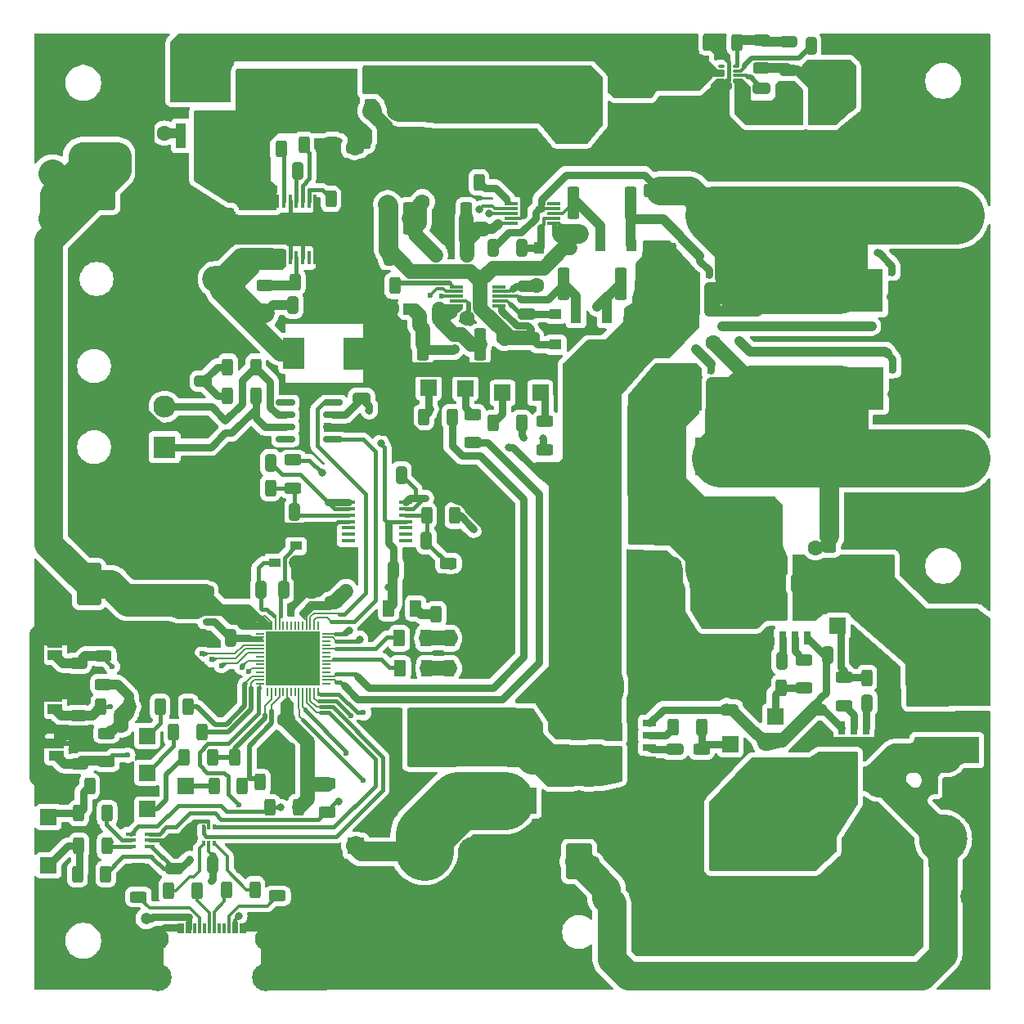
<source format=gbr>
%TF.GenerationSoftware,KiCad,Pcbnew,8.0.0*%
%TF.CreationDate,2024-03-30T16:18:17+01:00*%
%TF.ProjectId,schematic-main,73636865-6d61-4746-9963-2d6d61696e2e,rev?*%
%TF.SameCoordinates,Original*%
%TF.FileFunction,Copper,L1,Top*%
%TF.FilePolarity,Positive*%
%FSLAX46Y46*%
G04 Gerber Fmt 4.6, Leading zero omitted, Abs format (unit mm)*
G04 Created by KiCad (PCBNEW 8.0.0) date 2024-03-30 16:18:17*
%MOMM*%
%LPD*%
G01*
G04 APERTURE LIST*
G04 Aperture macros list*
%AMRoundRect*
0 Rectangle with rounded corners*
0 $1 Rounding radius*
0 $2 $3 $4 $5 $6 $7 $8 $9 X,Y pos of 4 corners*
0 Add a 4 corners polygon primitive as box body*
4,1,4,$2,$3,$4,$5,$6,$7,$8,$9,$2,$3,0*
0 Add four circle primitives for the rounded corners*
1,1,$1+$1,$2,$3*
1,1,$1+$1,$4,$5*
1,1,$1+$1,$6,$7*
1,1,$1+$1,$8,$9*
0 Add four rect primitives between the rounded corners*
20,1,$1+$1,$2,$3,$4,$5,0*
20,1,$1+$1,$4,$5,$6,$7,0*
20,1,$1+$1,$6,$7,$8,$9,0*
20,1,$1+$1,$8,$9,$2,$3,0*%
G04 Aperture macros list end*
%TA.AperFunction,SMDPad,CuDef*%
%ADD10R,1.220000X1.120000*%
%TD*%
%TA.AperFunction,SMDPad,CuDef*%
%ADD11R,1.120000X1.220000*%
%TD*%
%TA.AperFunction,SMDPad,CuDef*%
%ADD12RoundRect,0.050000X-0.387500X-0.050000X0.387500X-0.050000X0.387500X0.050000X-0.387500X0.050000X0*%
%TD*%
%TA.AperFunction,SMDPad,CuDef*%
%ADD13RoundRect,0.050000X-0.050000X-0.387500X0.050000X-0.387500X0.050000X0.387500X-0.050000X0.387500X0*%
%TD*%
%TA.AperFunction,SMDPad,CuDef*%
%ADD14R,5.600000X5.600000*%
%TD*%
%TA.AperFunction,SMDPad,CuDef*%
%ADD15R,1.475000X0.450000*%
%TD*%
%TA.AperFunction,SMDPad,CuDef*%
%ADD16R,2.173999X3.200400*%
%TD*%
%TA.AperFunction,ComponentPad*%
%ADD17R,1.700000X1.700000*%
%TD*%
%TA.AperFunction,SMDPad,CuDef*%
%ADD18R,0.800000X0.700000*%
%TD*%
%TA.AperFunction,SMDPad,CuDef*%
%ADD19R,0.680000X0.700000*%
%TD*%
%TA.AperFunction,SMDPad,CuDef*%
%ADD20R,4.320000X4.510000*%
%TD*%
%TA.AperFunction,SMDPad,CuDef*%
%ADD21RoundRect,0.250000X0.625000X-0.312500X0.625000X0.312500X-0.625000X0.312500X-0.625000X-0.312500X0*%
%TD*%
%TA.AperFunction,SMDPad,CuDef*%
%ADD22R,1.500000X1.000000*%
%TD*%
%TA.AperFunction,SMDPad,CuDef*%
%ADD23RoundRect,0.250000X0.375000X0.625000X-0.375000X0.625000X-0.375000X-0.625000X0.375000X-0.625000X0*%
%TD*%
%TA.AperFunction,SMDPad,CuDef*%
%ADD24RoundRect,0.250000X-1.000000X1.950000X-1.000000X-1.950000X1.000000X-1.950000X1.000000X1.950000X0*%
%TD*%
%TA.AperFunction,SMDPad,CuDef*%
%ADD25RoundRect,0.250000X-0.312500X-0.625000X0.312500X-0.625000X0.312500X0.625000X-0.312500X0.625000X0*%
%TD*%
%TA.AperFunction,SMDPad,CuDef*%
%ADD26RoundRect,0.250000X0.312500X0.625000X-0.312500X0.625000X-0.312500X-0.625000X0.312500X-0.625000X0*%
%TD*%
%TA.AperFunction,ComponentPad*%
%ADD27R,2.000000X2.000000*%
%TD*%
%TA.AperFunction,ComponentPad*%
%ADD28C,2.000000*%
%TD*%
%TA.AperFunction,SMDPad,CuDef*%
%ADD29RoundRect,0.250000X-0.650000X0.325000X-0.650000X-0.325000X0.650000X-0.325000X0.650000X0.325000X0*%
%TD*%
%TA.AperFunction,SMDPad,CuDef*%
%ADD30RoundRect,0.112500X0.237500X-0.112500X0.237500X0.112500X-0.237500X0.112500X-0.237500X-0.112500X0*%
%TD*%
%TA.AperFunction,SMDPad,CuDef*%
%ADD31RoundRect,0.150000X0.825000X0.150000X-0.825000X0.150000X-0.825000X-0.150000X0.825000X-0.150000X0*%
%TD*%
%TA.AperFunction,SMDPad,CuDef*%
%ADD32RoundRect,0.250000X0.650000X-0.325000X0.650000X0.325000X-0.650000X0.325000X-0.650000X-0.325000X0*%
%TD*%
%TA.AperFunction,SMDPad,CuDef*%
%ADD33R,0.750000X1.350000*%
%TD*%
%TA.AperFunction,ComponentPad*%
%ADD34C,5.000000*%
%TD*%
%TA.AperFunction,ComponentPad*%
%ADD35C,2.700000*%
%TD*%
%TA.AperFunction,SMDPad,CuDef*%
%ADD36RoundRect,0.249999X1.425001X-0.450001X1.425001X0.450001X-1.425001X0.450001X-1.425001X-0.450001X0*%
%TD*%
%TA.AperFunction,SMDPad,CuDef*%
%ADD37RoundRect,0.250000X-0.625000X0.312500X-0.625000X-0.312500X0.625000X-0.312500X0.625000X0.312500X0*%
%TD*%
%TA.AperFunction,SMDPad,CuDef*%
%ADD38RoundRect,0.250000X0.325000X0.650000X-0.325000X0.650000X-0.325000X-0.650000X0.325000X-0.650000X0*%
%TD*%
%TA.AperFunction,SMDPad,CuDef*%
%ADD39RoundRect,0.250000X-0.325000X-0.650000X0.325000X-0.650000X0.325000X0.650000X-0.325000X0.650000X0*%
%TD*%
%TA.AperFunction,SMDPad,CuDef*%
%ADD40R,1.350000X0.750000*%
%TD*%
%TA.AperFunction,SMDPad,CuDef*%
%ADD41RoundRect,0.250000X1.000000X-1.950000X1.000000X1.950000X-1.000000X1.950000X-1.000000X-1.950000X0*%
%TD*%
%TA.AperFunction,SMDPad,CuDef*%
%ADD42R,0.450000X1.475000*%
%TD*%
%TA.AperFunction,SMDPad,CuDef*%
%ADD43R,3.550000X2.460000*%
%TD*%
%TA.AperFunction,SMDPad,CuDef*%
%ADD44R,1.100000X3.200000*%
%TD*%
%TA.AperFunction,ComponentPad*%
%ADD45R,2.300000X2.300000*%
%TD*%
%TA.AperFunction,ComponentPad*%
%ADD46C,2.300000*%
%TD*%
%TA.AperFunction,SMDPad,CuDef*%
%ADD47R,1.000000X0.400000*%
%TD*%
%TA.AperFunction,SMDPad,CuDef*%
%ADD48R,1.200000X0.950000*%
%TD*%
%TA.AperFunction,ComponentPad*%
%ADD49C,2.280000*%
%TD*%
%TA.AperFunction,ComponentPad*%
%ADD50C,2.850000*%
%TD*%
%TA.AperFunction,SMDPad,CuDef*%
%ADD51R,0.300000X1.100000*%
%TD*%
%TA.AperFunction,SMDPad,CuDef*%
%ADD52R,1.400000X0.300000*%
%TD*%
%TA.AperFunction,ComponentPad*%
%ADD53RoundRect,0.250001X1.599999X-1.099999X1.599999X1.099999X-1.599999X1.099999X-1.599999X-1.099999X0*%
%TD*%
%TA.AperFunction,ComponentPad*%
%ADD54O,3.700000X2.700000*%
%TD*%
%TA.AperFunction,SMDPad,CuDef*%
%ADD55RoundRect,0.250000X-1.950000X-1.000000X1.950000X-1.000000X1.950000X1.000000X-1.950000X1.000000X0*%
%TD*%
%TA.AperFunction,SMDPad,CuDef*%
%ADD56R,6.710000X2.730000*%
%TD*%
%TA.AperFunction,SMDPad,CuDef*%
%ADD57RoundRect,0.250000X-0.362500X-1.425000X0.362500X-1.425000X0.362500X1.425000X-0.362500X1.425000X0*%
%TD*%
%TA.AperFunction,SMDPad,CuDef*%
%ADD58RoundRect,0.147500X-0.172500X0.147500X-0.172500X-0.147500X0.172500X-0.147500X0.172500X0.147500X0*%
%TD*%
%TA.AperFunction,SMDPad,CuDef*%
%ADD59RoundRect,0.249999X0.450001X1.425001X-0.450001X1.425001X-0.450001X-1.425001X0.450001X-1.425001X0*%
%TD*%
%TA.AperFunction,SMDPad,CuDef*%
%ADD60RoundRect,0.050000X-0.285000X-0.100000X0.285000X-0.100000X0.285000X0.100000X-0.285000X0.100000X0*%
%TD*%
%TA.AperFunction,ComponentPad*%
%ADD61R,2.000000X4.000000*%
%TD*%
%TA.AperFunction,ComponentPad*%
%ADD62R,4.000000X4.000000*%
%TD*%
%TA.AperFunction,SMDPad,CuDef*%
%ADD63R,1.060000X2.600000*%
%TD*%
%TA.AperFunction,SMDPad,CuDef*%
%ADD64R,5.632000X5.700000*%
%TD*%
%TA.AperFunction,ComponentPad*%
%ADD65C,1.500000*%
%TD*%
%TA.AperFunction,ComponentPad*%
%ADD66C,3.000000*%
%TD*%
%TA.AperFunction,ComponentPad*%
%ADD67RoundRect,0.250001X1.099999X1.599999X-1.099999X1.599999X-1.099999X-1.599999X1.099999X-1.599999X0*%
%TD*%
%TA.AperFunction,ComponentPad*%
%ADD68O,2.700000X3.700000*%
%TD*%
%TA.AperFunction,SMDPad,CuDef*%
%ADD69R,0.375000X0.500000*%
%TD*%
%TA.AperFunction,SMDPad,CuDef*%
%ADD70R,0.300000X0.650000*%
%TD*%
%TA.AperFunction,SMDPad,CuDef*%
%ADD71RoundRect,0.250000X-0.550000X1.500000X-0.550000X-1.500000X0.550000X-1.500000X0.550000X1.500000X0*%
%TD*%
%TA.AperFunction,ViaPad*%
%ADD72C,1.600000*%
%TD*%
%TA.AperFunction,ViaPad*%
%ADD73C,1.200000*%
%TD*%
%TA.AperFunction,ViaPad*%
%ADD74C,0.800000*%
%TD*%
%TA.AperFunction,ViaPad*%
%ADD75C,0.600000*%
%TD*%
%TA.AperFunction,Conductor*%
%ADD76C,3.000000*%
%TD*%
%TA.AperFunction,Conductor*%
%ADD77C,0.800000*%
%TD*%
%TA.AperFunction,Conductor*%
%ADD78C,5.000000*%
%TD*%
%TA.AperFunction,Conductor*%
%ADD79C,0.300000*%
%TD*%
%TA.AperFunction,Conductor*%
%ADD80C,1.000000*%
%TD*%
%TA.AperFunction,Conductor*%
%ADD81C,0.400000*%
%TD*%
%TA.AperFunction,Conductor*%
%ADD82C,2.000000*%
%TD*%
%TA.AperFunction,Conductor*%
%ADD83C,1.500000*%
%TD*%
%TA.AperFunction,Conductor*%
%ADD84C,4.000000*%
%TD*%
%TA.AperFunction,Conductor*%
%ADD85C,0.500000*%
%TD*%
%TA.AperFunction,Conductor*%
%ADD86C,6.000000*%
%TD*%
%TA.AperFunction,Conductor*%
%ADD87C,0.200000*%
%TD*%
%TA.AperFunction,Conductor*%
%ADD88C,2.600000*%
%TD*%
G04 APERTURE END LIST*
D10*
%TO.P,D11,1,K*%
%TO.N,Net-(D11-K)*%
X139500000Y-79500000D03*
%TO.P,D11,2,A*%
%TO.N,+12V*%
X139500000Y-82700000D03*
%TD*%
D11*
%TO.P,D9,1,K*%
%TO.N,/Converter/Low_mosfet_A*%
X127100000Y-73400000D03*
%TO.P,D9,2,A*%
%TO.N,Net-(D9-A)*%
X130300000Y-73400000D03*
%TD*%
%TO.P,D12,1,K*%
%TO.N,/Converter/Low_mosfet_B*%
X124200000Y-79000000D03*
%TO.P,D12,2,A*%
%TO.N,Net-(D12-A)*%
X127400000Y-79000000D03*
%TD*%
%TO.P,D10,1,K*%
%TO.N,Net-(D10-K)*%
X141600000Y-79900000D03*
%TO.P,D10,2,A*%
%TO.N,/Converter/High_mosfet_B*%
X144800000Y-79900000D03*
%TD*%
%TO.P,D8,1,K*%
%TO.N,Net-(D8-K)*%
X137800000Y-72700000D03*
%TO.P,D8,2,A*%
%TO.N,+12V*%
X141000000Y-72700000D03*
%TD*%
%TO.P,D7,1,K*%
%TO.N,Net-(D7-K)*%
X144100000Y-72400000D03*
%TO.P,D7,2,A*%
%TO.N,/Converter/High_mosfet_A*%
X147300000Y-72400000D03*
%TD*%
D12*
%TO.P,U3,1,LNA_IN/RF*%
%TO.N,unconnected-(U3-LNA_IN{slash}RF-Pad1)*%
X108862500Y-112600000D03*
%TO.P,U3,2,VDD3P3*%
%TO.N,VDD3P3*%
X108862500Y-113000000D03*
%TO.P,U3,3,VDD3P3*%
X108862500Y-113400000D03*
%TO.P,U3,4,CHIP_PU/RESET*%
%TO.N,/MCU/RESET*%
X108862500Y-113800000D03*
%TO.P,U3,5,GPIO0/BOOT*%
%TO.N,/MCU/BOOT*%
X108862500Y-114200000D03*
%TO.P,U3,6,GPIO1/ADC1_CH0*%
%TO.N,/MCU/MCU_TEST*%
X108862500Y-114600000D03*
%TO.P,U3,7,GPIO2/ADC1_CH1*%
%TO.N,unconnected-(U3-GPIO2{slash}ADC1_CH1-Pad7)*%
X108862500Y-115000000D03*
%TO.P,U3,8,GPIO3/ADC1_CH2*%
%TO.N,/IO/SC_Voltage_MCU*%
X108862500Y-115400000D03*
%TO.P,U3,9,GPIO4/ADC1_CH3*%
%TO.N,unconnected-(U3-GPIO4{slash}ADC1_CH3-Pad9)*%
X108862500Y-115800000D03*
%TO.P,U3,10,GPIO5/ADC1_CH4*%
%TO.N,/IO/FC_Voltage_MCU*%
X108862500Y-116200000D03*
%TO.P,U3,11,GPIO6/ADC1_CH5*%
%TO.N,unconnected-(U3-GPIO6{slash}ADC1_CH5-Pad11)*%
X108862500Y-116600000D03*
%TO.P,U3,12,GPIO7/ADC1_CH6*%
%TO.N,/IO/I{slash}O_1_MCU*%
X108862500Y-117000000D03*
%TO.P,U3,13,GPIO8/ADC1_CH7*%
%TO.N,/IO/I{slash}O_2_MCU*%
X108862500Y-117400000D03*
%TO.P,U3,14,GPIO9/ADC1_CH8*%
%TO.N,/Converter/FC_c_MCU*%
X108862500Y-117800000D03*
D13*
%TO.P,U3,15,GPIO10/ADC1_CH9*%
%TO.N,unconnected-(U3-GPIO10{slash}ADC1_CH9-Pad15)*%
X109700000Y-118637500D03*
%TO.P,U3,16,GPIO11/ADC2_CH0*%
%TO.N,/IO/I{slash}O_3_MCU*%
X110100000Y-118637500D03*
%TO.P,U3,17,GPIO12/ADC2_CH1*%
%TO.N,unconnected-(U3-GPIO12{slash}ADC2_CH1-Pad17)*%
X110500000Y-118637500D03*
%TO.P,U3,18,GPIO13/ADC2_CH2*%
%TO.N,/IO/I{slash}O_4_MCU*%
X110900000Y-118637500D03*
%TO.P,U3,19,GPIO14/ADC2_CH3*%
%TO.N,unconnected-(U3-GPIO14{slash}ADC2_CH3-Pad19)*%
X111300000Y-118637500D03*
%TO.P,U3,20,VDD3P3_RTC*%
%TO.N,+3.3V*%
X111700000Y-118637500D03*
%TO.P,U3,21,GPIO15/ADC2_CH4/XTAL_32K_P*%
%TO.N,unconnected-(U3-GPIO15{slash}ADC2_CH4{slash}XTAL_32K_P-Pad21)*%
X112100000Y-118637500D03*
%TO.P,U3,22,GPIO16/ADC2_CH5/XTAL_32K_N*%
%TO.N,unconnected-(U3-GPIO16{slash}ADC2_CH5{slash}XTAL_32K_N-Pad22)*%
X112500000Y-118637500D03*
%TO.P,U3,23,GPIO17/ADC2_CH6*%
%TO.N,/Converter/SC_c_MCU*%
X112900000Y-118637500D03*
%TO.P,U3,24,GPIO18/ADC2_CH7*%
%TO.N,/Converter/MC_c_MCU*%
X113300000Y-118637500D03*
%TO.P,U3,25,GPIO19/USB_D-/ADC2_CH8*%
%TO.N,/MCU/USB_D-*%
X113700000Y-118637500D03*
%TO.P,U3,26,GPIO20/USB_D+/ADC2_CH9*%
%TO.N,/MCU/USB_D+*%
X114100000Y-118637500D03*
%TO.P,U3,27,GPIO21*%
%TO.N,/IO/SDA_D_Pot_i2c_MCU*%
X114500000Y-118637500D03*
%TO.P,U3,28,SPI_CS1/GPIO26*%
%TO.N,/IO/SCL_D_Pot_i2c_MCU*%
X114900000Y-118637500D03*
D12*
%TO.P,U3,29,VDD_SPI*%
%TO.N,unconnected-(U3-VDD_SPI-Pad29)*%
X115737500Y-117800000D03*
%TO.P,U3,30,SPIHD/GPIO27*%
%TO.N,/Converter/Converter_PWM_A_MCU*%
X115737500Y-117400000D03*
%TO.P,U3,31,SPIWP/GPIO28*%
%TO.N,/Converter/Converter_ON_A_MCU*%
X115737500Y-117000000D03*
%TO.P,U3,32,SPICS0/GPIO29*%
%TO.N,unconnected-(U3-SPICS0{slash}GPIO29-Pad32)*%
X115737500Y-116600000D03*
%TO.P,U3,33,SPICLK/GPIO30*%
%TO.N,unconnected-(U3-SPICLK{slash}GPIO30-Pad33)*%
X115737500Y-116200000D03*
%TO.P,U3,34,SPIQ/GPIO31*%
%TO.N,unconnected-(U3-SPIQ{slash}GPIO31-Pad34)*%
X115737500Y-115800000D03*
%TO.P,U3,35,SPID/GPIO32*%
%TO.N,/IO/LED_MCU_STATUS*%
X115737500Y-115400000D03*
%TO.P,U3,36,SPICLK_N/GPIO48*%
%TO.N,unconnected-(U3-SPICLK_N{slash}GPIO48-Pad36)*%
X115737500Y-115000000D03*
%TO.P,U3,37,SPICLK_P/GPIO47*%
%TO.N,unconnected-(U3-SPICLK_P{slash}GPIO47-Pad37)*%
X115737500Y-114600000D03*
%TO.P,U3,38,GPIO33*%
%TO.N,/IO/LED_CAN_STATUS*%
X115737500Y-114200000D03*
%TO.P,U3,39,GPIO34*%
%TO.N,unconnected-(U3-GPIO34-Pad39)*%
X115737500Y-113800000D03*
%TO.P,U3,40,GPIO35*%
%TO.N,unconnected-(U3-GPIO35-Pad40)*%
X115737500Y-113400000D03*
%TO.P,U3,41,GPIO36*%
%TO.N,/Converter/Converter_PWM_B_MCU*%
X115737500Y-113000000D03*
%TO.P,U3,42,GPIO37*%
%TO.N,/Converter/Converter_ON_B_MCU*%
X115737500Y-112600000D03*
D13*
%TO.P,U3,43,GPIO38*%
%TO.N,unconnected-(U3-GPIO38-Pad43)*%
X114900000Y-111762500D03*
%TO.P,U3,44,MTCK/JTAG/GPIO39*%
%TO.N,/IO/CAN_RX*%
X114500000Y-111762500D03*
%TO.P,U3,45,MTDO/JTAG/GPIO40*%
%TO.N,/IO/CAN_TX*%
X114100000Y-111762500D03*
%TO.P,U3,46,VDD3P3_CPU*%
%TO.N,+3.3V*%
X113700000Y-111762500D03*
%TO.P,U3,47,MTDI/JTAG/GPIO41*%
%TO.N,unconnected-(U3-MTDI{slash}JTAG{slash}GPIO41-Pad47)*%
X113300000Y-111762500D03*
%TO.P,U3,48,MTMS/JTAG/GPIO42*%
%TO.N,unconnected-(U3-MTMS{slash}JTAG{slash}GPIO42-Pad48)*%
X112900000Y-111762500D03*
%TO.P,U3,49,U0TXD/PROG/GPIO43*%
%TO.N,unconnected-(U3-U0TXD{slash}PROG{slash}GPIO43-Pad49)*%
X112500000Y-111762500D03*
%TO.P,U3,50,U0RXD/PROG/GPIO44*%
%TO.N,unconnected-(U3-U0RXD{slash}PROG{slash}GPIO44-Pad50)*%
X112100000Y-111762500D03*
%TO.P,U3,51,GPIO45*%
%TO.N,unconnected-(U3-GPIO45-Pad51)*%
X111700000Y-111762500D03*
%TO.P,U3,52,GPIO46*%
%TO.N,unconnected-(U3-GPIO46-Pad52)*%
X111300000Y-111762500D03*
%TO.P,U3,53,XTAL_N*%
%TO.N,/MCU/XTAL_N*%
X110900000Y-111762500D03*
%TO.P,U3,54,XTAL_P*%
%TO.N,/MCU/XTAL_P*%
X110500000Y-111762500D03*
%TO.P,U3,55,VDDA*%
%TO.N,+3.3V*%
X110100000Y-111762500D03*
%TO.P,U3,56,VDDA*%
X109700000Y-111762500D03*
D14*
%TO.P,U3,57,GND*%
%TO.N,GND*%
X112300000Y-115200000D03*
%TD*%
D15*
%TO.P,IC2,1,OUT_A*%
%TO.N,unconnected-(IC2-OUT_A-Pad1)*%
X123938000Y-102950000D03*
%TO.P,IC2,2,-IN_A*%
%TO.N,unconnected-(IC2--IN_A-Pad2)*%
X123938000Y-102300000D03*
%TO.P,IC2,3,+IN_A*%
%TO.N,unconnected-(IC2-+IN_A-Pad3)*%
X123938000Y-101650000D03*
%TO.P,IC2,4,V+*%
%TO.N,+3.3V*%
X123938000Y-101000000D03*
%TO.P,IC2,5,+IN_B*%
%TO.N,/Converter/SC_V*%
X123938000Y-100350000D03*
%TO.P,IC2,6,-IN_B*%
%TO.N,/IO/SC_Voltage_MCU*%
X123938000Y-99700000D03*
%TO.P,IC2,7,OUT_B*%
X123938000Y-99050000D03*
%TO.P,IC2,8,OUT_C*%
%TO.N,/IO/FC_Voltage_MCU*%
X118062000Y-99050000D03*
%TO.P,IC2,9,-IN_C*%
X118062000Y-99700000D03*
%TO.P,IC2,10,+IN_C*%
%TO.N,/Converter/FC_V*%
X118062000Y-100350000D03*
%TO.P,IC2,11,GND*%
%TO.N,GND*%
X118062000Y-101000000D03*
%TO.P,IC2,12,+IN_D*%
%TO.N,unconnected-(IC2-+IN_D-Pad12)*%
X118062000Y-101650000D03*
%TO.P,IC2,13,-IN_D*%
%TO.N,unconnected-(IC2--IN_D-Pad13)*%
X118062000Y-102300000D03*
%TO.P,IC2,14,OUT_D*%
%TO.N,unconnected-(IC2-OUT_D-Pad14)*%
X118062000Y-102950000D03*
%TD*%
D16*
%TO.P,D1,1,K*%
%TO.N,GND*%
X118640002Y-83600000D03*
%TO.P,D1,2,A*%
%TO.N,/Power /Vin*%
X112385998Y-83600000D03*
%TD*%
D17*
%TO.P,TP3,1,1*%
%TO.N,+12V*%
X112600000Y-58900000D03*
%TD*%
%TO.P,D_P_W,1,1*%
%TO.N,Net-(R43-Pad1)*%
X87000000Y-131600000D03*
%TD*%
D18*
%TO.P,Q1,1,S_1*%
%TO.N,GND*%
X174251000Y-79005000D03*
%TO.P,Q1,2,S_2*%
X174251000Y-77735000D03*
%TO.P,Q1,3,S_3*%
X174251000Y-76465000D03*
%TO.P,Q1,4,G*%
%TO.N,/Converter/Low_mosfet_A*%
X174251000Y-75195000D03*
D19*
%TO.P,Q1,5,D_1*%
%TO.N,/Converter/Bootstrap_A*%
X168736000Y-75195000D03*
%TO.P,Q1,6,D_2*%
X168736000Y-76465000D03*
%TO.P,Q1,7,D_3*%
X168736000Y-77735000D03*
%TO.P,Q1,8,D_4*%
X168736000Y-79005000D03*
D20*
%TO.P,Q1,9,D_5*%
X171236000Y-77100000D03*
%TD*%
D21*
%TO.P,R14,1*%
%TO.N,/MCU/MCU_TEST*%
X93000000Y-125862500D03*
%TO.P,R14,2*%
%TO.N,+3.3V*%
X93000000Y-122937500D03*
%TD*%
D22*
%TO.P,BOOT,1,A*%
%TO.N,/MCU/BOOT*%
X87668750Y-120450000D03*
%TO.P,BOOT,2,B*%
%TO.N,GND*%
X87668750Y-119150000D03*
%TD*%
D23*
%TO.P, D6,1,K*%
%TO.N,Net-(D6-K)*%
X125000000Y-110000000D03*
%TO.P, D6,2,A*%
%TO.N,+3.3V*%
X122200000Y-110000000D03*
%TD*%
D24*
%TO.P,C9,1*%
%TO.N,+5V*%
X134400000Y-56000000D03*
%TO.P,C9,2*%
%TO.N,GND*%
X134400000Y-63400000D03*
%TD*%
D21*
%TO.P,R5,1*%
%TO.N,/Power /Vin*%
X109400000Y-79462500D03*
%TO.P,R5,2*%
%TO.N,Net-(IC1-OVP)*%
X109400000Y-76537500D03*
%TD*%
D25*
%TO.P,R21,1*%
%TO.N,Net-(R21-Pad1)*%
X99937500Y-122800000D03*
%TO.P,R21,2*%
%TO.N,/IO/I{slash}O_2_MCU*%
X102862500Y-122800000D03*
%TD*%
%TO.P,R27,1*%
%TO.N,GND*%
X159937500Y-118200000D03*
%TO.P,R27,2*%
%TO.N,/Converter/SC_c_MCU*%
X162862500Y-118200000D03*
%TD*%
D26*
%TO.P,R31,1*%
%TO.N,GND*%
X174637500Y-117200000D03*
%TO.P,R31,2*%
%TO.N,/Converter/MC_c_MCU*%
X171712500Y-117200000D03*
%TD*%
D25*
%TO.P,R46,1*%
%TO.N,GND*%
X119937500Y-76600000D03*
%TO.P,R46,2*%
%TO.N,Net-(IC7-RDT)*%
X122862500Y-76600000D03*
%TD*%
D17*
%TO.P,D_Pot_A,1,1*%
%TO.N,Net-(R52-Pad1)*%
X87000000Y-136600000D03*
%TD*%
D18*
%TO.P,Q3,1,S_1*%
%TO.N,GND*%
X174351000Y-89105000D03*
%TO.P,Q3,2,S_2*%
X174351000Y-87835000D03*
%TO.P,Q3,3,S_3*%
X174351000Y-86565000D03*
%TO.P,Q3,4,G*%
%TO.N,/Converter/Low_mosfet_B*%
X174351000Y-85295000D03*
D19*
%TO.P,Q3,5,D_1*%
%TO.N,/Converter/Bootstrap_B*%
X168836000Y-85295000D03*
%TO.P,Q3,6,D_2*%
X168836000Y-86565000D03*
%TO.P,Q3,7,D_3*%
X168836000Y-87835000D03*
%TO.P,Q3,8,D_4*%
X168836000Y-89105000D03*
D20*
%TO.P,Q3,9,D_5*%
X171336000Y-87200000D03*
%TD*%
D25*
%TO.P,R25,1*%
%TO.N,/IO/I{slash}O_4_MCU*%
X108937500Y-128000000D03*
%TO.P,R25,2*%
%TO.N,GND*%
X111862500Y-128000000D03*
%TD*%
D27*
%TO.P,C45,1*%
%TO.N,/Converter/SC_c1*%
X156567677Y-105600000D03*
D28*
%TO.P,C45,2*%
%TO.N,GND*%
X151567677Y-105600000D03*
%TD*%
D29*
%TO.P,C28,1*%
%TO.N,+3.3V*%
X119400000Y-88255000D03*
%TO.P,C28,2*%
%TO.N,GND*%
X119400000Y-91205000D03*
%TD*%
D30*
%TO.P,D3,1,K*%
%TO.N,/IO/CANH*%
X105300000Y-91845000D03*
%TO.P,D3,2,K*%
%TO.N,/IO/CANL*%
X105300000Y-90545000D03*
%TO.P,D3,3,A*%
%TO.N,GND*%
X103300000Y-91195000D03*
%TD*%
D22*
%TO.P,TEST,1,A*%
%TO.N,/MCU/MCU_TEST*%
X87800000Y-125250000D03*
%TO.P,TEST,2,B*%
%TO.N,GND*%
X87800000Y-123950000D03*
%TD*%
D31*
%TO.P,U4,1,D*%
%TO.N,/IO/CAN_RX*%
X116475000Y-92505000D03*
%TO.P,U4,2,GND*%
%TO.N,GND*%
X116475000Y-91235000D03*
%TO.P,U4,3,VCC*%
%TO.N,+3.3V*%
X116475000Y-89965000D03*
%TO.P,U4,4,R*%
%TO.N,/IO/CAN_TX*%
X116475000Y-88695000D03*
%TO.P,U4,5,NC*%
%TO.N,unconnected-(U4-NC-Pad5)*%
X111525000Y-88695000D03*
%TO.P,U4,6,CANL*%
%TO.N,/IO/CANL*%
X111525000Y-89965000D03*
%TO.P,U4,7,CANH*%
%TO.N,/IO/CANH*%
X111525000Y-91235000D03*
%TO.P,U4,8,NC*%
%TO.N,unconnected-(U4-NC-Pad8)*%
X111525000Y-92505000D03*
%TD*%
D17*
%TO.P,TP5,1,1*%
%TO.N,+5V*%
X140900000Y-60800000D03*
%TD*%
D25*
%TO.P,R9,1*%
%TO.N,Net-(IC1-ILIM)*%
X113437500Y-62000000D03*
%TO.P,R9,2*%
%TO.N,GND*%
X116362500Y-62000000D03*
%TD*%
D32*
%TO.P,C13,1*%
%TO.N,/MCU/RESET*%
X90068750Y-115675000D03*
%TO.P,C13,2*%
%TO.N,GND*%
X90068750Y-112725000D03*
%TD*%
D33*
%TO.P,IC3,1,IP+_1*%
%TO.N,/Converter/SC_c2*%
X165505000Y-107375000D03*
%TO.P,IC3,2,IP+_2*%
X164235000Y-107375000D03*
%TO.P,IC3,3,IP-_1*%
%TO.N,/Converter/SC_c1*%
X162965000Y-107375000D03*
%TO.P,IC3,4,IP-_2*%
X161695000Y-107375000D03*
%TO.P,IC3,5,GND*%
%TO.N,GND*%
X161695000Y-113025000D03*
%TO.P,IC3,6,FILTER*%
%TO.N,Net-(IC3-FILTER)*%
X162965000Y-113025000D03*
%TO.P,IC3,7,VOUT*%
%TO.N,Net-(IC3-VOUT)*%
X164235000Y-113025000D03*
%TO.P,IC3,8,VDD*%
%TO.N,+5V*%
X165505000Y-113025000D03*
%TD*%
D17*
%TO.P,I/O3,1,1*%
%TO.N,Net-(R22-Pad1)*%
X97200000Y-130800000D03*
%TD*%
%TO.P,TP_SC,1,1*%
%TO.N,/Converter/MC_c1*%
X178200000Y-128400000D03*
%TD*%
D34*
%TO.P,J6,1,Pin_1*%
%TO.N,/Converter/MC_c1*%
X179600000Y-133837500D03*
D35*
%TO.P,J6,2,Pin_2*%
%TO.N,GND*%
X182750000Y-139837500D03*
D34*
X172400000Y-133837500D03*
D35*
X169250000Y-139837500D03*
%TD*%
D25*
%TO.P,R23,1*%
%TO.N,Net-(R23-Pad1)*%
X104137500Y-128400000D03*
%TO.P,R23,2*%
%TO.N,/IO/I{slash}O_4_MCU*%
X107062500Y-128400000D03*
%TD*%
D36*
%TO.P,(R50),1*%
%TO.N,/Converter/FC_c2*%
X150300000Y-72850000D03*
%TO.P,(R50),2*%
%TO.N,/Converter/Bootstrap_A*%
X150300000Y-66750000D03*
%TD*%
D37*
%TO.P,R40,1*%
%TO.N,Net-(IC6-IN)*%
X130900000Y-89937500D03*
%TO.P,R40,2*%
%TO.N,/Converter/Converter_PWM_A_MCU*%
X130900000Y-92862500D03*
%TD*%
%TO.P,R55,1*%
%TO.N,+3.3V*%
X115800000Y-128137500D03*
%TO.P,R55,2*%
%TO.N,/IO/SCL_D_Pot_i2c_MCU*%
X115800000Y-131062500D03*
%TD*%
D28*
%TO.P,PS1,1,VIN+*%
%TO.N,+12V*%
X117960000Y-58500000D03*
%TO.P,PS1,2,GND*%
%TO.N,GND*%
X120500000Y-58500000D03*
%TO.P,PS1,3,VOUT+*%
%TO.N,+5V*%
X123040000Y-58500000D03*
%TD*%
D25*
%TO.P,R7,1*%
%TO.N,Net-(IC1-IMON)*%
X116237500Y-67600000D03*
%TO.P,R7,2*%
%TO.N,GND*%
X119162500Y-67600000D03*
%TD*%
D38*
%TO.P,C27,1*%
%TO.N,/IO/FC_Voltage_MCU*%
X109995000Y-94920000D03*
%TO.P,C27,2*%
%TO.N,GND*%
X107045000Y-94920000D03*
%TD*%
D23*
%TO.P,MCU D5,1,K*%
%TO.N,Net-(D5-K)*%
X126200000Y-116200000D03*
%TO.P,MCU D5,2,A*%
%TO.N,/IO/LED_MCU_STATUS*%
X123400000Y-116200000D03*
%TD*%
D39*
%TO.P,C3,1*%
%TO.N,Net-(IC1-DVDT)*%
X112825000Y-64700000D03*
%TO.P,C3,2*%
%TO.N,GND*%
X115775000Y-64700000D03*
%TD*%
D38*
%TO.P,C42,1*%
%TO.N,Net-(D8-K)*%
X135975000Y-72700000D03*
%TO.P,C42,2*%
%TO.N,/Converter/Bootstrap_A*%
X133025000Y-72700000D03*
%TD*%
D26*
%TO.P,R54,1*%
%TO.N,+3.3V*%
X112842500Y-130580000D03*
%TO.P,R54,2*%
%TO.N,/IO/SDA_D_Pot_i2c_MCU*%
X109917500Y-130580000D03*
%TD*%
D40*
%TO.P,IC4,1,IP+_1*%
%TO.N,/Converter/FC_c2*%
X143575000Y-121870000D03*
%TO.P,IC4,2,IP+_2*%
X143575000Y-123140000D03*
%TO.P,IC4,3,IP-_1*%
%TO.N,/Converter/FC_c1*%
X143575000Y-124410000D03*
%TO.P,IC4,4,IP-_2*%
X143575000Y-125680000D03*
%TO.P,IC4,5,GND*%
%TO.N,GND*%
X149225000Y-125680000D03*
%TO.P,IC4,6,FILTER*%
%TO.N,Net-(IC4-FILTER)*%
X149225000Y-124410000D03*
%TO.P,IC4,7,VOUT*%
%TO.N,Net-(IC4-VOUT)*%
X149225000Y-123140000D03*
%TO.P,IC4,8,VDD*%
%TO.N,+5V*%
X149225000Y-121870000D03*
%TD*%
D29*
%TO.P,C40,1*%
%TO.N,+12V*%
X136900000Y-82025000D03*
%TO.P,C40,2*%
%TO.N,GND*%
X136900000Y-84975000D03*
%TD*%
D39*
%TO.P,C16,1*%
%TO.N,+3.3V*%
X104025000Y-136500000D03*
%TO.P,C16,2*%
%TO.N,GND*%
X106975000Y-136500000D03*
%TD*%
D41*
%TO.P,C19,1*%
%TO.N,+3.3V*%
X91200000Y-107500000D03*
%TO.P,C19,2*%
%TO.N,GND*%
X91200000Y-100100000D03*
%TD*%
D17*
%TO.P,TP22,1,1*%
%TO.N,Net-(IC7-IN)*%
X137900000Y-87700000D03*
%TD*%
D38*
%TO.P,C34,1*%
%TO.N,Net-(IC3-FILTER)*%
X162875000Y-115400000D03*
%TO.P,C34,2*%
%TO.N,GND*%
X159925000Y-115400000D03*
%TD*%
D42*
%TO.P,IC1,1,IN_1*%
%TO.N,/Power /Vin*%
X110050000Y-73706500D03*
%TO.P,IC1,2,IN_2*%
X110700000Y-73706500D03*
%TO.P,IC1,3,UVLO*%
X111350000Y-73706500D03*
%TO.P,IC1,4,NC_1*%
%TO.N,GND*%
X112000000Y-73706500D03*
%TO.P,IC1,5,OVP*%
%TO.N,Net-(IC1-OVP)*%
X112650000Y-73706500D03*
%TO.P,IC1,6,MODE*%
%TO.N,GND*%
X113300000Y-73706500D03*
%TO.P,IC1,7,~{SHDN}*%
%TO.N,unconnected-(IC1-~{SHDN}-Pad7)*%
X113950000Y-73706500D03*
%TO.P,IC1,8,RTN*%
%TO.N,GND*%
X114600000Y-73706500D03*
%TO.P,IC1,9,GND*%
X114600000Y-67830500D03*
%TO.P,IC1,10,IMON*%
%TO.N,Net-(IC1-IMON)*%
X113950000Y-67830500D03*
%TO.P,IC1,11,ILIM*%
%TO.N,Net-(IC1-ILIM)*%
X113300000Y-67830500D03*
%TO.P,IC1,12,DVDT*%
%TO.N,Net-(IC1-DVDT)*%
X112650000Y-67830500D03*
%TO.P,IC1,13,NC_2*%
%TO.N,GND*%
X112000000Y-67830500D03*
%TO.P,IC1,14,~{FLT}*%
%TO.N,Net-(IC1-~{FLT})*%
X111350000Y-67830500D03*
%TO.P,IC1,15,OUT_1*%
%TO.N,+12V*%
X110700000Y-67830500D03*
%TO.P,IC1,16,OUT_2*%
X110050000Y-67830500D03*
D43*
%TO.P,IC1,17,EP*%
%TO.N,GND*%
X112325000Y-70768500D03*
%TD*%
D37*
%TO.P,R49,1*%
%TO.N,Net-(IC7-IN)*%
X138400000Y-90637500D03*
%TO.P,R49,2*%
%TO.N,/Converter/Converter_PWM_B_MCU*%
X138400000Y-93562500D03*
%TD*%
D39*
%TO.P,C29,1*%
%TO.N,/IO/SC_Voltage_MCU*%
X123525000Y-96200000D03*
%TO.P,C29,2*%
%TO.N,GND*%
X126475000Y-96200000D03*
%TD*%
D25*
%TO.P,R22,1*%
%TO.N,Net-(R22-Pad1)*%
X101037500Y-125400000D03*
%TO.P,R22,2*%
%TO.N,/IO/I{slash}O_3_MCU*%
X103962500Y-125400000D03*
%TD*%
D26*
%TO.P,R28,1*%
%TO.N,/Converter/FC_c_MCU*%
X154622500Y-122275000D03*
%TO.P,R28,2*%
%TO.N,Net-(IC4-VOUT)*%
X151697500Y-122275000D03*
%TD*%
D32*
%TO.P,C21,1*%
%TO.N,+3.3V*%
X103200000Y-108275000D03*
%TO.P,C21,2*%
%TO.N,GND*%
X103200000Y-105325000D03*
%TD*%
D17*
%TO.P,I/O4,1,1*%
%TO.N,Net-(R23-Pad1)*%
X101200000Y-128400000D03*
%TD*%
%TO.P,TP17,1,1*%
%TO.N,Net-(IC6-EN)*%
X126350000Y-87150000D03*
%TD*%
D25*
%TO.P,R13,1*%
%TO.N,/MCU/BOOT*%
X92406250Y-120200000D03*
%TO.P,R13,2*%
%TO.N,+3.3V*%
X95331250Y-120200000D03*
%TD*%
D26*
%TO.P,R53,1*%
%TO.N,+3.3V*%
X92922500Y-137500000D03*
%TO.P,R53,2*%
%TO.N,Net-(R52-Pad1)*%
X89997500Y-137500000D03*
%TD*%
D21*
%TO.P,R42,1*%
%TO.N,GND*%
X128400000Y-108262500D03*
%TO.P,R42,2*%
%TO.N,/Converter/SC_V*%
X128400000Y-105337500D03*
%TD*%
%TO.P,R32,1*%
%TO.N,/Converter/FC_V*%
X112300000Y-97562500D03*
%TO.P,R32,2*%
%TO.N,/Converter/FC_c2*%
X112300000Y-94637500D03*
%TD*%
D44*
%TO.P,L1,1,1*%
%TO.N,Net-(U1-SW)*%
X164350000Y-58000000D03*
%TO.P,L1,2,2*%
%TO.N,+3.3V*%
X166450000Y-58000000D03*
%TD*%
D25*
%TO.P,R52,1*%
%TO.N,Net-(R52-Pad1)*%
X90137500Y-134600000D03*
%TO.P,R52,2*%
%TO.N,Net-(IC8-A)*%
X93062500Y-134600000D03*
%TD*%
D34*
%TO.P,J5,1,Pin_1*%
%TO.N,/Converter/MC_c2*%
X159100000Y-133837500D03*
D35*
%TO.P,J5,2,Pin_2*%
%TO.N,GND*%
X162250000Y-139837500D03*
D34*
X151900000Y-133837500D03*
D35*
X148750000Y-139837500D03*
%TD*%
D38*
%TO.P,C15,1*%
%TO.N,/MCU/XTAL_P*%
X108975000Y-108100000D03*
%TO.P,C15,2*%
%TO.N,GND*%
X106025000Y-108100000D03*
%TD*%
D17*
%TO.P,5V,1,1*%
%TO.N,+5V*%
X140900000Y-55800000D03*
%TD*%
D21*
%TO.P,R1,1*%
%TO.N,Net-(P1-VCONN)*%
X110700000Y-139762500D03*
%TO.P,R1,2*%
%TO.N,GND*%
X110700000Y-136837500D03*
%TD*%
D29*
%TO.P,C41,1*%
%TO.N,+12V*%
X134300000Y-82025000D03*
%TO.P,C41,2*%
%TO.N,GND*%
X134300000Y-84975000D03*
%TD*%
D39*
%TO.P,C5,1*%
%TO.N,Net-(U1-SS)*%
X165925000Y-51800000D03*
%TO.P,C5,2*%
%TO.N,GND*%
X168875000Y-51800000D03*
%TD*%
D45*
%TO.P,J2,1,Pin_1*%
%TO.N,/IO/CANH*%
X99012900Y-93315750D03*
D46*
%TO.P,J2,2,Pin_2*%
%TO.N,/IO/CANL*%
X99012900Y-89115750D03*
%TO.P,J2,3,Pin_3*%
%TO.N,GND*%
X99012900Y-84915750D03*
%TD*%
D25*
%TO.P,R33,1*%
%TO.N,GND*%
X107034664Y-97538027D03*
%TO.P,R33,2*%
%TO.N,/Converter/FC_V*%
X109959664Y-97538027D03*
%TD*%
%TO.P,R15,1*%
%TO.N,Net-(C30-Pad1)*%
X105537500Y-88000000D03*
%TO.P,R15,2*%
%TO.N,/IO/CANH*%
X108462500Y-88000000D03*
%TD*%
%TO.P,R37,1*%
%TO.N,GND*%
X128637500Y-65900000D03*
%TO.P,R37,2*%
%TO.N,Net-(IC6-RDT)*%
X131562500Y-65900000D03*
%TD*%
%TO.P,R8,1*%
%TO.N,+12V*%
X108137500Y-62400000D03*
%TO.P,R8,2*%
%TO.N,Net-(IC1-~{FLT})*%
X111062500Y-62400000D03*
%TD*%
D17*
%TO.P,FC_C,1,1*%
%TO.N,/Converter/FC_c_MCU*%
X157600000Y-124075000D03*
%TD*%
D39*
%TO.P,C33,1*%
%TO.N,+5V*%
X167625000Y-114800000D03*
%TO.P,C33,2*%
%TO.N,GND*%
X170575000Y-114800000D03*
%TD*%
D38*
%TO.P,C22,1*%
%TO.N,VDD3P3*%
X105875000Y-113100000D03*
%TO.P,C22,2*%
%TO.N,GND*%
X102925000Y-113100000D03*
%TD*%
D29*
%TO.P,C8,1*%
%TO.N,Net-(U1-BST)*%
X160800000Y-56125000D03*
%TO.P,C8,2*%
%TO.N,Net-(U1-SW)*%
X160800000Y-59075000D03*
%TD*%
D17*
%TO.P,TP1,1,1*%
%TO.N,GND*%
X97600000Y-102600000D03*
%TD*%
D29*
%TO.P,C26,1*%
%TO.N,+3.3V*%
X100500000Y-110325000D03*
%TO.P,C26,2*%
%TO.N,GND*%
X100500000Y-113275000D03*
%TD*%
D47*
%TO.P,IC8,1,VDD*%
%TO.N,+3.3V*%
X97500000Y-134650000D03*
%TO.P,IC8,2,VSS*%
%TO.N,GND*%
X97500000Y-134000000D03*
%TO.P,IC8,3,SCL*%
%TO.N,/IO/SCL_D_Pot_i2c_MCU*%
X97500000Y-133350000D03*
%TO.P,IC8,4,SDA*%
%TO.N,/IO/SDA_D_Pot_i2c_MCU*%
X95500000Y-133350000D03*
%TO.P,IC8,5,W*%
%TO.N,Net-(IC8-W)*%
X95500000Y-134000000D03*
%TO.P,IC8,6,A*%
%TO.N,Net-(IC8-A)*%
X95500000Y-134650000D03*
%TD*%
D29*
%TO.P,C36,1*%
%TO.N,Net-(IC4-FILTER)*%
X151800000Y-124600000D03*
%TO.P,C36,2*%
%TO.N,GND*%
X151800000Y-127550000D03*
%TD*%
D25*
%TO.P,R41,1*%
%TO.N,/Converter/SC_V*%
X126137500Y-100400000D03*
%TO.P,R41,2*%
%TO.N,/Converter/SC_c1*%
X129062500Y-100400000D03*
%TD*%
D32*
%TO.P,C24,1*%
%TO.N,+3.3V*%
X116500000Y-109375000D03*
%TO.P,C24,2*%
%TO.N,GND*%
X116500000Y-106425000D03*
%TD*%
D18*
%TO.P,Q4,1,S_1*%
%TO.N,/Converter/Bootstrap_B*%
X155551000Y-89205000D03*
%TO.P,Q4,2,S_2*%
X155551000Y-87935000D03*
%TO.P,Q4,3,S_3*%
X155551000Y-86665000D03*
%TO.P,Q4,4,G*%
%TO.N,/Converter/High_mosfet_B*%
X155551000Y-85395000D03*
D19*
%TO.P,Q4,5,D_1*%
%TO.N,/Converter/SC_c1*%
X150036000Y-85395000D03*
%TO.P,Q4,6,D_2*%
X150036000Y-86665000D03*
%TO.P,Q4,7,D_3*%
X150036000Y-87935000D03*
%TO.P,Q4,8,D_4*%
X150036000Y-89205000D03*
D20*
%TO.P,Q4,9,D_5*%
X152536000Y-87300000D03*
%TD*%
D32*
%TO.P,C49,1*%
%TO.N,Net-(D11-K)*%
X136500000Y-79575000D03*
%TO.P,C49,2*%
%TO.N,/Converter/Bootstrap_B*%
X136500000Y-76625000D03*
%TD*%
D27*
%TO.P,C32,1*%
%TO.N,/Converter/FC_c1*%
X127467677Y-123200000D03*
D28*
%TO.P,C32,2*%
%TO.N,GND*%
X122467677Y-123200000D03*
%TD*%
D25*
%TO.P,R19,1*%
%TO.N,Net-(D6-K)*%
X127137500Y-110600000D03*
%TO.P,R19,2*%
%TO.N,GND*%
X130062500Y-110600000D03*
%TD*%
D37*
%TO.P,R30,1*%
%TO.N,/Converter/MC_c_MCU*%
X169380000Y-117157500D03*
%TO.P,R30,2*%
%TO.N,Net-(IC5-VOUT)*%
X169380000Y-120082500D03*
%TD*%
D48*
%TO.P,Y1,1,1*%
%TO.N,/MCU/XTAL_N*%
X112600000Y-103525000D03*
%TO.P,Y1,2,2*%
%TO.N,GND*%
X110400000Y-103525000D03*
%TO.P,Y1,3,3*%
%TO.N,/MCU/XTAL_P*%
X110400000Y-105275000D03*
%TO.P,Y1,4,4*%
%TO.N,GND*%
X112600000Y-105275000D03*
%TD*%
D26*
%TO.P,R3,1*%
%TO.N,Net-(P1-D+)*%
X102362500Y-139200000D03*
%TO.P,R3,2*%
%TO.N,/MCU/USB_D+*%
X99437500Y-139200000D03*
%TD*%
D33*
%TO.P,IC5,1,IP+_1*%
%TO.N,/Converter/MC_c2*%
X169095000Y-128025000D03*
%TO.P,IC5,2,IP+_2*%
X170365000Y-128025000D03*
%TO.P,IC5,3,IP-_1*%
%TO.N,/Converter/MC_c1*%
X171635000Y-128025000D03*
%TO.P,IC5,4,IP-_2*%
X172905000Y-128025000D03*
%TO.P,IC5,5,GND*%
%TO.N,GND*%
X172905000Y-122375000D03*
%TO.P,IC5,6,FILTER*%
%TO.N,Net-(IC5-FILTER)*%
X171635000Y-122375000D03*
%TO.P,IC5,7,VOUT*%
%TO.N,Net-(IC5-VOUT)*%
X170365000Y-122375000D03*
%TO.P,IC5,8,VDD*%
%TO.N,+5V*%
X169095000Y-122375000D03*
%TD*%
D32*
%TO.P,C50,1*%
%TO.N,+3.3V*%
X100000000Y-136975000D03*
%TO.P,C50,2*%
%TO.N,GND*%
X100000000Y-134025000D03*
%TD*%
D29*
%TO.P,C6,1*%
%TO.N,Net-(U1-VIN)*%
X153800000Y-54925000D03*
%TO.P,C6,2*%
%TO.N,GND*%
X153800000Y-57875000D03*
%TD*%
D49*
%TO.P,P1,A1,GND*%
%TO.N,GND*%
X98280000Y-144240000D03*
D50*
X98280000Y-148240000D03*
D51*
X100550000Y-143090000D03*
D49*
X109520000Y-144240000D03*
D50*
X109520000Y-148240000D03*
D51*
%TO.P,P1,A4,VBUS*%
%TO.N,/VBUS*%
X101350000Y-143090000D03*
%TO.P,P1,A5,CC*%
%TO.N,Net-(P1-CC)*%
X102650000Y-143090000D03*
%TO.P,P1,A6,D+*%
%TO.N,Net-(P1-D+)*%
X103650000Y-143090000D03*
%TO.P,P1,A7,D-*%
%TO.N,Net-(P1-D-)*%
X104150000Y-143090000D03*
%TO.P,P1,A8*%
%TO.N,N/C*%
X105150000Y-143090000D03*
%TO.P,P1,A9,VBUS*%
%TO.N,/VBUS*%
X106450000Y-143090000D03*
%TO.P,P1,A12,GND*%
%TO.N,GND*%
X107250000Y-143090000D03*
%TO.P,P1,B1,GND*%
X106950000Y-143090000D03*
%TO.P,P1,B4,VBUS*%
%TO.N,/VBUS*%
X106150000Y-143090000D03*
%TO.P,P1,B5,VCONN*%
%TO.N,Net-(P1-VCONN)*%
X105650000Y-143090000D03*
%TO.P,P1,B6*%
%TO.N,N/C*%
X104650000Y-143090000D03*
%TO.P,P1,B7*%
X103150000Y-143090000D03*
%TO.P,P1,B8*%
X102150000Y-143090000D03*
%TO.P,P1,B9,VBUS*%
%TO.N,/VBUS*%
X101650000Y-143090000D03*
%TO.P,P1,B12,GND*%
%TO.N,GND*%
X100850000Y-143090000D03*
%TD*%
D38*
%TO.P,C39,1*%
%TO.N,/Converter/FC_V*%
X112475000Y-100000000D03*
%TO.P,C39,2*%
%TO.N,GND*%
X109525000Y-100000000D03*
%TD*%
D32*
%TO.P,C25,1*%
%TO.N,+3.3V*%
X98200000Y-108275000D03*
%TO.P,C25,2*%
%TO.N,GND*%
X98200000Y-105325000D03*
%TD*%
D26*
%TO.P,R43,1*%
%TO.N,Net-(R43-Pad1)*%
X91262500Y-128400000D03*
%TO.P,R43,2*%
%TO.N,GND*%
X88337500Y-128400000D03*
%TD*%
D38*
%TO.P,C47,1*%
%TO.N,+12V*%
X121775000Y-70300000D03*
%TO.P,C47,2*%
%TO.N,GND*%
X118825000Y-70300000D03*
%TD*%
D25*
%TO.P,R2,1*%
%TO.N,Net-(P1-D-)*%
X105437500Y-139100000D03*
%TO.P,R2,2*%
%TO.N,/MCU/USB_D-*%
X108362500Y-139100000D03*
%TD*%
D17*
%TO.P,TP8,1,1*%
%TO.N,+3.3V*%
X87400000Y-69600000D03*
%TD*%
%TO.P,TP18,1,1*%
%TO.N,Net-(IC6-IN)*%
X130150000Y-87200000D03*
%TD*%
D32*
%TO.P,C30,1*%
%TO.N,Net-(C30-Pad1)*%
X103000000Y-86475000D03*
%TO.P,C30,2*%
%TO.N,GND*%
X103000000Y-83525000D03*
%TD*%
D25*
%TO.P,R24,1*%
%TO.N,/IO/I{slash}O_3_MCU*%
X106237500Y-125400000D03*
%TO.P,R24,2*%
%TO.N,GND*%
X109162500Y-125400000D03*
%TD*%
D17*
%TO.P,MC_C,1,1*%
%TO.N,/Converter/MC_c_MCU*%
X168700000Y-111800000D03*
%TD*%
D52*
%TO.P,IC7,1,VDD*%
%TO.N,+12V*%
X133600000Y-78700000D03*
%TO.P,IC7,2,HB*%
%TO.N,Net-(D11-K)*%
X133600000Y-78200000D03*
%TO.P,IC7,3,HO*%
%TO.N,Net-(D10-K)*%
X133600000Y-77700000D03*
%TO.P,IC7,4,HS*%
%TO.N,/Converter/Bootstrap_B*%
X133600000Y-77200000D03*
%TO.P,IC7,5,NC*%
%TO.N,unconnected-(IC7-NC-Pad5)*%
X133600000Y-76700000D03*
%TO.P,IC7,6,RDT*%
%TO.N,Net-(IC7-RDT)*%
X129200000Y-76700000D03*
%TO.P,IC7,7,EN*%
%TO.N,Net-(IC7-EN)*%
X129200000Y-77200000D03*
%TO.P,IC7,8,IN*%
%TO.N,Net-(IC7-IN)*%
X129200000Y-77700000D03*
%TO.P,IC7,9,VSS*%
%TO.N,GND*%
X129200000Y-78200000D03*
%TO.P,IC7,10,LO*%
%TO.N,Net-(D12-A)*%
X129200000Y-78700000D03*
%TD*%
D21*
%TO.P,R29,1*%
%TO.N,GND*%
X154580000Y-127517500D03*
%TO.P,R29,2*%
%TO.N,/Converter/FC_c_MCU*%
X154580000Y-124592500D03*
%TD*%
D53*
%TO.P,J1,1,Pin_1*%
%TO.N,GND*%
X99275000Y-75900000D03*
D54*
%TO.P,J1,2,Pin_2*%
%TO.N,/Power /Vin*%
X104775000Y-75900000D03*
%TD*%
D17*
%TO.P,3.3V,1,1*%
%TO.N,+3.3V*%
X87400000Y-65000000D03*
%TD*%
%TO.P,I/O2,1,1*%
%TO.N,Net-(R21-Pad1)*%
X97200000Y-127000000D03*
%TD*%
D55*
%TO.P,C12,1*%
%TO.N,+3.3V*%
X91750000Y-67500000D03*
%TO.P,C12,2*%
%TO.N,GND*%
X99150000Y-67500000D03*
%TD*%
D37*
%TO.P,R12,1*%
%TO.N,/MCU/RESET*%
X92668750Y-114937500D03*
%TO.P,R12,2*%
%TO.N,+3.3V*%
X92668750Y-117862500D03*
%TD*%
D32*
%TO.P,C18,1*%
%TO.N,/MCU/MCU_TEST*%
X90200000Y-126075000D03*
%TO.P,C18,2*%
%TO.N,GND*%
X90200000Y-123125000D03*
%TD*%
D26*
%TO.P,R11,1*%
%TO.N,Net-(U1-FB)*%
X158262500Y-51400000D03*
%TO.P,R11,2*%
%TO.N,GND*%
X155337500Y-51400000D03*
%TD*%
D25*
%TO.P,R16,1*%
%TO.N,Net-(C30-Pad1)*%
X105537500Y-85000000D03*
%TO.P,R16,2*%
%TO.N,/IO/CANL*%
X108462500Y-85000000D03*
%TD*%
D56*
%TO.P,F2,1*%
%TO.N,/Converter/MC_c1*%
X180000000Y-124690000D03*
%TO.P,F2,2*%
%TO.N,/Converter/SC_c2*%
X180000000Y-117710000D03*
%TD*%
D29*
%TO.P,C35,1*%
%TO.N,+5V*%
X166600000Y-120525000D03*
%TO.P,C35,2*%
%TO.N,GND*%
X166600000Y-123475000D03*
%TD*%
D38*
%TO.P,C48,1*%
%TO.N,+12V*%
X122275000Y-73600000D03*
%TO.P,C48,2*%
%TO.N,GND*%
X119325000Y-73600000D03*
%TD*%
D25*
%TO.P,R17,1*%
%TO.N,Net-(D4-K)*%
X128537500Y-113100000D03*
%TO.P,R17,2*%
%TO.N,GND*%
X131462500Y-113100000D03*
%TD*%
D57*
%TO.P,R47,1*%
%TO.N,/Converter/Low_mosfet_B*%
X125737500Y-82700000D03*
%TO.P,R47,2*%
%TO.N,Net-(D12-A)*%
X131662500Y-82700000D03*
%TD*%
D26*
%TO.P,R39,1*%
%TO.N,/Converter/Converter_ON_A_MCU*%
X128762500Y-90200000D03*
%TO.P,R39,2*%
%TO.N,Net-(IC6-EN)*%
X125837500Y-90200000D03*
%TD*%
D32*
%TO.P,C10,1*%
%TO.N,+3.3V*%
X163600000Y-54275000D03*
%TO.P,C10,2*%
%TO.N,Net-(U1-FB)*%
X163600000Y-51325000D03*
%TD*%
D57*
%TO.P,R34,1*%
%TO.N,Net-(D7-K)*%
X141337500Y-68000000D03*
%TO.P,R34,2*%
%TO.N,/Converter/High_mosfet_A*%
X147262500Y-68000000D03*
%TD*%
D21*
%TO.P,R4,1*%
%TO.N,Net-(P1-CC)*%
X96300000Y-139862500D03*
%TO.P,R4,2*%
%TO.N,GND*%
X96300000Y-136937500D03*
%TD*%
D29*
%TO.P,C7,1*%
%TO.N,+12V*%
X118700000Y-62325000D03*
%TO.P,C7,2*%
%TO.N,GND*%
X118700000Y-65275000D03*
%TD*%
D32*
%TO.P,C37,1*%
%TO.N,+5V*%
X157500000Y-120475000D03*
%TO.P,C37,2*%
%TO.N,GND*%
X157500000Y-117525000D03*
%TD*%
D57*
%TO.P,R45,1*%
%TO.N,Net-(D10-K)*%
X140337500Y-76400000D03*
%TO.P,R45,2*%
%TO.N,/Converter/High_mosfet_B*%
X146262500Y-76400000D03*
%TD*%
D26*
%TO.P,R44,1*%
%TO.N,Net-(IC8-W)*%
X93062500Y-131200000D03*
%TO.P,R44,2*%
%TO.N,Net-(R43-Pad1)*%
X90137500Y-131200000D03*
%TD*%
D29*
%TO.P,C11,1*%
%TO.N,+5V*%
X128400000Y-58325000D03*
%TO.P,C11,2*%
%TO.N,GND*%
X128400000Y-61275000D03*
%TD*%
D26*
%TO.P,R48,1*%
%TO.N,/Converter/Converter_ON_B_MCU*%
X135962500Y-90800000D03*
%TO.P,R48,2*%
%TO.N,Net-(IC7-EN)*%
X133037500Y-90800000D03*
%TD*%
D18*
%TO.P,Q2,1,S_1*%
%TO.N,/Converter/Bootstrap_A*%
X155351000Y-79305000D03*
%TO.P,Q2,2,S_2*%
X155351000Y-78035000D03*
%TO.P,Q2,3,S_3*%
X155351000Y-76765000D03*
%TO.P,Q2,4,G*%
%TO.N,/Converter/High_mosfet_A*%
X155351000Y-75495000D03*
D19*
%TO.P,Q2,5,D_1*%
%TO.N,/Converter/FC_c2*%
X149836000Y-75495000D03*
%TO.P,Q2,6,D_2*%
X149836000Y-76765000D03*
%TO.P,Q2,7,D_3*%
X149836000Y-78035000D03*
%TO.P,Q2,8,D_4*%
X149836000Y-79305000D03*
D20*
%TO.P,Q2,9,D_5*%
X152336000Y-77400000D03*
%TD*%
D17*
%TO.P,TP_FC,1,1*%
%TO.N,/Converter/FC+*%
X118800000Y-134600000D03*
%TD*%
D39*
%TO.P,C31,1*%
%TO.N,+3.3V*%
X122725000Y-106000000D03*
%TO.P,C31,2*%
%TO.N,GND*%
X125675000Y-106000000D03*
%TD*%
D58*
%TO.P,L2,1,1*%
%TO.N,+3.3V*%
X103300000Y-110415000D03*
%TO.P,L2,2,2*%
%TO.N,VDD3P3*%
X103300000Y-111385000D03*
%TD*%
D59*
%TO.P,(R51),1*%
%TO.N,/Converter/Bootstrap_B*%
X167850000Y-102600000D03*
%TO.P,(R51),2*%
%TO.N,/Converter/SC_c1*%
X161750000Y-102600000D03*
%TD*%
D29*
%TO.P,C23,1*%
%TO.N,+3.3V*%
X111600000Y-121525000D03*
%TO.P,C23,2*%
%TO.N,GND*%
X111600000Y-124475000D03*
%TD*%
D60*
%TO.P,U1,1,RT*%
%TO.N,unconnected-(U1-RT-Pad1)*%
X156660000Y-53850000D03*
%TO.P,U1,3,VIN*%
%TO.N,Net-(U1-VIN)*%
X156660000Y-54850000D03*
%TO.P,U1,4,GND*%
%TO.N,GND*%
X156660000Y-55350000D03*
%TO.P,U1,5,SW*%
%TO.N,Net-(U1-SW)*%
X158140000Y-55350000D03*
%TO.P,U1,6,BST*%
%TO.N,Net-(U1-BST)*%
X158140000Y-54850000D03*
%TO.P,U1,7,SS*%
%TO.N,Net-(U1-SS)*%
X158140000Y-54350000D03*
%TO.P,U1,8,FB*%
%TO.N,Net-(U1-FB)*%
X158140000Y-53850000D03*
%TD*%
D22*
%TO.P,RESET,1,A*%
%TO.N,/MCU/RESET*%
X87668750Y-114850000D03*
%TO.P,RESET,2,B*%
%TO.N,GND*%
X87668750Y-113550000D03*
%TD*%
D39*
%TO.P,C14,1*%
%TO.N,/MCU/XTAL_N*%
X111325000Y-108100000D03*
%TO.P,C14,2*%
%TO.N,GND*%
X114275000Y-108100000D03*
%TD*%
%TO.P,C46,1*%
%TO.N,/Converter/SC_V*%
X126125000Y-103000000D03*
%TO.P,C46,2*%
%TO.N,GND*%
X129075000Y-103000000D03*
%TD*%
D21*
%TO.P,R10,1*%
%TO.N,+3.3V*%
X160800000Y-54062500D03*
%TO.P,R10,2*%
%TO.N,Net-(U1-FB)*%
X160800000Y-51137500D03*
%TD*%
D61*
%TO.P,L3,1,1*%
%TO.N,/Converter/Bootstrap_A*%
X180900000Y-69300000D03*
X175900000Y-69300000D03*
X170900000Y-69300000D03*
D62*
X165900000Y-69300000D03*
X160900000Y-69300000D03*
X155900000Y-69300000D03*
D61*
%TO.P,L3,2,2*%
%TO.N,/Converter/Bootstrap_B*%
X180900000Y-94300000D03*
X175900000Y-94300000D03*
X170900000Y-94300000D03*
D62*
X165900000Y-94300000D03*
X160900000Y-94300000D03*
X155900000Y-94300000D03*
%TD*%
D63*
%TO.P,D2,1*%
%TO.N,/VBUS*%
X100714000Y-61079500D03*
%TO.P,D2,2*%
%TO.N,+12V*%
X105286000Y-61079500D03*
D64*
%TO.P,D2,3*%
%TO.N,Net-(U1-VIN)*%
X103000000Y-54529500D03*
%TD*%
D17*
%TO.P,12V,1,1*%
%TO.N,+12V*%
X108900000Y-58900000D03*
%TD*%
D57*
%TO.P,R38,1*%
%TO.N,/Converter/Low_mosfet_A*%
X124337500Y-69600000D03*
%TO.P,R38,2*%
%TO.N,Net-(D9-A)*%
X130262500Y-69600000D03*
%TD*%
D65*
%TO.P,J3,1,Pin_1*%
%TO.N,GND*%
X133900000Y-140137500D03*
D66*
X130900000Y-135137500D03*
D65*
X122900000Y-140137500D03*
D66*
%TO.P,J3,2,Pin_2*%
%TO.N,/Converter/FC+*%
X125900000Y-135137500D03*
%TD*%
D25*
%TO.P,R18,1*%
%TO.N,Net-(D5-K)*%
X128487500Y-116200000D03*
%TO.P,R18,2*%
%TO.N,GND*%
X131412500Y-116200000D03*
%TD*%
D17*
%TO.P,SC_C,1,1*%
%TO.N,/Converter/SC_c_MCU*%
X162200000Y-121200000D03*
%TD*%
D39*
%TO.P,C1,1*%
%TO.N,/Power /Vin*%
X112325000Y-78600000D03*
%TO.P,C1,2*%
%TO.N,GND*%
X115275000Y-78600000D03*
%TD*%
D67*
%TO.P,J4,1,Pin_1*%
%TO.N,/Converter/MC_c1*%
X141912500Y-136200000D03*
D68*
%TO.P,J4,2,Pin_2*%
%TO.N,GND*%
X141912500Y-130700000D03*
%TD*%
D25*
%TO.P,R20,1*%
%TO.N,Net-(R20-Pad1)*%
X98537500Y-120200000D03*
%TO.P,R20,2*%
%TO.N,/IO/I{slash}O_1_MCU*%
X101462500Y-120200000D03*
%TD*%
D21*
%TO.P,R26,1*%
%TO.N,/Converter/SC_c_MCU*%
X165200000Y-118262500D03*
%TO.P,R26,2*%
%TO.N,Net-(IC3-VOUT)*%
X165200000Y-115337500D03*
%TD*%
D17*
%TO.P,TP21,1,1*%
%TO.N,Net-(IC7-EN)*%
X134000000Y-87700000D03*
%TD*%
D52*
%TO.P,IC6,1,VDD*%
%TO.N,+12V*%
X139300000Y-70100000D03*
%TO.P,IC6,2,HB*%
%TO.N,Net-(D8-K)*%
X139300000Y-69600000D03*
%TO.P,IC6,3,HO*%
%TO.N,Net-(D7-K)*%
X139300000Y-69100000D03*
%TO.P,IC6,4,HS*%
%TO.N,/Converter/Bootstrap_A*%
X139300000Y-68600000D03*
%TO.P,IC6,5,NC*%
%TO.N,unconnected-(IC6-NC-Pad5)*%
X139300000Y-68100000D03*
%TO.P,IC6,6,RDT*%
%TO.N,Net-(IC6-RDT)*%
X134900000Y-68100000D03*
%TO.P,IC6,7,EN*%
%TO.N,Net-(IC6-EN)*%
X134900000Y-68600000D03*
%TO.P,IC6,8,IN*%
%TO.N,Net-(IC6-IN)*%
X134900000Y-69100000D03*
%TO.P,IC6,9,VSS*%
%TO.N,GND*%
X134900000Y-69600000D03*
%TO.P,IC6,10,LO*%
%TO.N,Net-(D9-A)*%
X134900000Y-70100000D03*
%TD*%
D25*
%TO.P,R6,1*%
%TO.N,Net-(IC1-OVP)*%
X112537500Y-76200000D03*
%TO.P,R6,2*%
%TO.N,GND*%
X115462500Y-76200000D03*
%TD*%
D39*
%TO.P,C38,1*%
%TO.N,Net-(IC5-FILTER)*%
X171725000Y-119800000D03*
%TO.P,C38,2*%
%TO.N,GND*%
X174675000Y-119800000D03*
%TD*%
D23*
%TO.P,CAN D4,1,K*%
%TO.N,Net-(D4-K)*%
X126100000Y-113100000D03*
%TO.P,CAN D4,2,A*%
%TO.N,/IO/LED_CAN_STATUS*%
X123300000Y-113100000D03*
%TD*%
D69*
%TO.P,U2,1,I/O1*%
%TO.N,/MCU/USB_D-*%
X104137500Y-132650000D03*
D70*
%TO.P,U2,2,GND*%
%TO.N,GND*%
X103600000Y-132575000D03*
D69*
%TO.P,U2,3,I/O2*%
%TO.N,/MCU/USB_D+*%
X103062500Y-132650000D03*
%TO.P,U2,4,I/O2*%
X103062500Y-134350000D03*
D70*
%TO.P,U2,5,VBUS*%
%TO.N,+3.3V*%
X103600000Y-134425000D03*
D69*
%TO.P,U2,6,I/O1*%
%TO.N,/MCU/USB_D-*%
X104137500Y-134350000D03*
%TD*%
D24*
%TO.P,C4,1*%
%TO.N,Net-(U1-VIN)*%
X147400000Y-54300000D03*
%TO.P,C4,2*%
%TO.N,GND*%
X147400000Y-61700000D03*
%TD*%
D17*
%TO.P,I/O1,1,1*%
%TO.N,Net-(R20-Pad1)*%
X97200000Y-123200000D03*
%TD*%
D56*
%TO.P,F1,1*%
%TO.N,/Converter/FC+*%
X134200000Y-129890000D03*
%TO.P,F1,2*%
%TO.N,/Converter/FC_c1*%
X134200000Y-122910000D03*
%TD*%
D17*
%TO.P,TP2,1,1*%
%TO.N,GND*%
X101400000Y-102600000D03*
%TD*%
D71*
%TO.P,C2,1*%
%TO.N,+12V*%
X105400000Y-64900000D03*
%TO.P,C2,2*%
%TO.N,GND*%
X105400000Y-70300000D03*
%TD*%
D32*
%TO.P,C17,1*%
%TO.N,/MCU/BOOT*%
X90068750Y-121075000D03*
%TO.P,C17,2*%
%TO.N,GND*%
X90068750Y-118125000D03*
%TD*%
%TO.P,C20,1*%
%TO.N,+3.3V*%
X100700000Y-108275000D03*
%TO.P,C20,2*%
%TO.N,GND*%
X100700000Y-105325000D03*
%TD*%
D72*
%TO.N,GND*%
X137000000Y-61800000D03*
X131800000Y-61800000D03*
D73*
X87200000Y-127500000D03*
X86400000Y-122200000D03*
D72*
X129800000Y-139700000D03*
X128000000Y-139700000D03*
X182800000Y-148200000D03*
X182800000Y-146400000D03*
X156300000Y-115900000D03*
X154500000Y-115900000D03*
%TO.N,/Converter/FC_c2*%
X145400000Y-111800000D03*
%TO.N,/Converter/Bootstrap_B*%
X166389554Y-103710446D03*
%TO.N,/VBUS*%
X99000000Y-60800000D03*
D73*
X97100000Y-142100000D03*
D74*
X106700000Y-141840000D03*
D73*
%TO.N,GND*%
X119300000Y-139000000D03*
X108800000Y-135100000D03*
D72*
X156000000Y-139300000D03*
X179500000Y-98900000D03*
X177600000Y-77000000D03*
X158800000Y-63300000D03*
X175900000Y-100700000D03*
X87000000Y-148200000D03*
X177600000Y-84400000D03*
D73*
X108800000Y-136600000D03*
D72*
X170000000Y-61500000D03*
X110800000Y-126200000D03*
X98600000Y-79800000D03*
D73*
X115900000Y-139200000D03*
D72*
X122500000Y-80800000D03*
X91900000Y-51300000D03*
X181200000Y-86200000D03*
X133200000Y-108000000D03*
X136000000Y-136300000D03*
D74*
X104800000Y-119100000D03*
D72*
X123400000Y-62400000D03*
D73*
X113900000Y-115300000D03*
D72*
X137800000Y-138100000D03*
X96800000Y-81600000D03*
X86400000Y-51300000D03*
X91000000Y-148600000D03*
D74*
X104800000Y-120000000D03*
D72*
X145800000Y-131500000D03*
X93200000Y-81600000D03*
X95200000Y-112700000D03*
X86900000Y-146200000D03*
X174100000Y-98900000D03*
X91900000Y-53100000D03*
D73*
X110800000Y-116900000D03*
D72*
X181300000Y-100700000D03*
X131400000Y-106200000D03*
X172200000Y-59200000D03*
X98500000Y-99100000D03*
X181200000Y-78800000D03*
X179400000Y-75200000D03*
X164600000Y-61500000D03*
X183100000Y-98900000D03*
X172200000Y-57400000D03*
X122500000Y-82600000D03*
X176200000Y-63000000D03*
X179400000Y-78800000D03*
X160600000Y-61500000D03*
X102100000Y-97300000D03*
X94900000Y-97300000D03*
X86400000Y-59900000D03*
X105300000Y-105200000D03*
X149800000Y-110400000D03*
X133200000Y-109800000D03*
X102100000Y-99100000D03*
X179400000Y-88000000D03*
D73*
X110300000Y-135200000D03*
D72*
X121600000Y-62400000D03*
X105300000Y-103200000D03*
X164600000Y-63300000D03*
X103600000Y-72500000D03*
X93700000Y-51300000D03*
X131400000Y-108000000D03*
X137800000Y-136300000D03*
X174000000Y-55200000D03*
X100000000Y-70700000D03*
X172200000Y-61000000D03*
X94900000Y-99100000D03*
X174000000Y-61000000D03*
D74*
X104800000Y-118100000D03*
D72*
X172300000Y-100700000D03*
X179500000Y-100700000D03*
X86900000Y-144400000D03*
X101800000Y-72500000D03*
D73*
X87300000Y-117200000D03*
X110700000Y-115200000D03*
D72*
X162800000Y-61500000D03*
X183400000Y-63000000D03*
D73*
X114000000Y-117000000D03*
D75*
X143800000Y-81200000D03*
D72*
X99100000Y-115700000D03*
X114100000Y-70800000D03*
X100400000Y-81600000D03*
X121600000Y-64200000D03*
X181200000Y-82600000D03*
X158800000Y-61500000D03*
X181200000Y-75200000D03*
X179800000Y-61200000D03*
X97100000Y-115700000D03*
X179400000Y-80800000D03*
X181300000Y-98900000D03*
X120700000Y-80800000D03*
X177600000Y-88000000D03*
X136000000Y-138100000D03*
X100300000Y-97300000D03*
X94900000Y-148400000D03*
X123400000Y-87100000D03*
X178000000Y-63000000D03*
D74*
X101737500Y-132737500D03*
D72*
X125200000Y-64200000D03*
D73*
X117600000Y-139100000D03*
D72*
X162800000Y-63300000D03*
X98600000Y-81600000D03*
X96700000Y-97300000D03*
X87000000Y-142600000D03*
X88200000Y-58100000D03*
X122500000Y-78900000D03*
X103600000Y-70700000D03*
X96700000Y-99100000D03*
X177600000Y-86200000D03*
X123400000Y-64200000D03*
X174400000Y-121800000D03*
D73*
X112300000Y-115200000D03*
D72*
X101800000Y-70700000D03*
X115600000Y-104500000D03*
X168200000Y-63300000D03*
X96400000Y-72500000D03*
X155200000Y-61500000D03*
X179400000Y-84400000D03*
X147600000Y-129700000D03*
X172300000Y-98900000D03*
X136200000Y-66400000D03*
X181200000Y-84400000D03*
X96800000Y-79800000D03*
D73*
X110600000Y-113500000D03*
D72*
X110500000Y-70800000D03*
X174000000Y-57400000D03*
X125200000Y-62400000D03*
X100000000Y-72500000D03*
D73*
X113800000Y-113600000D03*
D72*
X115900000Y-70800000D03*
X181600000Y-63000000D03*
X174000000Y-59200000D03*
D73*
X112200000Y-113500000D03*
D72*
X179400000Y-82600000D03*
X181200000Y-88000000D03*
X174100000Y-100700000D03*
X174000000Y-51600000D03*
X95000000Y-79800000D03*
X157000000Y-63300000D03*
D73*
X85800000Y-116600000D03*
D72*
X177600000Y-80800000D03*
X181200000Y-80800000D03*
X136000000Y-134500000D03*
X166400000Y-61500000D03*
X98500000Y-97300000D03*
X121600000Y-85300000D03*
X112300000Y-70800000D03*
X172200000Y-51600000D03*
X183100000Y-100700000D03*
X138700000Y-85000000D03*
X160600000Y-63300000D03*
X177600000Y-75200000D03*
X181600000Y-61200000D03*
X88200000Y-59900000D03*
X97200000Y-112700000D03*
X154200000Y-139300000D03*
X115600000Y-102700000D03*
X88200000Y-53100000D03*
X133200000Y-106200000D03*
X166400000Y-63300000D03*
X95000000Y-81600000D03*
X179800000Y-63000000D03*
X93100000Y-148400000D03*
X100300000Y-99100000D03*
X177700000Y-100700000D03*
X151600000Y-108600000D03*
X86400000Y-53100000D03*
X86400000Y-58100000D03*
X147600000Y-131500000D03*
X177600000Y-82600000D03*
D73*
X112400000Y-116900000D03*
D72*
X177700000Y-98900000D03*
X174000000Y-53400000D03*
X151600000Y-110400000D03*
X89200000Y-148600000D03*
D74*
X105700000Y-119100000D03*
D72*
X129300000Y-97700000D03*
X170000000Y-63300000D03*
X176200000Y-61200000D03*
X178000000Y-61200000D03*
X93200000Y-79800000D03*
X177600000Y-78800000D03*
X179400000Y-77000000D03*
X120700000Y-79000000D03*
D74*
X105700000Y-120000000D03*
D72*
X121600000Y-87100000D03*
X130300000Y-80000000D03*
X155200000Y-63300000D03*
X108700000Y-70800000D03*
X175900000Y-98900000D03*
X98200000Y-72500000D03*
X181200000Y-77000000D03*
X137800000Y-134500000D03*
X172200000Y-53400000D03*
X96400000Y-70700000D03*
X88200000Y-51300000D03*
X179400000Y-86200000D03*
X149800000Y-108600000D03*
X93700000Y-53100000D03*
X183400000Y-61200000D03*
X172200000Y-55200000D03*
D74*
X105700000Y-118100000D03*
D72*
X157000000Y-61500000D03*
X100400000Y-79800000D03*
X145800000Y-129700000D03*
X131400000Y-109800000D03*
X168200000Y-61500000D03*
X98200000Y-70700000D03*
%TO.N,+12V*%
X122100000Y-68200000D03*
D74*
%TO.N,/Converter/SC_c1*%
X147800000Y-87800000D03*
X131000000Y-101800000D03*
%TO.N,+3.3V*%
X122200000Y-107800000D03*
D72*
X90500000Y-63200000D03*
D74*
X101600000Y-136000000D03*
X108207107Y-111307107D03*
D72*
X94100000Y-63200000D03*
X167200000Y-54400000D03*
X114051471Y-128051471D03*
D74*
X117800000Y-108200000D03*
D72*
X169200000Y-56200000D03*
D75*
X103800000Y-138200000D03*
D72*
X169200000Y-54400000D03*
X94500000Y-122100000D03*
D74*
X121400000Y-92930000D03*
X120200000Y-89530000D03*
D72*
X92300000Y-63200000D03*
D75*
%TO.N,/IO/SC_Voltage_MCU*%
X107014870Y-116094483D03*
X126000000Y-98600000D03*
%TO.N,/IO/FC_Voltage_MCU*%
X115950000Y-99050000D03*
X107714870Y-116516678D03*
%TO.N,/MCU/RESET*%
X102900000Y-114700000D03*
X93600000Y-116000000D03*
%TO.N,/MCU/BOOT*%
X93400000Y-120200000D03*
X103900000Y-115300000D03*
%TO.N,/MCU/MCU_TEST*%
X95200000Y-125200000D03*
X104900000Y-115900000D03*
D74*
%TO.N,/Converter/Low_mosfet_A*%
X156700000Y-80800000D03*
D72*
X125700000Y-67900000D03*
D74*
X172200000Y-80800000D03*
X172800000Y-73200000D03*
%TO.N,/Converter/FC_c2*%
X115300000Y-96000000D03*
X134600000Y-93300000D03*
%TO.N,/Converter/Converter_PWM_B_MCU*%
X138200000Y-92400000D03*
X119200000Y-113200000D03*
%TO.N,Net-(IC6-EN)*%
X131600000Y-68700000D03*
%TO.N,Net-(IC6-IN)*%
X132617902Y-69100000D03*
D72*
%TO.N,+5V*%
X161200000Y-124000000D03*
D74*
%TO.N,/Converter/High_mosfet_B*%
X143800000Y-78800000D03*
X154045406Y-83154594D03*
%TO.N,/Converter/Low_mosfet_B*%
X158500000Y-82300000D03*
X129050000Y-83150000D03*
D75*
%TO.N,Net-(IC7-EN)*%
X126500000Y-77600000D03*
%TO.N,Net-(IC7-IN)*%
X127700000Y-77700000D03*
D72*
%TO.N,/Converter/Bootstrap_B*%
X137500000Y-76600000D03*
X155800000Y-82500000D03*
D75*
%TO.N,/Converter/MC_c_MCU*%
X117800000Y-125000000D03*
D74*
%TO.N,/IO/SDA_D_Pot_i2c_MCU*%
X111000000Y-130600000D03*
D75*
X118283665Y-121073616D03*
D74*
%TO.N,/IO/SCL_D_Pot_i2c_MCU*%
X117000000Y-130000000D03*
D75*
X119600000Y-120800000D03*
%TO.N,/Converter/SC_c_MCU*%
X119600000Y-127800000D03*
%TO.N,/Converter/FC_c_MCU*%
X106700000Y-130300000D03*
D74*
%TO.N,/Converter/Converter_ON_B_MCU*%
X136200000Y-92300000D03*
X118100000Y-112300000D03*
%TD*%
D76*
%TO.N,/Converter/MC_c1*%
X147000000Y-148000000D02*
X177400000Y-148000000D01*
X177400000Y-148000000D02*
X179600000Y-145800000D01*
X145300000Y-146300000D02*
X147000000Y-148000000D01*
X145300000Y-140525000D02*
X145300000Y-146300000D01*
X144750000Y-139975000D02*
X145300000Y-140525000D01*
X179600000Y-145800000D02*
X179600000Y-133837500D01*
X141912500Y-136200000D02*
X144750000Y-139037500D01*
X144750000Y-139037500D02*
X144750000Y-139975000D01*
D77*
%TO.N,/Converter/Bootstrap_B*%
X137475000Y-76625000D02*
X136500000Y-76625000D01*
X137500000Y-76600000D02*
X137475000Y-76625000D01*
%TO.N,+5V*%
X163000000Y-124000000D02*
X166475000Y-120525000D01*
X161200000Y-123675000D02*
X158000000Y-120475000D01*
X161200000Y-124000000D02*
X161900000Y-123300000D01*
X166475000Y-120525000D02*
X167245000Y-120525000D01*
X161200000Y-124000000D02*
X163000000Y-124000000D01*
X167245000Y-120525000D02*
X169095000Y-122375000D01*
X161900000Y-123300000D02*
X161900000Y-123200000D01*
X161900000Y-123200000D02*
X162200000Y-123200000D01*
X161200000Y-124000000D02*
X161200000Y-123675000D01*
X158000000Y-120475000D02*
X157500000Y-120475000D01*
%TO.N,/VBUS*%
X97640000Y-142100000D02*
X97800000Y-141940000D01*
X97100000Y-142100000D02*
X97640000Y-142100000D01*
X97800000Y-141940000D02*
X101500000Y-141940000D01*
D78*
%TO.N,/Converter/FC_c2*%
X143580509Y-112300000D02*
X143580509Y-117380509D01*
X143580509Y-96300000D02*
X143580509Y-112300000D01*
D77*
%TO.N,/Converter/Bootstrap_B*%
X166739554Y-103710446D02*
X167850000Y-102600000D01*
X166389554Y-103710446D02*
X166739554Y-103710446D01*
D79*
%TO.N,/VBUS*%
X101500000Y-142340000D02*
X101650000Y-142490000D01*
X106450000Y-142490000D02*
X106450000Y-143090000D01*
X106300000Y-142340000D02*
X106300000Y-142240000D01*
X101650000Y-142490000D02*
X101650000Y-143090000D01*
D80*
X100593500Y-60800000D02*
X100714000Y-60679500D01*
D81*
X101500000Y-141940000D02*
X101600000Y-142040000D01*
D79*
X106300000Y-142340000D02*
X106450000Y-142490000D01*
D81*
X101500000Y-142340000D02*
X101500000Y-141940000D01*
D79*
X106150000Y-142490000D02*
X106300000Y-142340000D01*
X106300000Y-142240000D02*
X106700000Y-141840000D01*
D80*
X99000000Y-60800000D02*
X100593500Y-60800000D01*
D81*
X101600000Y-142040000D02*
X101600000Y-143090000D01*
D79*
X101350000Y-142490000D02*
X101500000Y-142340000D01*
X106150000Y-143090000D02*
X106150000Y-142490000D01*
X101350000Y-143090000D02*
X101350000Y-142490000D01*
D82*
%TO.N,GND*%
X129537258Y-103000000D02*
X131400000Y-104862742D01*
D77*
X109525000Y-100000000D02*
X106300000Y-103225000D01*
D83*
X124400000Y-63400000D02*
X124200000Y-63200000D01*
D80*
X87200000Y-113550000D02*
X86250000Y-112600000D01*
D77*
X112600000Y-142100000D02*
X112600000Y-138737500D01*
D83*
X86375000Y-112725000D02*
X86250000Y-112600000D01*
D82*
X158200000Y-115400000D02*
X159925000Y-115400000D01*
D79*
X157600000Y-56100000D02*
X157600000Y-55762072D01*
D76*
X116600000Y-70800000D02*
X115200000Y-70800000D01*
D82*
X99100000Y-115700000D02*
X97100000Y-115700000D01*
D77*
X177600000Y-88400000D02*
X176895000Y-89105000D01*
X103300000Y-91195000D02*
X98617276Y-91195000D01*
D83*
X90068750Y-118125000D02*
X86775000Y-118125000D01*
D77*
X99027208Y-143040000D02*
X100550000Y-143040000D01*
X109520000Y-143787208D02*
X108772792Y-143040000D01*
X175265000Y-76465000D02*
X176400000Y-77600000D01*
X157500000Y-117525000D02*
X157500000Y-116100000D01*
X174251000Y-80451000D02*
X176400000Y-82600000D01*
D76*
X122601207Y-81205987D02*
X122601207Y-90801207D01*
X119200000Y-77804780D02*
X119200000Y-73400000D01*
D78*
X96900000Y-103500000D02*
X106100000Y-103500000D01*
D77*
X121525000Y-91205000D02*
X121600000Y-91130000D01*
D81*
X113300000Y-73706500D02*
X113300000Y-71743500D01*
D80*
X115275000Y-78600000D02*
X118404780Y-78600000D01*
D77*
X159925000Y-115400000D02*
X159925000Y-118125000D01*
D82*
X128400000Y-108200000D02*
X130400000Y-108200000D01*
D79*
X103550000Y-132000000D02*
X103600000Y-132050000D01*
D82*
X104500000Y-118100000D02*
X103800000Y-117400000D01*
X130800000Y-108600000D02*
X131350000Y-109150000D01*
D80*
X110000000Y-125400000D02*
X109100000Y-125400000D01*
D79*
X155700000Y-56000000D02*
X155900000Y-56000000D01*
D77*
X176400000Y-82600000D02*
X176400000Y-85716000D01*
D83*
X116262500Y-64700000D02*
X119162500Y-67600000D01*
D82*
X100500000Y-114500000D02*
X100500000Y-113275000D01*
D83*
X115600000Y-148750000D02*
X110030000Y-148750000D01*
D82*
X126475000Y-94675000D02*
X124800000Y-93000000D01*
D83*
X128637500Y-65062500D02*
X130300000Y-63400000D01*
D79*
X157400000Y-55900000D02*
X157500000Y-55900000D01*
D81*
X97500000Y-134000000D02*
X99975000Y-134000000D01*
D80*
X86150000Y-119150000D02*
X86000000Y-119000000D01*
X175965000Y-87835000D02*
X177600000Y-86200000D01*
D83*
X114825000Y-108100000D02*
X116500000Y-106425000D01*
D79*
X136200000Y-69300000D02*
X135900000Y-69600000D01*
D76*
X103300000Y-70800000D02*
X100000000Y-67500000D01*
D83*
X115325000Y-103275000D02*
X113950000Y-101900000D01*
D76*
X122601207Y-84998793D02*
X122601207Y-81205987D01*
D83*
X128537500Y-66200000D02*
X128637500Y-66100000D01*
D77*
X119400000Y-91205000D02*
X121525000Y-91205000D01*
D76*
X119200000Y-77804780D02*
X119200000Y-74300000D01*
D77*
X98280000Y-148240000D02*
X98280000Y-146180000D01*
D76*
X151400000Y-114200000D02*
X151400000Y-108079127D01*
D83*
X130300000Y-63400000D02*
X134400000Y-63400000D01*
D77*
X109520000Y-144240000D02*
X109520000Y-148240000D01*
D76*
X129625000Y-97825000D02*
X130189644Y-97825000D01*
X100000000Y-67500000D02*
X99150000Y-67500000D01*
D84*
X91200000Y-100100000D02*
X93300000Y-102200000D01*
D81*
X155337500Y-51400000D02*
X157395000Y-53457500D01*
D80*
X131350000Y-116200000D02*
X131350000Y-113150000D01*
D82*
X98900000Y-67200000D02*
X97000000Y-65300000D01*
X100500000Y-114500000D02*
X100300000Y-114500000D01*
D76*
X133099999Y-101299999D02*
X133400000Y-101600000D01*
D77*
X98280000Y-144240000D02*
X98280000Y-143787208D01*
D82*
X122930000Y-91130000D02*
X121600000Y-91130000D01*
D83*
X100700000Y-105325000D02*
X98200000Y-105325000D01*
D82*
X127875000Y-108200000D02*
X128400000Y-108200000D01*
D83*
X145700000Y-63400000D02*
X147400000Y-61700000D01*
D77*
X136200000Y-65200000D02*
X134400000Y-63400000D01*
X98280000Y-146180000D02*
X94500000Y-142400000D01*
D80*
X110025000Y-124475000D02*
X109100000Y-125400000D01*
D79*
X156660000Y-55350000D02*
X156207928Y-55350000D01*
X156400000Y-55900000D02*
X156100000Y-56200000D01*
D80*
X115462500Y-76200000D02*
X119200000Y-76200000D01*
D77*
X151095000Y-127550000D02*
X149225000Y-125680000D01*
X157500000Y-116100000D02*
X158200000Y-115400000D01*
X174675000Y-121525000D02*
X174400000Y-121800000D01*
X154580000Y-127455000D02*
X151895000Y-127455000D01*
D85*
X130300000Y-80000000D02*
X130500000Y-79800000D01*
D76*
X133400000Y-101600000D02*
X133400000Y-109600000D01*
D80*
X177600000Y-82600000D02*
X177600000Y-82400000D01*
D81*
X112799500Y-70768500D02*
X112325000Y-70768500D01*
X113300000Y-71743500D02*
X112325000Y-70768500D01*
D80*
X110800000Y-126200000D02*
X110000000Y-125400000D01*
D83*
X136900000Y-84975000D02*
X138675000Y-84975000D01*
D82*
X129075000Y-103000000D02*
X129537258Y-103000000D01*
D83*
X109600000Y-103525000D02*
X108775000Y-103525000D01*
D79*
X156800000Y-55900000D02*
X156400000Y-55900000D01*
D77*
X178000000Y-88000000D02*
X177600000Y-88000000D01*
D83*
X88400000Y-128400000D02*
X86650000Y-128400000D01*
D82*
X123800000Y-92000000D02*
X122930000Y-91130000D01*
X130400000Y-108200000D02*
X130800000Y-108600000D01*
D80*
X100000000Y-134025000D02*
X100450000Y-134025000D01*
X106975000Y-136500000D02*
X108700000Y-136500000D01*
D83*
X102925000Y-113100000D02*
X100675000Y-113100000D01*
D80*
X175400000Y-78000000D02*
X174516000Y-78000000D01*
D77*
X136200000Y-69300000D02*
X136200000Y-65200000D01*
X176400000Y-77600000D02*
X176400000Y-79600000D01*
D79*
X156100000Y-56200000D02*
X156500000Y-56200000D01*
D82*
X100300000Y-114500000D02*
X99100000Y-115700000D01*
D76*
X158200000Y-115400000D02*
X152600000Y-115400000D01*
D77*
X98617276Y-91195000D02*
X97000000Y-89577724D01*
D79*
X156207928Y-55350000D02*
X155700000Y-55857928D01*
D80*
X87668750Y-119150000D02*
X86150000Y-119150000D01*
D82*
X122601207Y-84998793D02*
X121202414Y-83600000D01*
D77*
X107034664Y-97538027D02*
X107034664Y-94930336D01*
D83*
X124200000Y-63200000D02*
X121200000Y-63200000D01*
D77*
X172610000Y-123650000D02*
X172905000Y-123355000D01*
D81*
X114600000Y-68968000D02*
X112799500Y-70768500D01*
D83*
X147400000Y-61700000D02*
X149975000Y-61700000D01*
D77*
X159925000Y-118125000D02*
X160000000Y-118200000D01*
D81*
X112000000Y-71093500D02*
X112325000Y-70768500D01*
D83*
X103200000Y-105325000D02*
X100700000Y-105325000D01*
D79*
X157131036Y-55331036D02*
X157200000Y-55400000D01*
D77*
X174675000Y-117115000D02*
X174560000Y-117000000D01*
D80*
X174351000Y-87835000D02*
X175965000Y-87835000D01*
D79*
X156500000Y-56200000D02*
X157500000Y-56200000D01*
D83*
X100675000Y-113100000D02*
X100500000Y-113275000D01*
D80*
X172000000Y-51800000D02*
X172200000Y-51600000D01*
D83*
X116500000Y-106425000D02*
X116500000Y-104450000D01*
D77*
X170575000Y-114800000D02*
X172422500Y-114800000D01*
D83*
X119162500Y-65237500D02*
X119162500Y-67600000D01*
D80*
X118825000Y-70300000D02*
X118825000Y-67937500D01*
D82*
X103400000Y-117400000D02*
X100500000Y-114500000D01*
D81*
X114600000Y-72569000D02*
X112799500Y-70768500D01*
D79*
X157000000Y-55600000D02*
X157000000Y-55462072D01*
D76*
X131325000Y-98960356D02*
X131325000Y-99155152D01*
D77*
X98280000Y-144240000D02*
X98280000Y-148240000D01*
D81*
X115325000Y-102599500D02*
X115325000Y-103275000D01*
D77*
X174251000Y-76465000D02*
X174251000Y-79005000D01*
X106300000Y-103225000D02*
X106300000Y-103300000D01*
X109496637Y-100000000D02*
X107034664Y-97538027D01*
D83*
X85800000Y-127550000D02*
X85800000Y-112600000D01*
X121200000Y-63200000D02*
X119162500Y-65237500D01*
X124400000Y-63400000D02*
X124200000Y-63400000D01*
D77*
X178600000Y-87400000D02*
X178000000Y-88000000D01*
D83*
X124200000Y-63400000D02*
X122300000Y-61500000D01*
X86775000Y-118125000D02*
X86250000Y-117600000D01*
X114275000Y-108100000D02*
X114825000Y-108100000D01*
D80*
X111800000Y-127400000D02*
X111800000Y-127200000D01*
D83*
X86800000Y-111600000D02*
X92400000Y-111600000D01*
D77*
X161695000Y-113025000D02*
X161695000Y-113630000D01*
X100403650Y-83525000D02*
X99012900Y-84915750D01*
D76*
X119200000Y-73400000D02*
X116600000Y-70800000D01*
D80*
X118404780Y-78600000D02*
X119200000Y-77804780D01*
X100450000Y-134025000D02*
X101737500Y-132737500D01*
D77*
X174675000Y-119800000D02*
X174675000Y-117115000D01*
X151895000Y-127455000D02*
X151800000Y-127550000D01*
D83*
X126700000Y-61275000D02*
X124675000Y-63300000D01*
D81*
X157395000Y-53457500D02*
X157395000Y-55305000D01*
D83*
X114275000Y-106950000D02*
X112600000Y-105275000D01*
D77*
X97000000Y-89577724D02*
X97000000Y-86928650D01*
D80*
X111800000Y-127200000D02*
X110800000Y-126200000D01*
D79*
X155700000Y-55857928D02*
X155700000Y-56000000D01*
D82*
X131350000Y-109150000D02*
X131350000Y-116200000D01*
D76*
X151400000Y-108079127D02*
X151167677Y-107846804D01*
D81*
X112000000Y-70443500D02*
X112325000Y-70768500D01*
D80*
X87800000Y-123950000D02*
X86550000Y-123950000D01*
X110800000Y-126200000D02*
X111600000Y-125400000D01*
X108700000Y-136500000D02*
X108800000Y-136600000D01*
D82*
X126475000Y-96200000D02*
X126475000Y-94675000D01*
D77*
X176400000Y-79600000D02*
X177600000Y-80800000D01*
D79*
X157200000Y-55700000D02*
X157400000Y-55900000D01*
D77*
X172422500Y-114800000D02*
X174622500Y-117000000D01*
X119370000Y-91235000D02*
X119400000Y-91205000D01*
D81*
X112000000Y-67830500D02*
X112000000Y-70443500D01*
D82*
X131400000Y-104862742D02*
X131400000Y-106200000D01*
D77*
X177600000Y-80800000D02*
X178600000Y-81800000D01*
D84*
X93300000Y-102200000D02*
X95600000Y-102200000D01*
D81*
X116924500Y-101000000D02*
X115325000Y-102599500D01*
D82*
X97000000Y-56400000D02*
X93700000Y-53100000D01*
D77*
X108772792Y-143040000D02*
X107250000Y-143040000D01*
D83*
X103200000Y-105325000D02*
X96625000Y-105325000D01*
D77*
X161695000Y-113630000D02*
X159925000Y-115400000D01*
D83*
X104150000Y-106275000D02*
X103200000Y-105325000D01*
D80*
X88625000Y-123125000D02*
X87800000Y-123950000D01*
D82*
X104800000Y-118100000D02*
X104500000Y-118100000D01*
D77*
X111660000Y-142100000D02*
X109520000Y-144240000D01*
D79*
X103600000Y-132050000D02*
X103600000Y-132575000D01*
X130250000Y-78200000D02*
X130500000Y-78450000D01*
D81*
X103200000Y-132000000D02*
X102475000Y-132000000D01*
D77*
X176400000Y-85716000D02*
X175551000Y-86565000D01*
D82*
X133200000Y-106200000D02*
X133400000Y-106000000D01*
D83*
X128700000Y-63400000D02*
X130300000Y-63400000D01*
D77*
X94500000Y-142400000D02*
X94500000Y-138737500D01*
D76*
X105400000Y-70300000D02*
X103400000Y-70300000D01*
D83*
X121900000Y-61500000D02*
X121900000Y-60117717D01*
D80*
X175400000Y-80200000D02*
X175400000Y-78000000D01*
D78*
X95600000Y-102200000D02*
X96900000Y-103500000D01*
D80*
X131350000Y-113150000D02*
X131400000Y-113100000D01*
D81*
X114600000Y-67830500D02*
X114600000Y-68968000D01*
D82*
X103800000Y-117400000D02*
X103400000Y-117400000D01*
D83*
X122927414Y-85325000D02*
X122601207Y-84998793D01*
D80*
X118825000Y-67937500D02*
X119162500Y-67600000D01*
D81*
X157395000Y-55305000D02*
X156800000Y-55900000D01*
D83*
X101550000Y-116600000D02*
X104800000Y-119850000D01*
D77*
X107034664Y-94930336D02*
X107045000Y-94920000D01*
D83*
X86650000Y-128400000D02*
X85800000Y-127550000D01*
X134300000Y-84975000D02*
X133950000Y-85325000D01*
D76*
X103400000Y-70300000D02*
X99275000Y-74425000D01*
D77*
X166775000Y-123650000D02*
X172610000Y-123650000D01*
D83*
X121900000Y-60117717D02*
X120500000Y-58717717D01*
X106025000Y-106275000D02*
X104150000Y-106275000D01*
D82*
X130800000Y-108600000D02*
X130000000Y-109400000D01*
D80*
X108900000Y-136500000D02*
X110362500Y-136500000D01*
D82*
X125675000Y-106000000D02*
X127875000Y-108200000D01*
D76*
X131325000Y-99155152D02*
X133099999Y-100930151D01*
D83*
X115775000Y-64700000D02*
X116262500Y-64700000D01*
D77*
X172905000Y-121570000D02*
X174675000Y-119800000D01*
D82*
X97000000Y-65300000D02*
X97000000Y-56400000D01*
D83*
X111225000Y-101900000D02*
X109600000Y-103525000D01*
D76*
X115525000Y-70768500D02*
X112325000Y-70768500D01*
D77*
X116475000Y-91235000D02*
X119370000Y-91235000D01*
D83*
X108775000Y-103525000D02*
X106025000Y-106275000D01*
D81*
X102475000Y-132000000D02*
X101737500Y-132737500D01*
D77*
X174675000Y-119800000D02*
X174675000Y-121525000D01*
D83*
X116362500Y-64112500D02*
X115775000Y-64700000D01*
D76*
X119200000Y-77804780D02*
X119200000Y-76200000D01*
D80*
X131400000Y-113100000D02*
X132120100Y-113100000D01*
D76*
X99275000Y-74425000D02*
X99275000Y-75900000D01*
D83*
X153800000Y-57875000D02*
X154825000Y-57875000D01*
X154825000Y-57875000D02*
X156500000Y-56200000D01*
X116500000Y-147850000D02*
X115600000Y-148750000D01*
D79*
X155900000Y-56000000D02*
X156300000Y-55600000D01*
D77*
X175551000Y-86565000D02*
X174351000Y-86565000D01*
X94500000Y-138737500D02*
X96300000Y-136937500D01*
D79*
X103200000Y-132000000D02*
X103550000Y-132000000D01*
D77*
X174251000Y-76465000D02*
X175265000Y-76465000D01*
X109525000Y-100000000D02*
X109496637Y-100000000D01*
D79*
X129200000Y-78200000D02*
X130250000Y-78200000D01*
D83*
X116500000Y-104450000D02*
X115325000Y-103275000D01*
X116500000Y-147127002D02*
X116500000Y-147850000D01*
D79*
X156300000Y-55600000D02*
X157000000Y-55600000D01*
D77*
X103000000Y-83525000D02*
X100403650Y-83525000D01*
D79*
X157400000Y-55900000D02*
X156800000Y-55900000D01*
D83*
X113950000Y-101900000D02*
X111225000Y-101900000D01*
D79*
X157000000Y-55462072D02*
X157131036Y-55331036D01*
D77*
X151800000Y-127550000D02*
X151095000Y-127550000D01*
D78*
X106100000Y-103500000D02*
X106300000Y-103300000D01*
D83*
X133950000Y-85325000D02*
X122927414Y-85325000D01*
X85800000Y-112600000D02*
X86800000Y-111600000D01*
D80*
X177600000Y-82400000D02*
X175400000Y-80200000D01*
D77*
X174251000Y-79005000D02*
X174251000Y-80451000D01*
X177600000Y-88000000D02*
X177600000Y-88400000D01*
D82*
X130000000Y-109400000D02*
X130000000Y-110600000D01*
D83*
X120500000Y-58717717D02*
X120500000Y-58500000D01*
D80*
X168875000Y-51800000D02*
X172000000Y-51800000D01*
D83*
X90068750Y-112725000D02*
X86375000Y-112725000D01*
D81*
X118062000Y-101000000D02*
X116924500Y-101000000D01*
D83*
X110030000Y-148750000D02*
X109520000Y-148240000D01*
D79*
X135900000Y-69600000D02*
X134900000Y-69600000D01*
D76*
X133400000Y-109600000D02*
X133200000Y-109800000D01*
D82*
X121202414Y-83600000D02*
X118640002Y-83600000D01*
D80*
X111600000Y-124475000D02*
X110025000Y-124475000D01*
D77*
X172905000Y-123355000D02*
X172905000Y-122375000D01*
D83*
X114275000Y-108100000D02*
X114275000Y-106950000D01*
X110400000Y-103525000D02*
X109600000Y-103525000D01*
D80*
X110362500Y-136500000D02*
X110700000Y-136837500D01*
D83*
X128637500Y-66100000D02*
X128637500Y-65062500D01*
D85*
X130500000Y-79800000D02*
X130500000Y-78450000D01*
D83*
X116362500Y-62000000D02*
X116362500Y-64112500D01*
X124400000Y-63400000D02*
X128700000Y-63400000D01*
D77*
X166600000Y-123475000D02*
X166775000Y-123650000D01*
D76*
X130189644Y-97825000D02*
X131325000Y-98960356D01*
D83*
X134300000Y-84975000D02*
X136900000Y-84975000D01*
D79*
X157500000Y-56200000D02*
X157600000Y-56100000D01*
D83*
X100500000Y-113275000D02*
X94075000Y-113275000D01*
D76*
X122601207Y-81205987D02*
X119200000Y-77804780D01*
X133099999Y-100930151D02*
X133099999Y-101299999D01*
D80*
X177600000Y-84400000D02*
X177600000Y-82600000D01*
D77*
X112600000Y-142100000D02*
X111660000Y-142100000D01*
D80*
X174516000Y-78000000D02*
X174251000Y-77735000D01*
D82*
X127600000Y-95800000D02*
X127200000Y-96200000D01*
X124800000Y-93000000D02*
X123800000Y-92000000D01*
D79*
X157200000Y-55400000D02*
X157200000Y-55700000D01*
D77*
X178600000Y-81800000D02*
X178600000Y-87400000D01*
D80*
X87668750Y-113550000D02*
X87200000Y-113550000D01*
D83*
X149975000Y-61700000D02*
X153800000Y-57875000D01*
X106025000Y-106275000D02*
X106025000Y-107500000D01*
D77*
X109520000Y-144240000D02*
X109520000Y-143787208D01*
X172905000Y-122375000D02*
X172905000Y-121570000D01*
D76*
X151167677Y-107846804D02*
X151167677Y-106000000D01*
D82*
X130800000Y-108600000D02*
X131400000Y-108000000D01*
D77*
X176895000Y-89105000D02*
X174351000Y-89105000D01*
D82*
X127200000Y-96200000D02*
X126475000Y-96200000D01*
D80*
X86550000Y-123950000D02*
X86000000Y-123400000D01*
D76*
X116049500Y-70800000D02*
X104300000Y-70800000D01*
D77*
X112600000Y-138737500D02*
X110700000Y-136837500D01*
D83*
X122300000Y-61500000D02*
X121900000Y-61500000D01*
D81*
X112000000Y-73706500D02*
X112000000Y-71093500D01*
D79*
X157600000Y-55762072D02*
X157455000Y-55617072D01*
D76*
X152600000Y-115400000D02*
X151400000Y-114200000D01*
D77*
X97000000Y-86928650D02*
X99012900Y-84915750D01*
D83*
X128400000Y-61275000D02*
X126700000Y-61275000D01*
D80*
X108800000Y-136600000D02*
X108900000Y-136500000D01*
D83*
X94075000Y-113275000D02*
X92400000Y-111600000D01*
D77*
X98280000Y-143787208D02*
X99027208Y-143040000D01*
D76*
X122601207Y-90801207D02*
X129625000Y-97825000D01*
D83*
X138675000Y-84975000D02*
X138700000Y-85000000D01*
D80*
X111600000Y-125400000D02*
X111600000Y-124475000D01*
D83*
X134400000Y-63400000D02*
X145700000Y-63400000D01*
D80*
X118825000Y-70300000D02*
X117100000Y-70300000D01*
X117100000Y-70300000D02*
X116600000Y-70800000D01*
X177600000Y-86200000D02*
X177600000Y-84400000D01*
X90200000Y-123125000D02*
X88625000Y-123125000D01*
D81*
X114600000Y-73706500D02*
X114600000Y-72569000D01*
D80*
%TO.N,Net-(IC1-OVP)*%
X109400000Y-76537500D02*
X112200000Y-76537500D01*
X112200000Y-76537500D02*
X112537500Y-76200000D01*
D81*
X112650000Y-73706500D02*
X112650000Y-75312500D01*
%TO.N,Net-(IC1-IMON)*%
X113950000Y-66718000D02*
X113975000Y-66693000D01*
X115330500Y-66693000D02*
X116237500Y-67600000D01*
X113950000Y-67830500D02*
X113950000Y-66718000D01*
X113975000Y-66693000D02*
X115330500Y-66693000D01*
%TO.N,Net-(IC1-ILIM)*%
X113300000Y-67830500D02*
X113300000Y-66200000D01*
X113300000Y-66200000D02*
X114000000Y-65500000D01*
X114000000Y-62862500D02*
X113437500Y-62300000D01*
X114000000Y-65500000D02*
X114000000Y-62862500D01*
%TO.N,Net-(IC1-DVDT)*%
X112650000Y-65075000D02*
X112650000Y-67830500D01*
X112725000Y-65000000D02*
X112650000Y-65075000D01*
%TO.N,Net-(IC1-~{FLT})*%
X111350000Y-62687500D02*
X111062500Y-62400000D01*
X111350000Y-67830500D02*
X111350000Y-62687500D01*
D79*
%TO.N,+12V*%
X139500000Y-70300000D02*
X139500000Y-70400000D01*
D77*
X140000000Y-70500000D02*
X141000000Y-71500000D01*
D83*
X138246016Y-74800000D02*
X133000000Y-74800000D01*
D77*
X141000000Y-71500000D02*
X141000000Y-72700000D01*
X136550000Y-80750000D02*
X136900000Y-81100000D01*
D82*
X122200000Y-68300000D02*
X122200000Y-70200000D01*
D77*
X133900000Y-79159010D02*
X135490990Y-80750000D01*
D83*
X122400000Y-73475000D02*
X122275000Y-73600000D01*
X124500000Y-75100000D02*
X122500000Y-73100000D01*
X133000000Y-74800000D02*
X131700000Y-76100000D01*
D77*
X136900000Y-81100000D02*
X136900000Y-82025000D01*
D82*
X122100000Y-68200000D02*
X122200000Y-68300000D01*
D83*
X134200000Y-81400000D02*
X134200000Y-82100000D01*
X108900000Y-58900000D02*
X112600000Y-58900000D01*
X131700000Y-76100000D02*
X131700000Y-78900000D01*
X134200000Y-81400000D02*
X134825000Y-82025000D01*
X118700000Y-62325000D02*
X118700000Y-60160000D01*
X117860000Y-58600000D02*
X114300000Y-58600000D01*
X107900000Y-62400000D02*
X105400000Y-64900000D01*
X108137500Y-62400000D02*
X107900000Y-62400000D01*
D82*
X140100000Y-71200000D02*
X141900000Y-71200000D01*
D77*
X135490990Y-80750000D02*
X136550000Y-80750000D01*
D83*
X117960000Y-58500000D02*
X117860000Y-58600000D01*
X105400000Y-61193500D02*
X105286000Y-61079500D01*
D77*
X139500000Y-82700000D02*
X137575000Y-82700000D01*
D83*
X122400000Y-73100000D02*
X122400000Y-73475000D01*
X106817000Y-61079500D02*
X108137500Y-62400000D01*
D82*
X122200000Y-70200000D02*
X122200000Y-72900000D01*
D83*
X112600000Y-58900000D02*
X114000000Y-58900000D01*
X140346016Y-72700000D02*
X138246016Y-74800000D01*
X114000000Y-58900000D02*
X114300000Y-58600000D01*
X114300000Y-58600000D02*
X111937500Y-58600000D01*
D82*
X122200000Y-72900000D02*
X122400000Y-73100000D01*
D83*
X118700000Y-60160000D02*
X117960000Y-59420000D01*
D79*
X139300000Y-70500000D02*
X139300000Y-71300000D01*
D83*
X131700000Y-78900000D02*
X134200000Y-81400000D01*
D80*
X122100000Y-70300000D02*
X122200000Y-70200000D01*
D79*
X133900000Y-79000000D02*
X133600000Y-78700000D01*
X139300000Y-70100000D02*
X139300000Y-70500000D01*
D83*
X134825000Y-82025000D02*
X136900000Y-82025000D01*
D80*
X121775000Y-70300000D02*
X122100000Y-70300000D01*
D83*
X131700000Y-76100000D02*
X130700000Y-75100000D01*
D77*
X133900000Y-79000000D02*
X133900000Y-79159010D01*
D83*
X111937500Y-58600000D02*
X108137500Y-62400000D01*
D79*
X139300000Y-70100000D02*
X139500000Y-70300000D01*
D77*
X137575000Y-82700000D02*
X136900000Y-82025000D01*
D83*
X141000000Y-72700000D02*
X140346016Y-72700000D01*
X122500000Y-73100000D02*
X122400000Y-73100000D01*
X117960000Y-59420000D02*
X117960000Y-58500000D01*
X105286000Y-61079500D02*
X106817000Y-61079500D01*
X130700000Y-75100000D02*
X124500000Y-75100000D01*
X105400000Y-64900000D02*
X105400000Y-61193500D01*
D76*
%TO.N,/Converter/MC_c2*%
X165162500Y-133837500D02*
X159100000Y-133837500D01*
X169095000Y-128025000D02*
X169095000Y-129905000D01*
X169095000Y-129905000D02*
X165162500Y-133837500D01*
X169095000Y-128025000D02*
X169095000Y-127495000D01*
D86*
%TO.N,/Converter/SC_c1*%
X149900000Y-97900000D02*
X149900000Y-89335000D01*
X155867677Y-103867677D02*
X149900000Y-97900000D01*
D77*
X147800000Y-87800000D02*
X149901000Y-87800000D01*
X129600000Y-100400000D02*
X129000000Y-100400000D01*
D86*
X149900000Y-89335000D02*
X151300000Y-87935000D01*
D76*
X155867677Y-103867677D02*
X155867677Y-108267677D01*
D86*
X155867677Y-103867677D02*
X155867677Y-105900000D01*
D76*
X155867677Y-108267677D02*
X157400000Y-109800000D01*
D82*
X161150000Y-102000000D02*
X157735354Y-102000000D01*
D77*
X131000000Y-101800000D02*
X129600000Y-100400000D01*
X149901000Y-87800000D02*
X150036000Y-87935000D01*
D82*
X161750000Y-102600000D02*
X161150000Y-102000000D01*
D76*
X157400000Y-109800000D02*
X159270000Y-109800000D01*
X159270000Y-109800000D02*
X161695000Y-107375000D01*
D82*
X157735354Y-102000000D02*
X155867677Y-103867677D01*
%TO.N,/Converter/FC+*%
X125837500Y-135200000D02*
X125900000Y-135137500D01*
D86*
X125900000Y-133400000D02*
X129410000Y-129890000D01*
D82*
X118800000Y-134600000D02*
X119400000Y-135200000D01*
X119400000Y-135200000D02*
X125837500Y-135200000D01*
D86*
X125900000Y-135137500D02*
X125900000Y-133400000D01*
X129410000Y-129890000D02*
X134200000Y-129890000D01*
D76*
%TO.N,/Converter/FC_c1*%
X143575000Y-125680000D02*
X136970000Y-125680000D01*
X136970000Y-125680000D02*
X134200000Y-122910000D01*
X134200000Y-122910000D02*
X133200000Y-122910000D01*
D80*
X133000000Y-123010000D02*
X133000000Y-122810000D01*
D78*
X134200000Y-122910000D02*
X127757677Y-122910000D01*
X127757677Y-122910000D02*
X127467677Y-123200000D01*
D80*
%TO.N,/Converter/MC_c1*%
X141912500Y-136200000D02*
X143487500Y-136200000D01*
D76*
X172905000Y-128025000D02*
X172905000Y-127295000D01*
X174710000Y-125490000D02*
X180000000Y-125490000D01*
X172905000Y-127295000D02*
X174710000Y-125490000D01*
D83*
X178200000Y-128400000D02*
X178200000Y-126490000D01*
D76*
X173787500Y-128025000D02*
X179600000Y-133837500D01*
D83*
X178200000Y-126490000D02*
X180000000Y-124690000D01*
D76*
X172905000Y-128025000D02*
X173787500Y-128025000D01*
D79*
%TO.N,Net-(U1-SW)*%
X162200000Y-58000000D02*
X164350000Y-58000000D01*
X158300000Y-56600000D02*
X158300000Y-55754965D01*
X160800000Y-59075000D02*
X161125000Y-59075000D01*
X159250000Y-55800000D02*
X159500000Y-56050000D01*
X158300000Y-55754965D02*
X158007107Y-55462072D01*
X159500000Y-56050000D02*
X159500000Y-57400000D01*
X161125000Y-59075000D02*
X162200000Y-58000000D01*
X158800000Y-55350000D02*
X159250000Y-55800000D01*
X159000000Y-56210000D02*
X159000000Y-58200000D01*
X158140000Y-55350000D02*
X159000000Y-56210000D01*
X158140000Y-55350000D02*
X158140000Y-57090000D01*
X159875000Y-59075000D02*
X160800000Y-59075000D01*
X158300000Y-56600000D02*
X158200000Y-56700000D01*
X158140000Y-57090000D02*
X158150000Y-57100000D01*
X159000000Y-58200000D02*
X159875000Y-59075000D01*
X158140000Y-55350000D02*
X158300000Y-55510000D01*
X158140000Y-55350000D02*
X158800000Y-55350000D01*
X158300000Y-55510000D02*
X158300000Y-56600000D01*
D83*
%TO.N,+3.3V*%
X113800000Y-129760000D02*
X113800000Y-127800000D01*
D76*
X95200000Y-109300000D02*
X93500000Y-107600000D01*
D83*
X116625000Y-109375000D02*
X116500000Y-109375000D01*
D77*
X102600000Y-108875000D02*
X103200000Y-108275000D01*
D87*
X110000000Y-112100000D02*
X109400000Y-112100000D01*
D81*
X122400500Y-101400000D02*
X122200250Y-101199750D01*
D83*
X100500000Y-110325000D02*
X102275000Y-110325000D01*
D76*
X87000000Y-103300000D02*
X87000000Y-71900000D01*
D87*
X113500000Y-110500000D02*
X113500000Y-111000000D01*
D77*
X122200000Y-103250000D02*
X122725000Y-103775000D01*
D83*
X114200000Y-128200000D02*
X115800000Y-128200000D01*
D87*
X110100000Y-111762500D02*
X110000000Y-111662500D01*
D77*
X113500000Y-110500000D02*
X114200000Y-109800000D01*
D76*
X87600000Y-67200000D02*
X87600000Y-69400000D01*
D87*
X114100000Y-109375000D02*
X116500000Y-109375000D01*
D81*
X121800000Y-100799500D02*
X121800000Y-93330000D01*
D83*
X113800000Y-127800000D02*
X114200000Y-128200000D01*
D77*
X116075000Y-109800000D02*
X116500000Y-109375000D01*
D81*
X92860000Y-137500000D02*
X94660000Y-135700000D01*
D76*
X90500000Y-63200000D02*
X93600000Y-63200000D01*
D80*
X167400000Y-58000000D02*
X169200000Y-56200000D01*
X93365625Y-122634375D02*
X93000000Y-123000000D01*
D77*
X100000000Y-136975000D02*
X100625000Y-136975000D01*
D76*
X90500000Y-64300000D02*
X88600000Y-66200000D01*
D87*
X111700000Y-118637500D02*
X111700000Y-119300000D01*
D80*
X95331250Y-120200000D02*
X95331250Y-119062500D01*
D76*
X94100000Y-64600000D02*
X91500000Y-67200000D01*
D87*
X112300000Y-121525000D02*
X112300000Y-119800000D01*
D81*
X122200250Y-101199750D02*
X122400000Y-101000000D01*
D76*
X95200000Y-109300000D02*
X101900000Y-109300000D01*
X91200000Y-107500000D02*
X87000000Y-103300000D01*
D77*
X109700000Y-111762500D02*
X108937500Y-111000000D01*
D76*
X87000000Y-71900000D02*
X89550000Y-69350000D01*
D87*
X112300000Y-119800000D02*
X111700000Y-119200000D01*
D80*
X111600000Y-120900000D02*
X111700000Y-120800000D01*
D77*
X120200000Y-89055000D02*
X119400000Y-88255000D01*
X122200250Y-101199750D02*
X122200000Y-101200000D01*
X105500000Y-109900000D02*
X106500000Y-110900000D01*
X104085000Y-110385000D02*
X103300000Y-109600000D01*
D80*
X166450000Y-55150000D02*
X167200000Y-54400000D01*
D77*
X122725000Y-103775000D02*
X122725000Y-107275000D01*
X114200000Y-109800000D02*
X116075000Y-109800000D01*
D76*
X93600000Y-63200000D02*
X94100000Y-63700000D01*
D87*
X113475000Y-111000000D02*
X113050000Y-110575000D01*
D77*
X102985000Y-110385000D02*
X102600000Y-110000000D01*
X102600000Y-110000000D02*
X102600000Y-108875000D01*
D76*
X89550000Y-69350000D02*
X87650000Y-69350000D01*
D80*
X166450000Y-56225000D02*
X166450000Y-55150000D01*
D87*
X110100000Y-111762500D02*
X109337500Y-111000000D01*
X111700000Y-119200000D02*
X111700000Y-118637500D01*
X113500000Y-110500000D02*
X113700000Y-110700000D01*
D77*
X117690000Y-89965000D02*
X119400000Y-88255000D01*
D80*
X95331250Y-119062500D02*
X94131250Y-117862500D01*
D87*
X110000000Y-111662500D02*
X110000000Y-111400000D01*
D76*
X93400000Y-107500000D02*
X91200000Y-107500000D01*
D77*
X107062500Y-111762500D02*
X106600000Y-111300000D01*
D80*
X166450000Y-56225000D02*
X166450000Y-58000000D01*
D87*
X111700000Y-119300000D02*
X111700000Y-119800000D01*
D81*
X122400000Y-101000000D02*
X123938000Y-101000000D01*
D77*
X104000000Y-137400000D02*
X104025000Y-137375000D01*
D87*
X110000000Y-111400000D02*
X109400000Y-110800000D01*
D77*
X104085000Y-110385000D02*
X102985000Y-110385000D01*
D87*
X108700000Y-111400000D02*
X108700000Y-111000000D01*
D80*
X93634375Y-122634375D02*
X93365625Y-122634375D01*
D77*
X104025000Y-137375000D02*
X104025000Y-135625000D01*
D87*
X111600000Y-119300000D02*
X111700000Y-119300000D01*
X110000000Y-112062500D02*
X109700000Y-111762500D01*
D77*
X103300000Y-109600000D02*
X103300000Y-109100000D01*
X103200000Y-109000000D02*
X103200000Y-108275000D01*
D80*
X163387500Y-54062500D02*
X163600000Y-54275000D01*
D77*
X109700000Y-111762500D02*
X107062500Y-111762500D01*
D83*
X112980000Y-130580000D02*
X113800000Y-129760000D01*
D87*
X113500000Y-111000000D02*
X113475000Y-111000000D01*
D77*
X122725000Y-107275000D02*
X122200000Y-107800000D01*
X100625000Y-136975000D02*
X101600000Y-136000000D01*
D80*
X93268750Y-123000000D02*
X93634375Y-122634375D01*
D76*
X101900000Y-109300000D02*
X102157576Y-109557576D01*
X94100000Y-63200000D02*
X94100000Y-64600000D01*
X90500000Y-63200000D02*
X90500000Y-63400000D01*
D87*
X111600000Y-121525000D02*
X111100000Y-121025000D01*
D77*
X104825000Y-109900000D02*
X105500000Y-109900000D01*
D83*
X94175000Y-108275000D02*
X100700000Y-108275000D01*
D77*
X106600000Y-111300000D02*
X105900000Y-111300000D01*
X104000000Y-138000000D02*
X104000000Y-137400000D01*
D81*
X94660000Y-135700000D02*
X97600000Y-135700000D01*
D83*
X117800000Y-108200000D02*
X116625000Y-109375000D01*
D87*
X111600000Y-120900000D02*
X112225000Y-121525000D01*
D76*
X89550000Y-69350000D02*
X91700000Y-67200000D01*
X90500000Y-63400000D02*
X90500000Y-64300000D01*
D83*
X102275000Y-110325000D02*
X102600000Y-110000000D01*
D87*
X113500000Y-111000000D02*
X113700000Y-111200000D01*
D76*
X92300000Y-67200000D02*
X89600000Y-67200000D01*
D77*
X104200000Y-109600000D02*
X103300000Y-109600000D01*
D87*
X113700000Y-110700000D02*
X113700000Y-111762500D01*
D76*
X89600000Y-67200000D02*
X88600000Y-66200000D01*
D87*
X109400000Y-110800000D02*
X109200000Y-110800000D01*
X113050000Y-110425000D02*
X114100000Y-109375000D01*
D81*
X97600000Y-135700000D02*
X97800000Y-135900000D01*
D80*
X163600000Y-54275000D02*
X164500000Y-54275000D01*
D79*
X103600000Y-135200000D02*
X103600000Y-134425000D01*
D83*
X106500000Y-110900000D02*
X107800000Y-110900000D01*
D80*
X160800000Y-54062500D02*
X163387500Y-54062500D01*
X122200000Y-110000000D02*
X122600000Y-109600000D01*
X122600000Y-106125000D02*
X122725000Y-106000000D01*
D77*
X108937500Y-111000000D02*
X108700000Y-111000000D01*
D83*
X100700000Y-108275000D02*
X103200000Y-108275000D01*
D87*
X112225000Y-121525000D02*
X112300000Y-121525000D01*
D76*
X87600000Y-69400000D02*
X87400000Y-69600000D01*
D81*
X122200250Y-101199750D02*
X121800000Y-100799500D01*
D80*
X93634375Y-122634375D02*
X95331250Y-120937500D01*
X164500000Y-54275000D02*
X166450000Y-56225000D01*
D76*
X87650000Y-69350000D02*
X87400000Y-69600000D01*
D87*
X111100000Y-121025000D02*
X111100000Y-119800000D01*
D83*
X93500000Y-107600000D02*
X94175000Y-108275000D01*
D77*
X104985000Y-110385000D02*
X104200000Y-109600000D01*
X103300000Y-109100000D02*
X103200000Y-109000000D01*
D81*
X98875000Y-136975000D02*
X100000000Y-136975000D01*
D77*
X103800000Y-138200000D02*
X104000000Y-138000000D01*
D87*
X109400000Y-112100000D02*
X108700000Y-111400000D01*
X110000000Y-111862500D02*
X110000000Y-112100000D01*
D83*
X113800000Y-123800000D02*
X113800000Y-127800000D01*
D77*
X103300000Y-109600000D02*
X103300000Y-110385000D01*
D80*
X111700000Y-120800000D02*
X111700000Y-119875000D01*
D77*
X107600000Y-109900000D02*
X108700000Y-111000000D01*
D80*
X122600000Y-109600000D02*
X122600000Y-106125000D01*
D77*
X105900000Y-111300000D02*
X104985000Y-110385000D01*
X116475000Y-89965000D02*
X117690000Y-89965000D01*
D81*
X121800000Y-93330000D02*
X121400000Y-92930000D01*
D76*
X91700000Y-67200000D02*
X92300000Y-67200000D01*
D81*
X97675000Y-134650000D02*
X100000000Y-136975000D01*
D76*
X89600000Y-67200000D02*
X87600000Y-67200000D01*
D77*
X103200000Y-108275000D02*
X104825000Y-109900000D01*
D87*
X113050000Y-110575000D02*
X113050000Y-110425000D01*
D83*
X111600000Y-121600000D02*
X113800000Y-123800000D01*
D87*
X110100000Y-111762500D02*
X109700000Y-111762500D01*
D77*
X122200000Y-101200000D02*
X122200000Y-103250000D01*
D87*
X109337500Y-111000000D02*
X109100000Y-111000000D01*
X113700000Y-111200000D02*
X113700000Y-111762500D01*
D81*
X97800000Y-135900000D02*
X98875000Y-136975000D01*
D87*
X110100000Y-111762500D02*
X110000000Y-111862500D01*
D76*
X94100000Y-63200000D02*
X94100000Y-63700000D01*
D77*
X105500000Y-109900000D02*
X107600000Y-109900000D01*
X120200000Y-89530000D02*
X120200000Y-89055000D01*
D87*
X111100000Y-119800000D02*
X111600000Y-119300000D01*
D83*
X94500000Y-122100000D02*
X94500000Y-121031250D01*
D77*
X104985000Y-110385000D02*
X104085000Y-110385000D01*
D80*
X166450000Y-58000000D02*
X167400000Y-58000000D01*
D76*
X88600000Y-66200000D02*
X87400000Y-65000000D01*
D80*
X94131250Y-117862500D02*
X92668750Y-117862500D01*
X95062500Y-120937500D02*
X95062500Y-120200000D01*
D76*
X93500000Y-107600000D02*
X93400000Y-107500000D01*
D79*
X104025000Y-135625000D02*
X103600000Y-135200000D01*
D80*
X98200000Y-108275000D02*
X100700000Y-108275000D01*
D87*
X111600000Y-121525000D02*
X111600000Y-120900000D01*
D83*
X94500000Y-121031250D02*
X95331250Y-120200000D01*
D76*
X94100000Y-63200000D02*
X92300000Y-63200000D01*
D83*
X111600000Y-121525000D02*
X111600000Y-121600000D01*
D87*
X110000000Y-112100000D02*
X110000000Y-112062500D01*
D81*
%TO.N,/Converter/SC_V*%
X126200000Y-103200000D02*
X128600000Y-105600000D01*
X126150000Y-100350000D02*
X126200000Y-100400000D01*
X128600000Y-105600000D02*
X128600000Y-105800000D01*
X123938000Y-100350000D02*
X126150000Y-100350000D01*
X126200000Y-100400000D02*
X126200000Y-103200000D01*
D77*
%TO.N,/IO/SC_Voltage_MCU*%
X125800000Y-98600000D02*
X125000000Y-98600000D01*
D81*
X124700000Y-99700000D02*
X125800000Y-98600000D01*
D77*
X124388000Y-98600000D02*
X123938000Y-99050000D01*
D81*
X123938000Y-99700000D02*
X124700000Y-99700000D01*
D87*
X107600000Y-115400000D02*
X108862500Y-115400000D01*
D81*
X125000000Y-97675000D02*
X125000000Y-98600000D01*
X123525000Y-96200000D02*
X125000000Y-97675000D01*
D87*
X107014870Y-116094483D02*
X107014870Y-115985130D01*
X107014870Y-115985130D02*
X107600000Y-115400000D01*
D77*
X126000000Y-98600000D02*
X125800000Y-98600000D01*
X125000000Y-98600000D02*
X124388000Y-98600000D01*
D81*
%TO.N,/IO/FC_Voltage_MCU*%
X113020000Y-96120000D02*
X111195000Y-96120000D01*
D87*
X108031548Y-116200000D02*
X107714870Y-116516678D01*
D81*
X116600000Y-99700000D02*
X115950000Y-99050000D01*
X111195000Y-96120000D02*
X109995000Y-94920000D01*
X115950000Y-99050000D02*
X113020000Y-96120000D01*
D87*
X108862500Y-116200000D02*
X108031548Y-116200000D01*
D77*
X115950000Y-99050000D02*
X118062000Y-99050000D01*
D81*
X118062000Y-99700000D02*
X116600000Y-99700000D01*
%TO.N,/Converter/FC_V*%
X118062000Y-100350000D02*
X112825000Y-100350000D01*
X112475000Y-100000000D02*
X112475000Y-97737500D01*
X109897164Y-97538027D02*
X112261973Y-97538027D01*
X112475000Y-97737500D02*
X112300000Y-97562500D01*
X112261973Y-97538027D02*
X112300000Y-97500000D01*
X112825000Y-100350000D02*
X112475000Y-100000000D01*
%TO.N,/MCU/XTAL_N*%
X111400000Y-108025000D02*
X111000000Y-108425000D01*
X112600000Y-103525000D02*
X111400000Y-104725000D01*
X111400000Y-104725000D02*
X111400000Y-108025000D01*
D87*
X110900000Y-111762500D02*
X110900000Y-110900000D01*
X110900000Y-110900000D02*
X111000000Y-110800000D01*
D81*
X111000000Y-108425000D02*
X111000000Y-110800000D01*
%TO.N,/MCU/XTAL_P*%
X110300000Y-110800000D02*
X109600000Y-110100000D01*
D87*
X110500000Y-111000000D02*
X110500000Y-111762500D01*
D81*
X108975000Y-107775000D02*
X108700000Y-107500000D01*
X108975000Y-109975000D02*
X108975000Y-107775000D01*
D87*
X110300000Y-110800000D02*
X110500000Y-111000000D01*
D81*
X109225000Y-105275000D02*
X108700000Y-105800000D01*
X109600000Y-110100000D02*
X109100000Y-110100000D01*
X110400000Y-105275000D02*
X109225000Y-105275000D01*
X108975000Y-108100000D02*
X108975000Y-107775000D01*
X109100000Y-110100000D02*
X108975000Y-109975000D01*
X108700000Y-105800000D02*
X108700000Y-107500000D01*
D79*
%TO.N,Net-(P1-CC)*%
X97437500Y-141000000D02*
X96300000Y-139862500D01*
X101620660Y-141000000D02*
X97437500Y-141000000D01*
X102650000Y-143090000D02*
X102650000Y-142029340D01*
X102650000Y-142029340D02*
X101620660Y-141000000D01*
%TO.N,Net-(P1-D+)*%
X103650000Y-141490000D02*
X102400000Y-140240000D01*
X102400000Y-140240000D02*
X102400000Y-139602500D01*
X103650000Y-143090000D02*
X103650000Y-141490000D01*
%TO.N,Net-(P1-D-)*%
X104150000Y-141390000D02*
X104150000Y-143090000D01*
X105200000Y-140340000D02*
X104150000Y-141390000D01*
X105200000Y-139602500D02*
X105200000Y-140340000D01*
%TO.N,Net-(P1-VCONN)*%
X105650000Y-141829339D02*
X106679339Y-140800000D01*
X105650000Y-143090000D02*
X105650000Y-141829339D01*
X109662500Y-140800000D02*
X110700000Y-139762500D01*
X106679339Y-140800000D02*
X109662500Y-140800000D01*
D81*
%TO.N,/MCU/USB_D-*%
X116000000Y-120800000D02*
X120800000Y-125600000D01*
X120800000Y-125600000D02*
X120800000Y-128400000D01*
D87*
X114734315Y-120800000D02*
X113700000Y-119765685D01*
D79*
X107500000Y-139100000D02*
X108362500Y-139100000D01*
D81*
X120800000Y-128400000D02*
X116537500Y-132662500D01*
D79*
X105500000Y-137100000D02*
X107500000Y-139100000D01*
X105500000Y-135668750D02*
X105500000Y-137100000D01*
D87*
X115200000Y-120800000D02*
X114734315Y-120800000D01*
D81*
X116537500Y-132662500D02*
X104150000Y-132662500D01*
D87*
X113700000Y-119765685D02*
X113700000Y-118637500D01*
D79*
X104168750Y-134337500D02*
X105500000Y-135668750D01*
D81*
X115200000Y-120800000D02*
X116000000Y-120800000D01*
D77*
%TO.N,/IO/CANH*%
X109435000Y-91235000D02*
X111525000Y-91235000D01*
X103829250Y-93315750D02*
X99012900Y-93315750D01*
X108462500Y-90262500D02*
X109435000Y-91235000D01*
X105955000Y-91845000D02*
X108462500Y-89337500D01*
X108462500Y-88000000D02*
X108462500Y-90262500D01*
X105300000Y-91845000D02*
X103829250Y-93315750D01*
X105300000Y-91845000D02*
X105955000Y-91845000D01*
X108462500Y-89337500D02*
X108462500Y-88000000D01*
D80*
%TO.N,Net-(U1-FB)*%
X163600000Y-51325000D02*
X160987500Y-51325000D01*
X160800000Y-51137500D02*
X158525000Y-51137500D01*
D81*
X158262500Y-53677500D02*
X158140000Y-53800000D01*
D80*
X158525000Y-51137500D02*
X158262500Y-51400000D01*
D81*
X158262500Y-51400000D02*
X158262500Y-53677500D01*
D80*
X160987500Y-51325000D02*
X160800000Y-51137500D01*
D85*
%TO.N,/IO/I{slash}O_4_MCU*%
X110100000Y-120600000D02*
X110100000Y-121900000D01*
X107800000Y-124200000D02*
X107800000Y-127662500D01*
X109137500Y-127662500D02*
X109200000Y-127600000D01*
D87*
X110100000Y-120600000D02*
X110100000Y-119971360D01*
X110900000Y-119171360D02*
X110900000Y-118637500D01*
X110100000Y-119971360D02*
X110900000Y-119171360D01*
D85*
X110100000Y-121900000D02*
X107800000Y-124200000D01*
X107800000Y-127662500D02*
X109137500Y-127662500D01*
D79*
%TO.N,/MCU/USB_D+*%
X103062500Y-134368750D02*
X102631250Y-134800000D01*
D81*
X115200000Y-120200000D02*
X116400000Y-120200000D01*
X103350000Y-133600000D02*
X103050000Y-133300000D01*
D79*
X100200000Y-139200000D02*
X99437500Y-139200000D01*
X102000000Y-137800000D02*
X101600000Y-137800000D01*
D81*
X121600000Y-125400000D02*
X121600000Y-128800000D01*
X103050000Y-133300000D02*
X103050000Y-132650000D01*
D87*
X114100000Y-119600000D02*
X114100000Y-118637500D01*
X114700000Y-120200000D02*
X114100000Y-119600000D01*
D79*
X102600000Y-137200000D02*
X102000000Y-137800000D01*
D81*
X121600000Y-128800000D02*
X116800000Y-133600000D01*
X116400000Y-120200000D02*
X121600000Y-125400000D01*
D79*
X102600000Y-134800000D02*
X102600000Y-137200000D01*
D81*
X116800000Y-133600000D02*
X103350000Y-133600000D01*
D87*
X115200000Y-120200000D02*
X114700000Y-120200000D01*
D79*
X102631250Y-134800000D02*
X102600000Y-134800000D01*
X101600000Y-137800000D02*
X100200000Y-139200000D01*
D87*
%TO.N,/MCU/RESET*%
X106293556Y-114700000D02*
X107193556Y-113800000D01*
D80*
X90068750Y-115675000D02*
X88493750Y-115675000D01*
D81*
X93600000Y-116000000D02*
X92668750Y-115068750D01*
D87*
X102900000Y-114700000D02*
X106293556Y-114700000D01*
D80*
X90806250Y-114937500D02*
X90068750Y-115675000D01*
D87*
X107193556Y-113800000D02*
X108862500Y-113800000D01*
D80*
X92668750Y-114937500D02*
X90806250Y-114937500D01*
X88493750Y-115675000D02*
X87668750Y-114850000D01*
D81*
X92668750Y-115068750D02*
X92668750Y-114937500D01*
D80*
%TO.N,/MCU/BOOT*%
X90068750Y-121075000D02*
X91531250Y-121075000D01*
D81*
X93400000Y-120200000D02*
X92406250Y-120200000D01*
D87*
X107359242Y-114200000D02*
X108862500Y-114200000D01*
X103900000Y-115300000D02*
X104000000Y-115200000D01*
D80*
X91531250Y-121075000D02*
X92406250Y-120200000D01*
D87*
X104000000Y-115200000D02*
X106359242Y-115200000D01*
X106359242Y-115200000D02*
X107359242Y-114200000D01*
D80*
X90068750Y-121075000D02*
X88293750Y-121075000D01*
X88293750Y-121075000D02*
X87668750Y-120450000D01*
D85*
%TO.N,/IO/I{slash}O_3_MCU*%
X106300000Y-125000000D02*
X106300000Y-124500000D01*
D87*
X110100000Y-118637500D02*
X110100000Y-119405674D01*
X110100000Y-119405674D02*
X109400000Y-120105674D01*
D85*
X103962500Y-125400000D02*
X105900000Y-125400000D01*
X109400000Y-121400000D02*
X109400000Y-121000000D01*
X106300000Y-124500000D02*
X109400000Y-121400000D01*
D87*
X109400000Y-120105674D02*
X109400000Y-121400000D01*
D85*
X105900000Y-125400000D02*
X106300000Y-125000000D01*
%TO.N,/IO/I{slash}O_2_MCU*%
X108000000Y-120400000D02*
X105600000Y-122800000D01*
X105600000Y-122800000D02*
X102862500Y-122800000D01*
D87*
X108328640Y-117400000D02*
X108862500Y-117400000D01*
D85*
X108000000Y-118200000D02*
X108000000Y-120400000D01*
X102862500Y-122800000D02*
X102862500Y-122600000D01*
D87*
X108000000Y-117728640D02*
X108328640Y-117400000D01*
X108000000Y-118200000D02*
X108000000Y-117728640D01*
D85*
%TO.N,/IO/I{slash}O_1_MCU*%
X104200000Y-122000000D02*
X102400000Y-120200000D01*
X105400000Y-122000000D02*
X104200000Y-122000000D01*
X107300000Y-120100000D02*
X105400000Y-122000000D01*
D87*
X108080077Y-117000000D02*
X108862500Y-117000000D01*
D85*
X107400000Y-117800000D02*
X107300000Y-117900000D01*
X107300000Y-117900000D02*
X107300000Y-120100000D01*
X102400000Y-120200000D02*
X101462500Y-120200000D01*
D87*
X107400000Y-117680077D02*
X108080077Y-117000000D01*
X107400000Y-117800000D02*
X107400000Y-117680077D01*
D77*
%TO.N,/Converter/Converter_ON_A_MCU*%
X136200000Y-115000000D02*
X136200000Y-98700000D01*
X129800000Y-94200000D02*
X128762500Y-93162500D01*
X119000000Y-117000000D02*
X120200000Y-118200000D01*
D87*
X116600000Y-117000000D02*
X115737500Y-117000000D01*
X116800000Y-116800000D02*
X116600000Y-117000000D01*
D77*
X120200000Y-118200000D02*
X133000000Y-118200000D01*
D81*
X118800000Y-116800000D02*
X119000000Y-117000000D01*
X116800000Y-116800000D02*
X118800000Y-116800000D01*
D77*
X133000000Y-118200000D02*
X136200000Y-115000000D01*
X136200000Y-98700000D02*
X131700000Y-94200000D01*
X131700000Y-94200000D02*
X129800000Y-94200000D01*
X128762500Y-93162500D02*
X128762500Y-90200000D01*
D79*
%TO.N,Net-(U1-VIN)*%
X153875000Y-54850000D02*
X153800000Y-54925000D01*
X156660000Y-54850000D02*
X156800000Y-54850000D01*
X155207928Y-53350000D02*
X154850000Y-53350000D01*
D76*
X103000000Y-54529500D02*
X105529500Y-52000000D01*
D88*
X105529500Y-52000000D02*
X145100000Y-52000000D01*
D79*
X156845000Y-54350000D02*
X156207928Y-54350000D01*
D76*
X145100000Y-52000000D02*
X147400000Y-54300000D01*
D79*
X156845000Y-54805000D02*
X156845000Y-54350000D01*
X156150000Y-54850000D02*
X155750000Y-54850000D01*
X156800000Y-54850000D02*
X156845000Y-54805000D01*
D85*
X156100000Y-54600000D02*
X156550000Y-54600000D01*
D79*
X156550000Y-54600000D02*
X156300000Y-54850000D01*
X154850000Y-53350000D02*
X156100000Y-54600000D01*
X155750000Y-54850000D02*
X154850000Y-55750000D01*
X156300000Y-54850000D02*
X156150000Y-54850000D01*
X156150000Y-54850000D02*
X153875000Y-54850000D01*
X148025000Y-54925000D02*
X147400000Y-54300000D01*
X153800000Y-54925000D02*
X148025000Y-54925000D01*
X156207928Y-54350000D02*
X155207928Y-53350000D01*
D85*
%TO.N,Net-(U1-BST)*%
X159675000Y-55000000D02*
X160800000Y-56125000D01*
D79*
X159250000Y-54850000D02*
X159400000Y-55000000D01*
X158140000Y-54850000D02*
X159250000Y-54850000D01*
D85*
X159400000Y-55000000D02*
X159675000Y-55000000D01*
%TO.N,Net-(U1-SS)*%
X164725000Y-53000000D02*
X165925000Y-51800000D01*
D79*
X158650000Y-54350000D02*
X159000000Y-54000000D01*
D85*
X159000000Y-53757928D02*
X159757928Y-53000000D01*
X159000000Y-54000000D02*
X159000000Y-53757928D01*
X159757928Y-53000000D02*
X164725000Y-53000000D01*
D79*
X158140000Y-54350000D02*
X158650000Y-54350000D01*
D77*
%TO.N,/IO/CANL*%
X107000000Y-86400000D02*
X107000000Y-88845000D01*
X107000000Y-88845000D02*
X105300000Y-90545000D01*
X109950000Y-89159816D02*
X109950000Y-86550000D01*
X109950000Y-86550000D02*
X108400000Y-85000000D01*
X111525000Y-89965000D02*
X110755184Y-89965000D01*
X108400000Y-85000000D02*
X107000000Y-86400000D01*
X105300000Y-90545000D02*
X103870750Y-89115750D01*
X110755184Y-89965000D02*
X109950000Y-89159816D01*
X103870750Y-89115750D02*
X99012900Y-89115750D01*
D81*
%TO.N,/IO/CAN_RX*%
X120800000Y-93730000D02*
X120800000Y-109200000D01*
X118650000Y-111350000D02*
X116250000Y-111350000D01*
D87*
X115850000Y-110950000D02*
X114725000Y-110950000D01*
D81*
X119575000Y-92505000D02*
X120800000Y-93730000D01*
X120800000Y-109200000D02*
X118650000Y-111350000D01*
X116475000Y-92505000D02*
X119575000Y-92505000D01*
D87*
X114725000Y-110950000D02*
X114500000Y-111175000D01*
X114500000Y-111175000D02*
X114500000Y-111762500D01*
X116250000Y-111350000D02*
X115850000Y-110950000D01*
D81*
%TO.N,/IO/CAN_TX*%
X119800000Y-108400000D02*
X119800000Y-98130000D01*
D87*
X114100000Y-110889950D02*
X114100000Y-111762500D01*
D81*
X119800000Y-98130000D02*
X114800000Y-93130000D01*
X114800000Y-93130000D02*
X114800000Y-89395001D01*
D87*
X117025000Y-110525000D02*
X114464950Y-110525000D01*
D81*
X117600000Y-110600000D02*
X119800000Y-108400000D01*
X117100000Y-110600000D02*
X117600000Y-110600000D01*
D87*
X114464950Y-110525000D02*
X114100000Y-110889950D01*
D81*
X115500001Y-88695000D02*
X116475000Y-88695000D01*
D87*
X117100000Y-110600000D02*
X117025000Y-110525000D01*
D81*
X114800000Y-89395001D02*
X115500001Y-88695000D01*
%TO.N,VDD3P3*%
X107700000Y-113200000D02*
X107600000Y-113100000D01*
D77*
X104160000Y-111385000D02*
X105875000Y-113100000D01*
X105875000Y-113100000D02*
X107700000Y-113100000D01*
D87*
X108862500Y-113000000D02*
X107815000Y-113000000D01*
D77*
X103300000Y-111385000D02*
X104160000Y-111385000D01*
D79*
X109100000Y-113200000D02*
X107700000Y-113200000D01*
D87*
X108862500Y-113400000D02*
X107600000Y-113400000D01*
%TO.N,/MCU/MCU_TEST*%
X106500000Y-115700000D02*
X107600000Y-114600000D01*
D80*
X88625000Y-126075000D02*
X87800000Y-125250000D01*
D87*
X104900000Y-115900000D02*
X105100000Y-115700000D01*
D80*
X93000000Y-125800000D02*
X90475000Y-125800000D01*
D81*
X93600000Y-125200000D02*
X93000000Y-125800000D01*
D80*
X90200000Y-126075000D02*
X88625000Y-126075000D01*
D87*
X107600000Y-114600000D02*
X108862500Y-114600000D01*
D80*
X90475000Y-125800000D02*
X90200000Y-126075000D01*
D87*
X105100000Y-115700000D02*
X106500000Y-115700000D01*
D81*
X95200000Y-125200000D02*
X93600000Y-125200000D01*
D77*
%TO.N,/Converter/Low_mosfet_A*%
X174251000Y-74500000D02*
X174251000Y-75195000D01*
D83*
X125400000Y-70100000D02*
X124837500Y-70100000D01*
X125400000Y-70100000D02*
X125400000Y-68200000D01*
D80*
X156700000Y-80800000D02*
X172200000Y-80800000D01*
D77*
X172951000Y-73200000D02*
X174251000Y-74500000D01*
D83*
X127100000Y-73400000D02*
X125000000Y-71300000D01*
D77*
X172800000Y-73200000D02*
X172951000Y-73200000D01*
D83*
X125400000Y-68200000D02*
X125700000Y-67900000D01*
X125000000Y-70500000D02*
X125400000Y-70100000D01*
X125000000Y-71300000D02*
X125000000Y-70500000D01*
X124837500Y-70100000D02*
X124337500Y-69600000D01*
D81*
%TO.N,/IO/LED_MCU_STATUS*%
X122300000Y-116100000D02*
X123300000Y-116100000D01*
X116550000Y-115250000D02*
X121450000Y-115250000D01*
D87*
X116400000Y-115400000D02*
X115737500Y-115400000D01*
X116550000Y-115250000D02*
X116400000Y-115400000D01*
D81*
X121450000Y-115250000D02*
X122300000Y-116100000D01*
D87*
X123400000Y-116000000D02*
X123400000Y-116200000D01*
X122900000Y-115700000D02*
X123400000Y-116200000D01*
D81*
%TO.N,/IO/LED_CAN_STATUS*%
X123200000Y-113000000D02*
X123300000Y-113100000D01*
X116800000Y-114200000D02*
X120800000Y-114200000D01*
X122000000Y-113000000D02*
X123200000Y-113000000D01*
D87*
X116800000Y-114200000D02*
X115737500Y-114200000D01*
D81*
X120800000Y-114200000D02*
X122000000Y-113000000D01*
D79*
%TO.N,Net-(D7-K)*%
X140237500Y-69100000D02*
X141337500Y-68000000D01*
X139300000Y-69100000D02*
X140237500Y-69100000D01*
D80*
X144100000Y-72400000D02*
X144100000Y-70362500D01*
X144100000Y-70362500D02*
X141337500Y-67600000D01*
%TO.N,Net-(D6-K)*%
X127200000Y-110600000D02*
X125600000Y-110600000D01*
X125600000Y-110600000D02*
X125000000Y-110000000D01*
D83*
%TO.N,Net-(D5-K)*%
X128550000Y-116200000D02*
X126200000Y-116200000D01*
D77*
%TO.N,Net-(IC3-VOUT)*%
X164235000Y-113025000D02*
X164235000Y-114435000D01*
X164235000Y-114435000D02*
X165200000Y-115400000D01*
%TO.N,Net-(IC4-VOUT)*%
X151760000Y-122275000D02*
X150895000Y-123140000D01*
X150895000Y-123140000D02*
X149225000Y-123140000D01*
%TO.N,Net-(IC5-VOUT)*%
X170365000Y-122375000D02*
X170365000Y-121005000D01*
X170365000Y-121005000D02*
X169380000Y-120020000D01*
D76*
%TO.N,/Converter/FC_c2*%
X141250000Y-121025000D02*
X142730000Y-121025000D01*
D78*
X149836000Y-78035000D02*
X149836000Y-80364000D01*
D77*
X138100000Y-96300000D02*
X143580509Y-96300000D01*
D81*
X114000000Y-94700000D02*
X112300000Y-94700000D01*
D76*
X142730000Y-121025000D02*
X143575000Y-121870000D01*
X149836000Y-78035000D02*
X149836000Y-73314000D01*
D78*
X144000000Y-118275000D02*
X141250000Y-121025000D01*
D81*
X115300000Y-96000000D02*
X114000000Y-94700000D01*
D78*
X149836000Y-80364000D02*
X143580509Y-86619491D01*
D77*
X134600000Y-93300000D02*
X135100000Y-93300000D01*
D78*
X143580509Y-117380509D02*
X144000000Y-117800000D01*
X143580509Y-86619491D02*
X143580509Y-96300000D01*
D77*
X135100000Y-93300000D02*
X138100000Y-96300000D01*
D84*
%TO.N,/Converter/SC_c2*%
X180000000Y-116200000D02*
X171600000Y-107800000D01*
X171600000Y-107800000D02*
X168200000Y-107800000D01*
X180000000Y-117968250D02*
X180000000Y-116200000D01*
D76*
X165930000Y-107800000D02*
X165505000Y-107375000D01*
X168200000Y-107800000D02*
X165930000Y-107800000D01*
D77*
%TO.N,Net-(IC6-RDT)*%
X133300000Y-66500000D02*
X132162500Y-66500000D01*
X134400000Y-67600000D02*
X133300000Y-66500000D01*
D79*
X134900000Y-68100000D02*
X134400000Y-67600000D01*
D77*
X132162500Y-66500000D02*
X131562500Y-65900000D01*
D87*
%TO.N,/Converter/Converter_PWM_B_MCU*%
X116400000Y-113000000D02*
X115737500Y-113000000D01*
D81*
X119000000Y-113400000D02*
X119200000Y-113200000D01*
D77*
X138400000Y-93562500D02*
X138200000Y-93362500D01*
X138200000Y-93362500D02*
X138200000Y-92400000D01*
D87*
X116800000Y-113400000D02*
X116400000Y-113000000D01*
D81*
X116800000Y-113400000D02*
X119000000Y-113400000D01*
D80*
%TO.N,Net-(D9-A)*%
X132937500Y-70762500D02*
X133500000Y-70200000D01*
D83*
X130300000Y-71887500D02*
X130262500Y-71850000D01*
D79*
X134900000Y-70100000D02*
X133300000Y-70100000D01*
D80*
X132000000Y-70762500D02*
X132937500Y-70762500D01*
D83*
X131425000Y-70762500D02*
X132000000Y-70762500D01*
X130262500Y-71850000D02*
X130262500Y-69600000D01*
X130300000Y-73400000D02*
X130300000Y-71887500D01*
X130300000Y-71887500D02*
X131425000Y-70762500D01*
D79*
%TO.N,Net-(IC6-EN)*%
X132928563Y-68350000D02*
X133178563Y-68600000D01*
X131950000Y-68350000D02*
X132928563Y-68350000D01*
D77*
X126500000Y-89337500D02*
X125837500Y-90000000D01*
D79*
X131600000Y-68700000D02*
X131950000Y-68350000D01*
D77*
X126350000Y-87150000D02*
X126350000Y-89687500D01*
D79*
X133178563Y-68600000D02*
X134900000Y-68600000D01*
D77*
X126350000Y-89687500D02*
X125837500Y-90200000D01*
D79*
%TO.N,Net-(IC6-IN)*%
X132617902Y-69100000D02*
X134900000Y-69100000D01*
D77*
X130150000Y-89187500D02*
X130850000Y-89887500D01*
X130150000Y-87050000D02*
X130150000Y-89187500D01*
%TO.N,Net-(D8-K)*%
X135975000Y-72700000D02*
X137800000Y-72700000D01*
D79*
X138250000Y-69600000D02*
X139300000Y-69600000D01*
X138250000Y-70300000D02*
X138250000Y-69600000D01*
D77*
X137900000Y-72600000D02*
X137800000Y-72700000D01*
D79*
X137900000Y-70600000D02*
X137950000Y-70600000D01*
D77*
X137900000Y-70600000D02*
X137900000Y-72600000D01*
D79*
X137950000Y-70600000D02*
X138250000Y-70300000D01*
D77*
%TO.N,+5V*%
X167625000Y-114800000D02*
X167280000Y-114800000D01*
D82*
X134400000Y-56000000D02*
X140700000Y-56000000D01*
X130725000Y-56000000D02*
X128225000Y-58500000D01*
D77*
X167500000Y-114925000D02*
X167625000Y-114800000D01*
X167000000Y-119200000D02*
X167500000Y-118700000D01*
X166300000Y-119800000D02*
X166400000Y-119800000D01*
D82*
X128225000Y-58500000D02*
X123040000Y-58500000D01*
X134400000Y-56000000D02*
X130725000Y-56000000D01*
D77*
X157500000Y-120475000D02*
X150620000Y-120475000D01*
D82*
X140700000Y-56000000D02*
X140900000Y-55800000D01*
D77*
X166400000Y-119800000D02*
X167000000Y-119200000D01*
X167280000Y-114800000D02*
X165505000Y-113025000D01*
X167500000Y-118700000D02*
X167500000Y-114925000D01*
X162200000Y-123200000D02*
X160225000Y-123200000D01*
X150620000Y-120475000D02*
X149225000Y-121870000D01*
X162900000Y-123200000D02*
X166300000Y-119800000D01*
X160225000Y-123200000D02*
X157200000Y-120175000D01*
X166600000Y-119600000D02*
X166600000Y-120525000D01*
X167000000Y-119200000D02*
X166600000Y-119600000D01*
X162200000Y-123200000D02*
X162900000Y-123200000D01*
%TO.N,Net-(IC3-FILTER)*%
X162965000Y-115310000D02*
X162875000Y-115400000D01*
X162965000Y-113025000D02*
X162965000Y-115310000D01*
%TO.N,Net-(IC4-FILTER)*%
X149415000Y-124600000D02*
X149225000Y-124410000D01*
X151800000Y-124600000D02*
X149415000Y-124600000D01*
%TO.N,Net-(IC5-FILTER)*%
X171635000Y-119890000D02*
X171725000Y-119800000D01*
X171635000Y-122375000D02*
X171635000Y-119890000D01*
%TO.N,/Converter/High_mosfet_B*%
X155551000Y-84660188D02*
X155551000Y-85395000D01*
D80*
X146200000Y-76400000D02*
X146262500Y-76400000D01*
X154045406Y-83154594D02*
X155551000Y-84660188D01*
X143800000Y-78800000D02*
X146200000Y-76400000D01*
X144800000Y-79900000D02*
X144800000Y-77862500D01*
X144800000Y-77862500D02*
X146262500Y-76400000D01*
%TO.N,Net-(D10-K)*%
X141600000Y-79900000D02*
X141600000Y-77662500D01*
X141600000Y-77662500D02*
X140337500Y-76400000D01*
D77*
X138737500Y-78000000D02*
X140337500Y-76400000D01*
D79*
X135600000Y-77700000D02*
X133600000Y-77700000D01*
D77*
X135800000Y-77900000D02*
X135900000Y-78000000D01*
D79*
X135800000Y-77900000D02*
X135600000Y-77700000D01*
D77*
X135900000Y-78000000D02*
X138737500Y-78000000D01*
D85*
%TO.N,Net-(IC7-RDT)*%
X123162500Y-76300000D02*
X122862500Y-76600000D01*
X128500000Y-76300000D02*
X123162500Y-76300000D01*
D79*
X129200000Y-76700000D02*
X128900000Y-76700000D01*
X128900000Y-76700000D02*
X128500000Y-76300000D01*
D83*
%TO.N,/Converter/Low_mosfet_B*%
X125400000Y-79700000D02*
X124900000Y-79200000D01*
X125737500Y-82700000D02*
X125737500Y-81025000D01*
D80*
X128900000Y-83300000D02*
X126337500Y-83300000D01*
X159600000Y-83400000D02*
X173600000Y-83400000D01*
X129050000Y-83150000D02*
X128900000Y-83300000D01*
X173600000Y-83400000D02*
X173800000Y-83600000D01*
X158500000Y-82300000D02*
X159600000Y-83400000D01*
D83*
X125737500Y-81025000D02*
X125400000Y-80687500D01*
D77*
X174351000Y-84151000D02*
X174351000Y-85295000D01*
X173800000Y-83600000D02*
X174351000Y-84151000D01*
D80*
X126337500Y-83300000D02*
X125737500Y-82700000D01*
D83*
X125400000Y-80687500D02*
X125400000Y-79700000D01*
D79*
%TO.N,Net-(D12-A)*%
X129413173Y-79186827D02*
X127975000Y-80625000D01*
D83*
X127975000Y-80625000D02*
X127400000Y-80050000D01*
X127400000Y-80050000D02*
X127400000Y-79000000D01*
X127400000Y-79150000D02*
X127550000Y-79300000D01*
X127550000Y-79300000D02*
X128600000Y-79300000D01*
D79*
X129300000Y-79000000D02*
X127400000Y-79000000D01*
X129486827Y-79186827D02*
X129300000Y-79000000D01*
D83*
X131662500Y-82700000D02*
X130750610Y-82700000D01*
X127400000Y-79000000D02*
X127400000Y-79150000D01*
D79*
X129700000Y-78900000D02*
X129700000Y-78973654D01*
D83*
X130750610Y-82700000D02*
X129700610Y-81650000D01*
X129000000Y-81650000D02*
X127975000Y-80625000D01*
D79*
X129700000Y-78973654D02*
X129486827Y-79186827D01*
X129400000Y-78900000D02*
X129700000Y-78900000D01*
X129200000Y-78700000D02*
X129400000Y-78900000D01*
X129486827Y-79186827D02*
X129413173Y-79186827D01*
D83*
X129700610Y-81650000D02*
X129000000Y-81650000D01*
D79*
%TO.N,Net-(IC7-EN)*%
X127850000Y-76900000D02*
X128150000Y-77200000D01*
D77*
X134000000Y-87700000D02*
X134000000Y-89837500D01*
D79*
X127200000Y-76900000D02*
X127850000Y-76900000D01*
X128150000Y-77200000D02*
X129200000Y-77200000D01*
X126500000Y-77600000D02*
X127200000Y-76900000D01*
D77*
X134000000Y-89837500D02*
X133037500Y-90800000D01*
%TO.N,Net-(IC7-IN)*%
X138400000Y-88200000D02*
X137900000Y-87700000D01*
X138400000Y-90637500D02*
X138400000Y-88200000D01*
D79*
X127700000Y-77700000D02*
X129200000Y-77700000D01*
D77*
%TO.N,/Converter/High_mosfet_A*%
X154400000Y-74051000D02*
X155351000Y-75002000D01*
X155351000Y-75002000D02*
X155351000Y-75495000D01*
X154400000Y-73500000D02*
X154400000Y-74051000D01*
D80*
X147262500Y-72362500D02*
X147262500Y-67600000D01*
X154400000Y-73500000D02*
X150600000Y-69700000D01*
X150600000Y-69700000D02*
X147262500Y-69700000D01*
%TO.N,/Converter/Bootstrap_B*%
X155551000Y-86665000D02*
X155616000Y-86600000D01*
X156600000Y-87714000D02*
X156600000Y-87935000D01*
X158395000Y-89205000D02*
X159765000Y-87835000D01*
X155551000Y-89205000D02*
X158395000Y-89205000D01*
X155616000Y-86600000D02*
X158530000Y-86600000D01*
D83*
X159765000Y-86465000D02*
X159765000Y-87835000D01*
D86*
X156550000Y-94450000D02*
X168200000Y-94450000D01*
X168200000Y-94450000D02*
X181500000Y-94450000D01*
X159765000Y-87835000D02*
X157896000Y-89704000D01*
D83*
X155800000Y-82500000D02*
X159765000Y-86465000D01*
D77*
X135375000Y-76625000D02*
X136500000Y-76625000D01*
D80*
X155551000Y-86665000D02*
X155551000Y-89205000D01*
D79*
X133600000Y-77200000D02*
X134800000Y-77200000D01*
X134800000Y-77200000D02*
X135050000Y-76950000D01*
D86*
X168836000Y-87835000D02*
X159765000Y-87835000D01*
D80*
X159665000Y-87935000D02*
X159765000Y-87835000D01*
X155551000Y-87935000D02*
X156600000Y-87935000D01*
D86*
X168836000Y-93814000D02*
X168200000Y-94450000D01*
X168836000Y-87835000D02*
X168836000Y-93814000D01*
D82*
X167850000Y-102600000D02*
X167850000Y-95850000D01*
D86*
X157896000Y-93104000D02*
X156550000Y-94450000D01*
X167365000Y-87835000D02*
X160900000Y-94300000D01*
D80*
X158530000Y-86600000D02*
X159765000Y-87835000D01*
D82*
X167850000Y-95850000D02*
X166300000Y-94300000D01*
D80*
X156600000Y-87935000D02*
X159665000Y-87935000D01*
D86*
X157896000Y-89704000D02*
X157896000Y-93104000D01*
X168836000Y-87835000D02*
X167365000Y-87835000D01*
D77*
X135050000Y-76950000D02*
X135375000Y-76625000D01*
D80*
X155551000Y-86665000D02*
X156600000Y-87714000D01*
D86*
%TO.N,/Converter/Bootstrap_A*%
X163200000Y-76465000D02*
X159865000Y-76465000D01*
X168736000Y-76465000D02*
X168736000Y-69936000D01*
D80*
X156695000Y-79305000D02*
X156700000Y-79300000D01*
D77*
X148650000Y-65100000D02*
X150300000Y-66750000D01*
D80*
X155351000Y-76765000D02*
X156200000Y-76765000D01*
D86*
X158951000Y-75551000D02*
X158951000Y-72351000D01*
X168736000Y-69936000D02*
X168100000Y-69300000D01*
D80*
X156700000Y-79300000D02*
X158300000Y-79300000D01*
D76*
X150300000Y-66750000D02*
X153350000Y-66750000D01*
D80*
X160365000Y-79300000D02*
X163200000Y-76465000D01*
X155351000Y-79305000D02*
X155351000Y-76765000D01*
X155351000Y-79305000D02*
X156100000Y-79305000D01*
D77*
X137400000Y-69600000D02*
X137400000Y-69000000D01*
D76*
X153350000Y-66750000D02*
X155900000Y-69300000D01*
D80*
X156200000Y-76765000D02*
X157737000Y-76765000D01*
D79*
X138000000Y-68100000D02*
X138000000Y-68600000D01*
D86*
X159865000Y-76465000D02*
X158951000Y-75551000D01*
D79*
X138000000Y-68600000D02*
X139300000Y-68600000D01*
D80*
X157035000Y-78035000D02*
X156467000Y-78035000D01*
X155351000Y-78035000D02*
X156467000Y-78035000D01*
D86*
X165400000Y-73800000D02*
X160900000Y-69300000D01*
X168100000Y-69300000D02*
X180900000Y-69300000D01*
D80*
X157737000Y-76765000D02*
X158951000Y-75551000D01*
D77*
X134625000Y-71100000D02*
X135900000Y-71100000D01*
D80*
X158951000Y-77049000D02*
X158951000Y-75551000D01*
D77*
X133025000Y-72700000D02*
X134625000Y-71100000D01*
X137400000Y-69000000D02*
X137800000Y-68600000D01*
X135900000Y-71100000D02*
X137400000Y-69600000D01*
D86*
X165400000Y-76465000D02*
X163200000Y-76465000D01*
X165400000Y-76465000D02*
X165400000Y-73800000D01*
D80*
X158300000Y-79300000D02*
X157035000Y-78035000D01*
D86*
X168736000Y-76465000D02*
X165400000Y-76465000D01*
X158951000Y-72351000D02*
X155900000Y-69300000D01*
D80*
X156100000Y-79305000D02*
X156695000Y-79305000D01*
X156695000Y-79305000D02*
X158951000Y-77049000D01*
D77*
X138000000Y-68100000D02*
X138000000Y-67700000D01*
X138000000Y-67700000D02*
X140600000Y-65100000D01*
D80*
X156100000Y-76865000D02*
X156200000Y-76765000D01*
D77*
X140600000Y-65100000D02*
X148650000Y-65100000D01*
D80*
X158300000Y-79300000D02*
X160365000Y-79300000D01*
D86*
X155900000Y-69300000D02*
X168100000Y-69300000D01*
D77*
X137800000Y-68600000D02*
X138000000Y-68600000D01*
D80*
X156100000Y-79305000D02*
X156100000Y-76865000D01*
X156467000Y-78035000D02*
X158951000Y-75551000D01*
D79*
%TO.N,Net-(D11-K)*%
X133600000Y-78200000D02*
X134500000Y-78200000D01*
D77*
X136575000Y-79500000D02*
X136500000Y-79575000D01*
X139500000Y-79500000D02*
X136575000Y-79500000D01*
D85*
X135875000Y-79575000D02*
X136500000Y-79575000D01*
X134800000Y-78500000D02*
X135875000Y-79575000D01*
D79*
X134500000Y-78200000D02*
X134800000Y-78500000D01*
D81*
%TO.N,Net-(R20-Pad1)*%
X98537500Y-121862500D02*
X97200000Y-123200000D01*
X98537500Y-120200000D02*
X98537500Y-121862500D01*
D77*
%TO.N,Net-(C30-Pad1)*%
X105600000Y-85000000D02*
X104475000Y-85000000D01*
X104475000Y-85000000D02*
X103000000Y-86475000D01*
X105537500Y-88000000D02*
X104525000Y-88000000D01*
X104525000Y-88000000D02*
X103000000Y-86475000D01*
D81*
%TO.N,Net-(R21-Pad1)*%
X99937500Y-122800000D02*
X99937500Y-124262500D01*
X99937500Y-124262500D02*
X97200000Y-127000000D01*
D85*
%TO.N,Net-(R22-Pad1)*%
X98200000Y-130800000D02*
X97200000Y-130800000D01*
X99200000Y-127237500D02*
X99200000Y-129800000D01*
X101037500Y-125400000D02*
X99200000Y-127237500D01*
X99200000Y-129800000D02*
X98200000Y-130800000D01*
%TO.N,Net-(R23-Pad1)*%
X104137500Y-128400000D02*
X101200000Y-128400000D01*
X104037500Y-128300000D02*
X104137500Y-128400000D01*
X101200000Y-128400000D02*
X101200000Y-128300000D01*
D87*
%TO.N,/Converter/MC_c_MCU*%
X113546447Y-120453553D02*
X113300000Y-120207106D01*
D81*
X117800000Y-125000000D02*
X117800000Y-124800000D01*
D87*
X113300000Y-120207106D02*
X113300000Y-118637500D01*
D77*
X169380000Y-117220000D02*
X169380000Y-116480000D01*
D81*
X113546447Y-120546447D02*
X113546447Y-120453553D01*
D77*
X169380000Y-116480000D02*
X169000000Y-116100000D01*
X169380000Y-117157500D02*
X171540000Y-117157500D01*
X169000000Y-112100000D02*
X168700000Y-111800000D01*
X169000000Y-116100000D02*
X169000000Y-112100000D01*
D81*
X117800000Y-124800000D02*
X113546447Y-120546447D01*
%TO.N,/IO/SDA_D_Pot_i2c_MCU*%
X95500000Y-133350000D02*
X96300002Y-132549998D01*
X109560000Y-131000000D02*
X109980000Y-130580000D01*
X111000000Y-130600000D02*
X110000000Y-130600000D01*
X100400000Y-130400000D02*
X104800000Y-130400000D01*
X118283665Y-121073616D02*
X116810049Y-119600000D01*
X110000000Y-130600000D02*
X109980000Y-130580000D01*
X105400000Y-131000000D02*
X109560000Y-131000000D01*
X116810049Y-119600000D02*
X115000000Y-119600000D01*
D87*
X114500000Y-119300000D02*
X114500000Y-118637500D01*
D81*
X104800000Y-130400000D02*
X105400000Y-131000000D01*
X96300002Y-132549998D02*
X98250002Y-132549998D01*
X98250002Y-132549998D02*
X100400000Y-130400000D01*
D87*
X115000000Y-119600000D02*
X114800000Y-119600000D01*
X114800000Y-119600000D02*
X114500000Y-119300000D01*
D77*
%TO.N,/Converter/Converter_PWM_A_MCU*%
X137800000Y-115600000D02*
X134000000Y-119400000D01*
D81*
X117600000Y-118000000D02*
X117200000Y-117600000D01*
X117200000Y-117600000D02*
X116800000Y-117600000D01*
D87*
X116800000Y-117600000D02*
X116600000Y-117400000D01*
X116600000Y-117400000D02*
X115737500Y-117400000D01*
D77*
X119000000Y-119400000D02*
X117600000Y-118000000D01*
X137800000Y-98200000D02*
X137800000Y-115600000D01*
X134000000Y-119400000D02*
X119000000Y-119400000D01*
X132462500Y-92862500D02*
X137800000Y-98200000D01*
X130900000Y-92862500D02*
X132462500Y-92862500D01*
D81*
%TO.N,/IO/SCL_D_Pot_i2c_MCU*%
X101600000Y-131200000D02*
X100200000Y-132600000D01*
X98450000Y-133350000D02*
X97500000Y-133350000D01*
X117000000Y-130000000D02*
X116800000Y-130000000D01*
X100200000Y-132600000D02*
X99200000Y-132600000D01*
X117068750Y-118868750D02*
X115131250Y-118868750D01*
X114945000Y-131855000D02*
X104855000Y-131855000D01*
X99200000Y-132600000D02*
X98450000Y-133350000D01*
X115800000Y-131000000D02*
X114945000Y-131855000D01*
X104200000Y-131200000D02*
X101600000Y-131200000D01*
X119600000Y-120800000D02*
X119000000Y-120800000D01*
X116800000Y-130000000D02*
X115800000Y-131000000D01*
D87*
X115131250Y-118868750D02*
X114900000Y-118637500D01*
D81*
X119000000Y-120800000D02*
X117068750Y-118868750D01*
X104855000Y-131855000D02*
X104200000Y-131200000D01*
D77*
%TO.N,/Converter/SC_c_MCU*%
X162800000Y-118262500D02*
X165200000Y-118262500D01*
D87*
X113300000Y-121500000D02*
X113000000Y-121200000D01*
X112900000Y-120372791D02*
X112900000Y-118637500D01*
D77*
X162200000Y-118862500D02*
X162200000Y-121200000D01*
X162200000Y-118862500D02*
X162800000Y-118262500D01*
D87*
X113000000Y-121200000D02*
X113000000Y-120472792D01*
X113000000Y-120472792D02*
X112900000Y-120372791D01*
D81*
X119600000Y-127800000D02*
X113300000Y-121500000D01*
D77*
X162862500Y-118200000D02*
X162200000Y-118862500D01*
D81*
%TO.N,/Converter/FC_c_MCU*%
X105600000Y-124000000D02*
X108750000Y-120850000D01*
X102600000Y-124898834D02*
X103498834Y-124000000D01*
X108750000Y-118250000D02*
X108800000Y-118200000D01*
D87*
X108862500Y-118137500D02*
X108862500Y-117800000D01*
D77*
X157600000Y-124075000D02*
X155160000Y-124075000D01*
D81*
X105600000Y-127400000D02*
X105200000Y-127000000D01*
D87*
X108800000Y-118200000D02*
X108862500Y-118137500D01*
D77*
X155160000Y-124075000D02*
X154580000Y-124655000D01*
D81*
X105200000Y-127000000D02*
X103400000Y-127000000D01*
X108750000Y-120850000D02*
X108750000Y-118250000D01*
X102600000Y-126200000D02*
X102600000Y-124898834D01*
X103400000Y-127000000D02*
X102600000Y-126200000D01*
X105600000Y-129200000D02*
X105600000Y-127400000D01*
X103498834Y-124000000D02*
X105600000Y-124000000D01*
D77*
X154580000Y-124655000D02*
X154580000Y-122295000D01*
D81*
X106700000Y-130300000D02*
X105600000Y-129200000D01*
D77*
X154580000Y-122295000D02*
X154560000Y-122275000D01*
%TO.N,/Converter/Converter_ON_B_MCU*%
X135962500Y-92062500D02*
X136200000Y-92300000D01*
X135962500Y-90800000D02*
X135962500Y-92062500D01*
D81*
X118100000Y-112300000D02*
X117800000Y-112600000D01*
D87*
X115737500Y-112600000D02*
X116700000Y-112600000D01*
D81*
X117800000Y-112600000D02*
X116700000Y-112600000D01*
D77*
%TO.N,Net-(R43-Pad1)*%
X91200000Y-128400000D02*
X90600000Y-129000000D01*
X90600000Y-129000000D02*
X90600000Y-130800000D01*
X90600000Y-130800000D02*
X90200000Y-131200000D01*
X87400000Y-131200000D02*
X87000000Y-131600000D01*
X90200000Y-131200000D02*
X87400000Y-131200000D01*
D83*
%TO.N,Net-(D4-K)*%
X128600000Y-113100000D02*
X126100000Y-113100000D01*
D81*
%TO.N,Net-(IC8-W)*%
X93000000Y-132400000D02*
X93000000Y-131200000D01*
X94600000Y-134000000D02*
X93000000Y-132400000D01*
X93000000Y-131900000D02*
X93000000Y-131200000D01*
X95500000Y-134000000D02*
X94600000Y-134000000D01*
D77*
%TO.N,Net-(R52-Pad1)*%
X90200000Y-137360000D02*
X90060000Y-137500000D01*
X90200000Y-134600000D02*
X90200000Y-137360000D01*
X89000000Y-134600000D02*
X87000000Y-136600000D01*
X90200000Y-134600000D02*
X89000000Y-134600000D01*
D81*
%TO.N,Net-(IC8-A)*%
X95500000Y-134650000D02*
X93050000Y-134650000D01*
X93050000Y-134650000D02*
X93000000Y-134600000D01*
X93450000Y-134150000D02*
X93000000Y-134600000D01*
D82*
%TO.N,/Power /Vin*%
X106350000Y-77200000D02*
X106350000Y-78750000D01*
D81*
X111350000Y-73706500D02*
X111350000Y-74450000D01*
X107900000Y-74700000D02*
X106700000Y-74700000D01*
X111350000Y-73706500D02*
X111350000Y-73050000D01*
X111200000Y-72900000D02*
X111000000Y-72900000D01*
D80*
X109400000Y-79462500D02*
X108462500Y-80400000D01*
D82*
X106350000Y-77200000D02*
X108612500Y-79462500D01*
X108000000Y-80400000D02*
X106350000Y-78750000D01*
D81*
X111100000Y-74700000D02*
X110700000Y-74700000D01*
D82*
X104775000Y-77175000D02*
X104775000Y-75900000D01*
X107900000Y-74700000D02*
X106350000Y-76250000D01*
D81*
X111000000Y-72900000D02*
X110306500Y-72900000D01*
D82*
X110050000Y-73706500D02*
X109500000Y-73706500D01*
D80*
X112325000Y-78600000D02*
X110262500Y-78600000D01*
D81*
X111000000Y-72900000D02*
X111000000Y-74400000D01*
X110306500Y-72900000D02*
X109500000Y-73706500D01*
D82*
X109500000Y-73706500D02*
X106968500Y-73706500D01*
X106337500Y-74337500D02*
X104775000Y-75900000D01*
D80*
X110262500Y-78600000D02*
X109400000Y-79462500D01*
D82*
X106350000Y-76250000D02*
X106350000Y-77200000D01*
X111000000Y-83400000D02*
X108000000Y-80400000D01*
D81*
X111350000Y-74450000D02*
X111100000Y-74700000D01*
D80*
X108462500Y-80400000D02*
X108000000Y-80400000D01*
D82*
X106350000Y-78750000D02*
X104775000Y-77175000D01*
D81*
X106700000Y-74700000D02*
X106337500Y-74337500D01*
D82*
X112472998Y-83400000D02*
X111000000Y-83400000D01*
X106968500Y-73706500D02*
X106337500Y-74337500D01*
D81*
X110700000Y-74700000D02*
X107900000Y-74700000D01*
X111350000Y-73050000D02*
X111200000Y-72900000D01*
X111000000Y-74400000D02*
X110700000Y-74700000D01*
D82*
X108612500Y-79462500D02*
X109400000Y-79462500D01*
%TD*%
%TA.AperFunction,Conductor*%
%TO.N,Net-(U1-VIN)*%
G36*
X154227160Y-50520185D02*
G01*
X154272915Y-50572989D01*
X154283479Y-50637103D01*
X154274500Y-50724983D01*
X154274500Y-52075001D01*
X154274501Y-52075018D01*
X154285000Y-52177796D01*
X154285001Y-52177799D01*
X154336566Y-52333409D01*
X154340186Y-52344334D01*
X154381539Y-52411379D01*
X154400000Y-52476474D01*
X154400000Y-52600000D01*
X154500003Y-52600000D01*
X154511977Y-52602382D01*
X154511383Y-52605366D01*
X154557558Y-52618461D01*
X154705659Y-52709810D01*
X154705660Y-52709810D01*
X154705666Y-52709814D01*
X154872203Y-52764999D01*
X154974991Y-52775500D01*
X155276001Y-52775499D01*
X155343039Y-52795183D01*
X155388794Y-52847987D01*
X155400000Y-52899499D01*
X155400000Y-53400000D01*
X155777964Y-53702371D01*
X155818014Y-53759618D01*
X155824500Y-53799196D01*
X155824500Y-53993102D01*
X155830126Y-54039954D01*
X155835122Y-54081561D01*
X155890639Y-54222343D01*
X155982077Y-54342922D01*
X156102658Y-54434361D01*
X156102660Y-54434362D01*
X156171090Y-54461348D01*
X156226234Y-54504253D01*
X156249427Y-54570161D01*
X156233306Y-54638146D01*
X156182989Y-54686622D01*
X156149792Y-54698319D01*
X156018189Y-54724497D01*
X156018179Y-54724500D01*
X155969148Y-54744810D01*
X155899809Y-54773530D01*
X155899791Y-54773540D01*
X155793260Y-54844721D01*
X155793253Y-54844727D01*
X155194726Y-55443254D01*
X155123727Y-55549514D01*
X155123535Y-55549800D01*
X155074498Y-55668185D01*
X155074497Y-55668188D01*
X155067604Y-55702842D01*
X155035218Y-55764753D01*
X155033668Y-55766330D01*
X154437925Y-56362074D01*
X154419134Y-56377496D01*
X154417353Y-56378686D01*
X154372670Y-56397197D01*
X154371779Y-56397374D01*
X154370573Y-56397614D01*
X154346368Y-56400000D01*
X150000000Y-56400000D01*
X149970001Y-56439999D01*
X149969996Y-56440004D01*
X149438662Y-57148449D01*
X149418932Y-57169236D01*
X149417212Y-57170672D01*
X149366251Y-57196163D01*
X149364071Y-57196678D01*
X149335562Y-57200000D01*
X145643332Y-57200000D01*
X145623459Y-57198397D01*
X145621562Y-57198089D01*
X145583898Y-57185535D01*
X145582197Y-57184644D01*
X145565334Y-57174001D01*
X145560895Y-57170672D01*
X145546666Y-57160000D01*
X144955100Y-56716325D01*
X144913279Y-56660354D01*
X144905500Y-56617125D01*
X144905500Y-55189791D01*
X144905498Y-55189747D01*
X144903307Y-55142751D01*
X144901160Y-55119775D01*
X144895407Y-55078876D01*
X144894603Y-55073160D01*
X144894595Y-55073114D01*
X144888862Y-55042712D01*
X144887347Y-55034676D01*
X144881835Y-55015476D01*
X144861396Y-54944276D01*
X144861392Y-54944263D01*
X144844664Y-54901477D01*
X144816127Y-54844721D01*
X144802409Y-54817437D01*
X144800000Y-54813586D01*
X144800000Y-54800000D01*
X144775780Y-54775780D01*
X144754846Y-54745549D01*
X144740840Y-54727210D01*
X144738562Y-54724499D01*
X144710560Y-54691172D01*
X144389098Y-54342922D01*
X143639545Y-53530907D01*
X143602259Y-53494477D01*
X143583094Y-53477593D01*
X143583064Y-53477568D01*
X143542278Y-53445214D01*
X143542277Y-53445213D01*
X143542266Y-53445205D01*
X143542252Y-53445194D01*
X143507100Y-53420150D01*
X143507101Y-53420150D01*
X143507096Y-53420147D01*
X143445745Y-53385357D01*
X143416527Y-53368788D01*
X143369986Y-53348411D01*
X143317438Y-53331606D01*
X143270813Y-53316696D01*
X143230936Y-53308349D01*
X143230917Y-53308346D01*
X143179456Y-53300319D01*
X143179452Y-53300318D01*
X143154035Y-53297686D01*
X143154024Y-53297685D01*
X143101997Y-53295000D01*
X143101986Y-53295000D01*
X119709697Y-53295000D01*
X119683133Y-53296304D01*
X119660176Y-53297431D01*
X119660138Y-53297434D01*
X119636014Y-53299809D01*
X119635963Y-53299815D01*
X119586913Y-53307090D01*
X119586897Y-53307093D01*
X119549043Y-53314623D01*
X119549019Y-53314629D01*
X119454213Y-53343389D01*
X119454201Y-53343393D01*
X119409502Y-53361908D01*
X119383674Y-53375714D01*
X119365634Y-53385357D01*
X119307181Y-53400000D01*
X106299998Y-53400000D01*
X106200000Y-53400000D01*
X106200000Y-53499998D01*
X106200000Y-53667458D01*
X106180315Y-53734497D01*
X106151014Y-53766195D01*
X106119557Y-53790093D01*
X106093346Y-53816004D01*
X106012901Y-53919397D01*
X106012899Y-53919400D01*
X105980617Y-53974336D01*
X105980616Y-53974338D01*
X105929444Y-54094929D01*
X105915070Y-54146591D01*
X105901617Y-54210834D01*
X105897091Y-54242616D01*
X105897089Y-54242638D01*
X105892073Y-54308101D01*
X105874157Y-55866867D01*
X105858835Y-57200000D01*
X105855646Y-57477425D01*
X105835192Y-57544234D01*
X105781866Y-57589379D01*
X105731654Y-57600000D01*
X99724664Y-57600000D01*
X99677148Y-57590534D01*
X99676674Y-57590338D01*
X99622297Y-57546466D01*
X99609610Y-57523202D01*
X99609416Y-57522733D01*
X99600000Y-57475336D01*
X99600000Y-51448000D01*
X99601934Y-51426187D01*
X99602294Y-51424175D01*
X99617457Y-51383167D01*
X99618488Y-51381413D01*
X99631234Y-51363559D01*
X100253911Y-50637103D01*
X100333884Y-50543802D01*
X100392459Y-50505712D01*
X100428032Y-50500500D01*
X154160121Y-50500500D01*
X154227160Y-50520185D01*
G37*
%TD.AperFunction*%
%TD*%
%TA.AperFunction,Conductor*%
%TO.N,/Converter/MC_c1*%
G36*
X183293038Y-123349685D02*
G01*
X183338793Y-123402489D01*
X183349999Y-123454000D01*
X183350000Y-125925999D01*
X183330315Y-125993038D01*
X183277512Y-126038793D01*
X183226000Y-126049999D01*
X181765139Y-126049999D01*
X181700042Y-126055629D01*
X181678341Y-126057506D01*
X181678320Y-126057509D01*
X181636409Y-126064814D01*
X181636400Y-126064816D01*
X181636396Y-126064816D01*
X181636396Y-126064817D01*
X181594293Y-126075964D01*
X181552187Y-126087113D01*
X181425098Y-126154557D01*
X181368664Y-126195763D01*
X181368615Y-126195806D01*
X181368158Y-126196258D01*
X181265725Y-126296279D01*
X181265723Y-126296282D01*
X181131359Y-126471386D01*
X181120666Y-126483580D01*
X180993587Y-126610660D01*
X180981392Y-126621354D01*
X180838804Y-126730768D01*
X180825316Y-126739781D01*
X180669682Y-126829635D01*
X180655136Y-126836808D01*
X180489092Y-126905586D01*
X180473732Y-126910800D01*
X180300131Y-126957315D01*
X180284225Y-126960479D01*
X180137506Y-126979797D01*
X180106045Y-126983939D01*
X180089861Y-126985000D01*
X179674490Y-126985000D01*
X179567048Y-126996552D01*
X179567038Y-126996554D01*
X179515527Y-127007760D01*
X179412991Y-127041887D01*
X179412989Y-127041888D01*
X179291954Y-127119675D01*
X179291950Y-127119679D01*
X179239148Y-127165433D01*
X179144935Y-127274160D01*
X179144934Y-127274161D01*
X179144934Y-127274162D01*
X179143001Y-127278395D01*
X179085159Y-127405045D01*
X179085158Y-127405048D01*
X179066106Y-127469931D01*
X179065607Y-127471522D01*
X179065474Y-127472084D01*
X179045130Y-127613585D01*
X179044999Y-127614499D01*
X179044999Y-128427315D01*
X179045000Y-129120999D01*
X179025315Y-129188038D01*
X178972512Y-129233793D01*
X178921000Y-129244999D01*
X178641476Y-129244999D01*
X178623493Y-129245319D01*
X178615848Y-129245592D01*
X178614603Y-129245637D01*
X178614599Y-129245637D01*
X178614577Y-129245638D01*
X178596591Y-129246602D01*
X178596576Y-129246604D01*
X178456000Y-129277185D01*
X178455995Y-129277186D01*
X178455994Y-129277187D01*
X178440168Y-129283089D01*
X178390528Y-129301604D01*
X178390524Y-129301606D01*
X178264257Y-129370553D01*
X178264253Y-129370556D01*
X178162515Y-129472293D01*
X178162509Y-129472300D01*
X178125956Y-129521128D01*
X178125953Y-129521133D01*
X178120640Y-129528229D01*
X178051683Y-129654515D01*
X178021102Y-129795099D01*
X178021101Y-129795106D01*
X178017122Y-129850752D01*
X178016117Y-129864798D01*
X178025742Y-129999378D01*
X178026381Y-130008305D01*
X178026382Y-130008310D01*
X178053035Y-130079770D01*
X178076661Y-130143115D01*
X178109625Y-130203485D01*
X178110108Y-130204389D01*
X178110145Y-130204439D01*
X178110146Y-130204440D01*
X178196371Y-130319622D01*
X178196374Y-130319625D01*
X178196380Y-130319632D01*
X178851476Y-130974726D01*
X179034874Y-131158124D01*
X179075135Y-131194288D01*
X179095777Y-131210922D01*
X179095782Y-131210926D01*
X179121486Y-131229461D01*
X179139661Y-131242567D01*
X179270538Y-131302338D01*
X179337577Y-131322023D01*
X179337581Y-131322024D01*
X179479997Y-131342500D01*
X179738086Y-131342500D01*
X179752480Y-131343337D01*
X180026825Y-131375403D01*
X180041011Y-131377904D01*
X180199543Y-131415477D01*
X180309753Y-131441597D01*
X180323567Y-131445733D01*
X180583127Y-131540204D01*
X180596344Y-131545905D01*
X180843169Y-131669867D01*
X180855633Y-131677062D01*
X181086402Y-131828842D01*
X181097944Y-131837434D01*
X181309553Y-132014994D01*
X181320032Y-132024882D01*
X181509565Y-132225775D01*
X181518834Y-132236821D01*
X181683758Y-132458352D01*
X181691682Y-132470400D01*
X181829781Y-132709593D01*
X181836253Y-132722480D01*
X181945643Y-132976077D01*
X181950575Y-132989626D01*
X182029791Y-133254226D01*
X182033116Y-133268258D01*
X182081073Y-133540239D01*
X182082747Y-133554560D01*
X182098808Y-133830284D01*
X182098808Y-133844706D01*
X182082747Y-134120438D01*
X182081073Y-134134759D01*
X182033117Y-134406738D01*
X182029792Y-134420770D01*
X181950574Y-134685374D01*
X181945642Y-134698923D01*
X181836253Y-134952518D01*
X181829781Y-134965405D01*
X181691685Y-135204593D01*
X181683761Y-135216641D01*
X181518829Y-135438183D01*
X181509560Y-135449229D01*
X181308938Y-135661876D01*
X181305377Y-135665499D01*
X181265416Y-135704521D01*
X181265405Y-135704532D01*
X181240788Y-135732489D01*
X181240787Y-135732490D01*
X181194935Y-135793236D01*
X181135163Y-135924114D01*
X181115476Y-135991159D01*
X181095000Y-136133578D01*
X181095000Y-136676000D01*
X181075315Y-136743039D01*
X181022511Y-136788794D01*
X180971000Y-136800000D01*
X178229000Y-136800000D01*
X178161961Y-136780315D01*
X178116206Y-136727511D01*
X178105000Y-136676000D01*
X178105000Y-136133576D01*
X178100833Y-136078397D01*
X178099268Y-136057666D01*
X178093675Y-136020844D01*
X178076603Y-135946640D01*
X178014759Y-135816730D01*
X177976054Y-135758560D01*
X177976053Y-135758559D01*
X177976052Y-135758557D01*
X177976050Y-135758555D01*
X177938047Y-135716081D01*
X177933816Y-135707194D01*
X177690439Y-135449231D01*
X177681170Y-135438185D01*
X177516235Y-135216639D01*
X177508311Y-135204591D01*
X177389390Y-134998613D01*
X177370218Y-134965405D01*
X177363754Y-134952536D01*
X177268329Y-134731317D01*
X177254355Y-134698921D01*
X177249423Y-134685371D01*
X177211383Y-134558310D01*
X177170202Y-134420757D01*
X177166881Y-134406738D01*
X177118925Y-134134769D01*
X177117252Y-134120449D01*
X177116020Y-134099297D01*
X177101190Y-133844688D01*
X177101190Y-133830300D01*
X177105535Y-133755691D01*
X177104853Y-133686910D01*
X177102229Y-133653343D01*
X177092214Y-133585287D01*
X177041932Y-133450478D01*
X177008447Y-133389155D01*
X176995825Y-133372294D01*
X176922230Y-133273981D01*
X176922214Y-133273963D01*
X173352641Y-129704390D01*
X173352640Y-129704389D01*
X173352628Y-129704377D01*
X173336667Y-129690040D01*
X173312373Y-129668218D01*
X173291718Y-129651573D01*
X173247840Y-129619933D01*
X173116966Y-129560163D01*
X173113560Y-129559163D01*
X173049924Y-129540477D01*
X173049926Y-129540477D01*
X173049921Y-129540476D01*
X173002448Y-129533650D01*
X172907504Y-129520000D01*
X172907502Y-129520000D01*
X172815139Y-129520000D01*
X172798954Y-129518939D01*
X172761341Y-129513987D01*
X172620773Y-129495479D01*
X172604867Y-129492315D01*
X172431263Y-129445799D01*
X172415903Y-129440585D01*
X172249871Y-129371812D01*
X172235325Y-129364639D01*
X172079675Y-129274776D01*
X172066187Y-129265763D01*
X171923611Y-129156359D01*
X171911418Y-129145666D01*
X171874641Y-129108890D01*
X171874621Y-129108870D01*
X171861661Y-129096364D01*
X171860680Y-129095451D01*
X171857322Y-129092324D01*
X171855183Y-129090332D01*
X171841735Y-129078251D01*
X171793617Y-129047328D01*
X171720695Y-129000464D01*
X171720688Y-129000461D01*
X171705356Y-128993459D01*
X171657632Y-128971664D01*
X171657152Y-128971442D01*
X171657136Y-128971437D01*
X171519083Y-128930903D01*
X171519082Y-128930903D01*
X171419032Y-128930903D01*
X171351993Y-128911218D01*
X171306238Y-128858414D01*
X171297003Y-128828921D01*
X171289651Y-128788176D01*
X171289650Y-128788170D01*
X171289020Y-128785873D01*
X171269417Y-128714420D01*
X171265000Y-128681616D01*
X171265000Y-127604800D01*
X175756118Y-127604800D01*
X175766382Y-127748310D01*
X175803914Y-127848937D01*
X175816664Y-127883119D01*
X175839051Y-127924118D01*
X175849396Y-127943064D01*
X175850149Y-127944442D01*
X175936373Y-128059623D01*
X175936377Y-128059627D01*
X175936382Y-128059633D01*
X176280353Y-128403604D01*
X176280377Y-128403627D01*
X176293339Y-128416136D01*
X176299817Y-128422168D01*
X176313265Y-128434249D01*
X176434305Y-128512036D01*
X176434310Y-128512038D01*
X176434315Y-128512041D01*
X176453410Y-128520761D01*
X176497438Y-128540868D01*
X176497849Y-128541057D01*
X176497858Y-128541059D01*
X176497861Y-128541061D01*
X176497864Y-128541063D01*
X176635917Y-128581597D01*
X176779797Y-128581596D01*
X176848955Y-128571652D01*
X176987004Y-128531117D01*
X177108043Y-128453329D01*
X177160847Y-128407574D01*
X177255067Y-128298840D01*
X177314838Y-128167963D01*
X177334523Y-128100924D01*
X177334524Y-128100920D01*
X177355000Y-127958504D01*
X177355000Y-127614500D01*
X177343447Y-127507044D01*
X177332241Y-127455533D01*
X177325955Y-127436647D01*
X177298116Y-127353002D01*
X177298113Y-127352996D01*
X177247449Y-127274162D01*
X177220325Y-127231957D01*
X177210140Y-127220203D01*
X177174576Y-127179159D01*
X177174572Y-127179156D01*
X177174570Y-127179153D01*
X177065836Y-127084933D01*
X177065833Y-127084931D01*
X177065831Y-127084930D01*
X176934965Y-127025164D01*
X176934960Y-127025162D01*
X176934959Y-127025162D01*
X176867920Y-127005477D01*
X176867922Y-127005477D01*
X176867917Y-127005476D01*
X176805847Y-126996552D01*
X176725500Y-126985000D01*
X176381496Y-126985000D01*
X176381477Y-126985000D01*
X176363494Y-126985320D01*
X176355849Y-126985593D01*
X176354604Y-126985638D01*
X176354600Y-126985638D01*
X176354578Y-126985639D01*
X176336592Y-126986603D01*
X176336577Y-126986605D01*
X176196001Y-127017186D01*
X176195996Y-127017187D01*
X176195995Y-127017188D01*
X176180169Y-127023090D01*
X176130529Y-127041605D01*
X176130525Y-127041607D01*
X176004257Y-127110555D01*
X175902519Y-127212289D01*
X175902513Y-127212296D01*
X175860710Y-127268138D01*
X175860651Y-127268217D01*
X175860638Y-127268233D01*
X175860636Y-127268237D01*
X175791684Y-127394515D01*
X175761103Y-127535099D01*
X175761102Y-127535107D01*
X175756118Y-127604797D01*
X175756118Y-127604800D01*
X171265000Y-127604800D01*
X171265000Y-127368380D01*
X171269417Y-127335578D01*
X171289650Y-127261827D01*
X171297468Y-127218494D01*
X171300989Y-127179153D01*
X171305500Y-127128746D01*
X171305500Y-126515002D01*
X171325185Y-126447963D01*
X171377989Y-126402208D01*
X171420649Y-126391319D01*
X171563310Y-126381116D01*
X171698119Y-126330834D01*
X171759442Y-126297349D01*
X171874624Y-126211125D01*
X173716411Y-124369336D01*
X173728597Y-124358650D01*
X173779803Y-124319358D01*
X173871201Y-124249224D01*
X173884669Y-124240225D01*
X174040318Y-124150361D01*
X174054852Y-124143193D01*
X174220903Y-124074413D01*
X174236260Y-124069200D01*
X174409883Y-124022677D01*
X174425768Y-124019518D01*
X174603944Y-123996061D01*
X174620129Y-123995000D01*
X176020490Y-123995000D01*
X176020500Y-123995000D01*
X176127956Y-123983447D01*
X176179467Y-123972241D01*
X176213697Y-123960847D01*
X176281997Y-123938116D01*
X176282001Y-123938113D01*
X176282004Y-123938113D01*
X176403043Y-123860325D01*
X176455847Y-123814570D01*
X176550067Y-123705836D01*
X176609838Y-123574959D01*
X176629523Y-123507920D01*
X176629524Y-123507916D01*
X176639813Y-123436352D01*
X176668838Y-123372797D01*
X176727616Y-123335023D01*
X176762551Y-123330000D01*
X183225999Y-123330000D01*
X183293038Y-123349685D01*
G37*
%TD.AperFunction*%
%TD*%
%TA.AperFunction,Conductor*%
%TO.N,+5V*%
G36*
X143127382Y-53803129D02*
G01*
X143167244Y-53811473D01*
X143213785Y-53831850D01*
X143248937Y-53856894D01*
X143268102Y-53873778D01*
X144339103Y-55034028D01*
X144353109Y-55052367D01*
X144373869Y-55085549D01*
X144390600Y-55128341D01*
X144397853Y-55166807D01*
X144400000Y-55189783D01*
X144400000Y-59819361D01*
X144398240Y-59840179D01*
X144392271Y-59875228D01*
X144378489Y-59914517D01*
X144361257Y-59945611D01*
X144349627Y-59962966D01*
X142868761Y-61814048D01*
X142849134Y-61833622D01*
X142812621Y-61862671D01*
X142762967Y-61886536D01*
X142717471Y-61896902D01*
X142689928Y-61900000D01*
X139609270Y-61900000D01*
X139581898Y-61896941D01*
X139560400Y-61892075D01*
X139536667Y-61886704D01*
X139487263Y-61863135D01*
X139450847Y-61834421D01*
X139431249Y-61815073D01*
X137925301Y-59954783D01*
X137860035Y-59874160D01*
X137860033Y-59874158D01*
X137800000Y-59800000D01*
X137704589Y-59800000D01*
X127115330Y-59800000D01*
X127111225Y-59799932D01*
X127104133Y-59799697D01*
X127095943Y-59799153D01*
X127088867Y-59798447D01*
X127084811Y-59797974D01*
X126664539Y-59741938D01*
X125613167Y-59601755D01*
X125613161Y-59601754D01*
X125613158Y-59601754D01*
X125613146Y-59601752D01*
X125600000Y-59600000D01*
X125586725Y-59600000D01*
X125586724Y-59600000D01*
X123115666Y-59600000D01*
X123048627Y-59580315D01*
X123005182Y-59532295D01*
X122969524Y-59462312D01*
X122853828Y-59303071D01*
X122033708Y-58482951D01*
X122000223Y-58421628D01*
X121997814Y-58405527D01*
X121985108Y-58252179D01*
X121924063Y-58011119D01*
X121824173Y-57783393D01*
X121824173Y-57783392D01*
X121820189Y-57777294D01*
X121800003Y-57710404D01*
X121800000Y-57709476D01*
X121800000Y-57582842D01*
X121800000Y-57500000D01*
X121741421Y-57441421D01*
X121741418Y-57441417D01*
X121158582Y-56858581D01*
X121158578Y-56858578D01*
X121100000Y-56800000D01*
X121017161Y-56800000D01*
X119712211Y-56800000D01*
X119688020Y-56797617D01*
X119672744Y-56794578D01*
X119647656Y-56789588D01*
X119602956Y-56771072D01*
X119579086Y-56755122D01*
X119544877Y-56720913D01*
X119528927Y-56697043D01*
X119510412Y-56652346D01*
X119502381Y-56611971D01*
X119500000Y-56587789D01*
X119500000Y-54012210D01*
X119502381Y-53988029D01*
X119510412Y-53947651D01*
X119528927Y-53902956D01*
X119544877Y-53879086D01*
X119579086Y-53844877D01*
X119602956Y-53828927D01*
X119647653Y-53810412D01*
X119685514Y-53802881D01*
X119709697Y-53800500D01*
X143101986Y-53800500D01*
X143127382Y-53803129D01*
G37*
%TD.AperFunction*%
%TD*%
%TA.AperFunction,Conductor*%
%TO.N,/Converter/FC_c1*%
G36*
X135428493Y-120300859D02*
G01*
X135430503Y-120301096D01*
X135438110Y-120301997D01*
X135438121Y-120301997D01*
X135438124Y-120301998D01*
X135438119Y-120301998D01*
X135461853Y-120303396D01*
X135497521Y-120305500D01*
X137058378Y-120305500D01*
X137125417Y-120325185D01*
X137162345Y-120361921D01*
X137833016Y-121393721D01*
X137836362Y-121399172D01*
X138177813Y-121988951D01*
X138194500Y-122051079D01*
X138194500Y-122604946D01*
X138195865Y-122632752D01*
X138196931Y-122654466D01*
X138196934Y-122654504D01*
X138199312Y-122678658D01*
X138199314Y-122678676D01*
X138206590Y-122727728D01*
X138214622Y-122768114D01*
X138243392Y-122862956D01*
X138261903Y-122907643D01*
X138261905Y-122907649D01*
X138300000Y-122978918D01*
X138300000Y-123000000D01*
X138337860Y-123037860D01*
X138361047Y-123069123D01*
X138367628Y-123077141D01*
X138376463Y-123087906D01*
X138409773Y-123124657D01*
X138409778Y-123124662D01*
X139177730Y-123892615D01*
X139177746Y-123892631D01*
X139197703Y-123910778D01*
X139213236Y-123924902D01*
X139213240Y-123924905D01*
X139231342Y-123939860D01*
X139231350Y-123939867D01*
X139231355Y-123939871D01*
X139231359Y-123939874D01*
X139269784Y-123968661D01*
X139302794Y-123991025D01*
X139302803Y-123991030D01*
X139302808Y-123991033D01*
X139386882Y-124037019D01*
X139393825Y-124040000D01*
X139427957Y-124054655D01*
X139429893Y-124055486D01*
X139429894Y-124055487D01*
X139429898Y-124055488D01*
X139429902Y-124055490D01*
X139521180Y-124084789D01*
X139560123Y-124093319D01*
X139588519Y-124098140D01*
X139607401Y-124101346D01*
X139607440Y-124101352D01*
X139630729Y-124104176D01*
X139630762Y-124104180D01*
X139678620Y-124107690D01*
X142117502Y-124170455D01*
X142488639Y-124180007D01*
X142488815Y-124180007D01*
X142513196Y-124180042D01*
X142525232Y-124179767D01*
X142549748Y-124178611D01*
X142690340Y-124148027D01*
X142755804Y-124123610D01*
X142755804Y-124123609D01*
X142756634Y-124123300D01*
X142759679Y-124121493D01*
X142881147Y-124055166D01*
X142940573Y-124040000D01*
X144204254Y-124040000D01*
X144271293Y-124059685D01*
X144289901Y-124074331D01*
X144291151Y-124075525D01*
X144291164Y-124075537D01*
X144291171Y-124075543D01*
X144291178Y-124075549D01*
X144291183Y-124075553D01*
X144356195Y-124128098D01*
X144356196Y-124128099D01*
X144356201Y-124128101D01*
X144356203Y-124128103D01*
X144485500Y-124191221D01*
X144552011Y-124212624D01*
X144552012Y-124212624D01*
X144552014Y-124212624D01*
X144552041Y-124212633D01*
X144552667Y-124212735D01*
X144693854Y-124236758D01*
X146163574Y-124274582D01*
X146199936Y-124273671D01*
X146214814Y-124273299D01*
X146214818Y-124273298D01*
X146214847Y-124273298D01*
X146239886Y-124271397D01*
X146260355Y-124268794D01*
X146329342Y-124279863D01*
X146381394Y-124326472D01*
X146400000Y-124391803D01*
X146400000Y-127728152D01*
X146396934Y-127755558D01*
X146386672Y-127800841D01*
X146363045Y-127850295D01*
X146343085Y-127875565D01*
X146300449Y-127910002D01*
X146258779Y-127930471D01*
X146232828Y-127939802D01*
X145131692Y-128201977D01*
X144571840Y-128335275D01*
X144324299Y-128394214D01*
X144317759Y-128395586D01*
X144306434Y-128397645D01*
X144293181Y-128399323D01*
X144281711Y-128400151D01*
X144275037Y-128400453D01*
X142486313Y-128432975D01*
X142451966Y-128428770D01*
X142274287Y-128381161D01*
X142033789Y-128349500D01*
X142033788Y-128349500D01*
X141791212Y-128349500D01*
X141791211Y-128349500D01*
X141550714Y-128381161D01*
X141500814Y-128394532D01*
X141316400Y-128443946D01*
X141316398Y-128443947D01*
X141312091Y-128445731D01*
X141266900Y-128455146D01*
X141068320Y-128458757D01*
X138891435Y-128498336D01*
X138868040Y-128496541D01*
X138828837Y-128489757D01*
X138785122Y-128473258D01*
X138751210Y-128452446D01*
X138732460Y-128438333D01*
X136557289Y-126452307D01*
X136557286Y-126452305D01*
X136557284Y-126452303D01*
X136500000Y-126400000D01*
X136422431Y-126400000D01*
X134484672Y-126400000D01*
X134472519Y-126399403D01*
X134439945Y-126396194D01*
X134371969Y-126389500D01*
X134371967Y-126389500D01*
X129585079Y-126389500D01*
X129585039Y-126389499D01*
X129581969Y-126389499D01*
X129238031Y-126389499D01*
X129137474Y-126399403D01*
X129125320Y-126400000D01*
X124312211Y-126400000D01*
X124288020Y-126397617D01*
X124272744Y-126394578D01*
X124247656Y-126389588D01*
X124202956Y-126371072D01*
X124179086Y-126355122D01*
X124144877Y-126320913D01*
X124128927Y-126297043D01*
X124110412Y-126252346D01*
X124102381Y-126211971D01*
X124100000Y-126187789D01*
X124100000Y-120512210D01*
X124102381Y-120488029D01*
X124110412Y-120447651D01*
X124128927Y-120402956D01*
X124144877Y-120379086D01*
X124179086Y-120344877D01*
X124202956Y-120328927D01*
X124247653Y-120310412D01*
X124285514Y-120302881D01*
X124309697Y-120300500D01*
X134089682Y-120300500D01*
X134099860Y-120300000D01*
X135413923Y-120300000D01*
X135428493Y-120300859D01*
G37*
%TD.AperFunction*%
%TD*%
%TA.AperFunction,Conductor*%
%TO.N,/Converter/SC_c2*%
G36*
X165287256Y-104419685D02*
G01*
X165321792Y-104452877D01*
X165389508Y-104549587D01*
X165550412Y-104710491D01*
X165550415Y-104710493D01*
X165736820Y-104841014D01*
X165943058Y-104937185D01*
X166162862Y-104996081D01*
X166324784Y-105010247D01*
X166389552Y-105015914D01*
X166389554Y-105015914D01*
X166389556Y-105015914D01*
X166446227Y-105010955D01*
X166616246Y-104996081D01*
X166836050Y-104937185D01*
X167042288Y-104841014D01*
X167130789Y-104779044D01*
X167196992Y-104756719D01*
X167240909Y-104762913D01*
X167247202Y-104764999D01*
X167349990Y-104775500D01*
X167349995Y-104775500D01*
X168350005Y-104775500D01*
X168350010Y-104775500D01*
X168452798Y-104764999D01*
X168619335Y-104709814D01*
X168768656Y-104617712D01*
X168892712Y-104493656D01*
X168914147Y-104458903D01*
X168966095Y-104412179D01*
X169019686Y-104400000D01*
X174387789Y-104400000D01*
X174411971Y-104402381D01*
X174452346Y-104410412D01*
X174497043Y-104428927D01*
X174520913Y-104444877D01*
X174555122Y-104479086D01*
X174571072Y-104502956D01*
X174589588Y-104547655D01*
X174597617Y-104588022D01*
X174600000Y-104612210D01*
X174600000Y-106800000D01*
X177900000Y-110000000D01*
X183026976Y-110000000D01*
X183045954Y-110001461D01*
X183078044Y-110006431D01*
X183114225Y-110017914D01*
X183143308Y-110032359D01*
X183159652Y-110042107D01*
X183950000Y-110600000D01*
X184447010Y-110950831D01*
X184490426Y-111005571D01*
X184499500Y-111052133D01*
X184499500Y-119980709D01*
X184479815Y-120047748D01*
X184427011Y-120093503D01*
X184376878Y-120104700D01*
X176013880Y-120197622D01*
X175981975Y-120193814D01*
X175930017Y-120180616D01*
X175874361Y-120149586D01*
X175847872Y-120123979D01*
X175814975Y-120069403D01*
X175800026Y-120017920D01*
X175795139Y-119986166D01*
X175701990Y-115887577D01*
X175700000Y-115800000D01*
X170052198Y-110822276D01*
X170018009Y-110772589D01*
X169993796Y-110707669D01*
X169993794Y-110707667D01*
X169993794Y-110707665D01*
X169907547Y-110592455D01*
X169907544Y-110592452D01*
X169792335Y-110506206D01*
X169792328Y-110506202D01*
X169657482Y-110455908D01*
X169657483Y-110455908D01*
X169597883Y-110449501D01*
X169597881Y-110449500D01*
X169597873Y-110449500D01*
X169597864Y-110449500D01*
X167802129Y-110449500D01*
X167802123Y-110449501D01*
X167742516Y-110455908D01*
X167607671Y-110506202D01*
X167607668Y-110506204D01*
X167557013Y-110544124D01*
X167515413Y-110575266D01*
X167449950Y-110599684D01*
X167441103Y-110600000D01*
X167363038Y-110600000D01*
X167300000Y-110600000D01*
X167248357Y-110636149D01*
X167248357Y-110636150D01*
X166359414Y-111258409D01*
X166343141Y-111268039D01*
X166318244Y-111280315D01*
X166314200Y-111282309D01*
X166278228Y-111293648D01*
X166246330Y-111298557D01*
X166227469Y-111300000D01*
X164123838Y-111300000D01*
X164056799Y-111280315D01*
X164011044Y-111227511D01*
X164001110Y-111163105D01*
X164000533Y-111163049D01*
X164003064Y-111137350D01*
X164003065Y-111137341D01*
X164005500Y-111087789D01*
X164005500Y-108445537D01*
X164005178Y-108427495D01*
X164004862Y-108418647D01*
X164003895Y-108400613D01*
X163973307Y-108260022D01*
X163948890Y-108194563D01*
X163880167Y-108068710D01*
X163865000Y-108009283D01*
X163865000Y-106742469D01*
X163884685Y-106675430D01*
X163888424Y-106669940D01*
X163890523Y-106667029D01*
X163895571Y-106659757D01*
X163905567Y-106644796D01*
X163965338Y-106513919D01*
X163985023Y-106446880D01*
X163985024Y-106446876D01*
X164005500Y-106304460D01*
X164005500Y-104746119D01*
X164004884Y-104721166D01*
X164004280Y-104708945D01*
X164002435Y-104684078D01*
X164000365Y-104663177D01*
X163993010Y-104613860D01*
X163988218Y-104589900D01*
X163979248Y-104554288D01*
X163981961Y-104484471D01*
X164021990Y-104427204D01*
X164086625Y-104400669D01*
X164099492Y-104400000D01*
X165220217Y-104400000D01*
X165287256Y-104419685D01*
G37*
%TD.AperFunction*%
%TD*%
%TA.AperFunction,Conductor*%
%TO.N,/Converter/MC_c2*%
G36*
X170611971Y-124802381D02*
G01*
X170652346Y-124810412D01*
X170697043Y-124828927D01*
X170720913Y-124844877D01*
X170755122Y-124879086D01*
X170771072Y-124902956D01*
X170789588Y-124947655D01*
X170797617Y-124988022D01*
X170800000Y-125012210D01*
X170800000Y-127128742D01*
X170792182Y-127172075D01*
X170765908Y-127242517D01*
X170759501Y-127302116D01*
X170759500Y-127302135D01*
X170759500Y-128747870D01*
X170759501Y-128747876D01*
X170765908Y-128807481D01*
X170765909Y-128807483D01*
X170792182Y-128877926D01*
X170800000Y-128921257D01*
X170800000Y-130132021D01*
X170798724Y-130149764D01*
X170794376Y-130179838D01*
X170784325Y-130213872D01*
X170771635Y-130241487D01*
X170763069Y-130257073D01*
X168632087Y-133550409D01*
X168632083Y-133550415D01*
X168600000Y-133600000D01*
X168600000Y-133659063D01*
X168600000Y-135098568D01*
X168597321Y-135124204D01*
X168588320Y-135166800D01*
X168567578Y-135213689D01*
X168542114Y-135249003D01*
X168524946Y-135268231D01*
X166465699Y-137140272D01*
X166447457Y-137154013D01*
X166414479Y-137174385D01*
X166372056Y-137190787D01*
X166362374Y-137192593D01*
X166333952Y-137197896D01*
X166311213Y-137200000D01*
X155612211Y-137200000D01*
X155588020Y-137197617D01*
X155572744Y-137194578D01*
X155547656Y-137189588D01*
X155502956Y-137171072D01*
X155479086Y-137155122D01*
X155444877Y-137120913D01*
X155428927Y-137097043D01*
X155410412Y-137052346D01*
X155402381Y-137011971D01*
X155400000Y-136987789D01*
X155400000Y-130092116D01*
X155402250Y-130068602D01*
X155409843Y-130029288D01*
X155427358Y-129985638D01*
X155449043Y-129951984D01*
X155463670Y-129933436D01*
X156473291Y-128877923D01*
X159732257Y-125470821D01*
X159751254Y-125454604D01*
X159786008Y-125430535D01*
X159831739Y-125410996D01*
X159873153Y-125402519D01*
X159898019Y-125400000D01*
X165744597Y-125400000D01*
X165744603Y-125400000D01*
X165800000Y-125400000D01*
X166745309Y-124832813D01*
X166760197Y-124825197D01*
X166786527Y-124813899D01*
X166818704Y-124804987D01*
X166847094Y-124801128D01*
X166863786Y-124800000D01*
X170587789Y-124800000D01*
X170611971Y-124802381D01*
G37*
%TD.AperFunction*%
%TD*%
%TA.AperFunction,Conductor*%
%TO.N,Net-(U1-SW)*%
G36*
X164225756Y-55419685D02*
G01*
X164246398Y-55436319D01*
X165058181Y-56248101D01*
X165091666Y-56309424D01*
X165094500Y-56335782D01*
X165094500Y-59787789D01*
X165096401Y-59826499D01*
X165096934Y-59837346D01*
X165097044Y-59838829D01*
X165097007Y-59838831D01*
X165097008Y-59838842D01*
X165096589Y-59838862D01*
X165096543Y-59838865D01*
X165083880Y-59905631D01*
X165042388Y-59952239D01*
X165014201Y-59971073D01*
X164969501Y-59989588D01*
X164929137Y-59997617D01*
X164904946Y-60000000D01*
X159295054Y-60000000D01*
X159270863Y-59997617D01*
X159230498Y-59989588D01*
X159185798Y-59971073D01*
X159151574Y-59948205D01*
X159132784Y-59932784D01*
X158067215Y-58867215D01*
X158051794Y-58848425D01*
X158028926Y-58814201D01*
X158010412Y-58769505D01*
X158002381Y-58729129D01*
X158000000Y-58704946D01*
X158000000Y-56671308D01*
X158019685Y-56604269D01*
X158036314Y-56583631D01*
X158105276Y-56514670D01*
X158176465Y-56408127D01*
X158225501Y-56289744D01*
X158233307Y-56250500D01*
X158250500Y-56164069D01*
X158250500Y-55698003D01*
X158250500Y-55698000D01*
X158250499Y-55697998D01*
X158240692Y-55648691D01*
X158246919Y-55579099D01*
X158289782Y-55523922D01*
X158355672Y-55500678D01*
X158362309Y-55500500D01*
X158787771Y-55500500D01*
X158854810Y-55520185D01*
X158875453Y-55536820D01*
X158921580Y-55582948D01*
X158921584Y-55582951D01*
X159044498Y-55665080D01*
X159044511Y-55665087D01*
X159181082Y-55721656D01*
X159181087Y-55721658D01*
X159181091Y-55721658D01*
X159181092Y-55721659D01*
X159299692Y-55745251D01*
X159361603Y-55777636D01*
X159396177Y-55838352D01*
X159399500Y-55866868D01*
X159399500Y-56500001D01*
X159399501Y-56500019D01*
X159410000Y-56602796D01*
X159410001Y-56602799D01*
X159465185Y-56769331D01*
X159465187Y-56769336D01*
X159557289Y-56918657D01*
X159563681Y-56925049D01*
X159597166Y-56986372D01*
X159600000Y-57012730D01*
X159600000Y-57200000D01*
X159658578Y-57258578D01*
X159658581Y-57258582D01*
X159741417Y-57341418D01*
X159741421Y-57341421D01*
X159800000Y-57400000D01*
X161717157Y-57400000D01*
X161717158Y-57400000D01*
X161800000Y-57400000D01*
X162200000Y-57000000D01*
X162200000Y-56511222D01*
X162200410Y-56503169D01*
X162200339Y-56503166D01*
X162200497Y-56500034D01*
X162200500Y-56500009D01*
X162200499Y-55892541D01*
X162202880Y-55868364D01*
X162210413Y-55830492D01*
X162228924Y-55785802D01*
X162251799Y-55751567D01*
X162267210Y-55732789D01*
X162532789Y-55467210D01*
X162551567Y-55451799D01*
X162585802Y-55428924D01*
X162630494Y-55410412D01*
X162670869Y-55402381D01*
X162695054Y-55400000D01*
X164158717Y-55400000D01*
X164225756Y-55419685D01*
G37*
%TD.AperFunction*%
%TD*%
%TA.AperFunction,Conductor*%
%TO.N,/Converter/SC_c1*%
G36*
X154091569Y-84619685D02*
G01*
X154112211Y-84636319D01*
X154614181Y-85138289D01*
X154647666Y-85199612D01*
X154650500Y-85225970D01*
X154650500Y-85792869D01*
X154650501Y-85792876D01*
X154656908Y-85852481D01*
X154656909Y-85852483D01*
X154692182Y-85947056D01*
X154700000Y-85990387D01*
X154700000Y-86069611D01*
X154692182Y-86112943D01*
X154654199Y-86214783D01*
X154654056Y-86214729D01*
X154652222Y-86220407D01*
X154615873Y-86308163D01*
X154615873Y-86308164D01*
X154588949Y-86373163D01*
X154588947Y-86373171D01*
X154573469Y-86450986D01*
X154573469Y-86450987D01*
X154550500Y-86566456D01*
X154550500Y-88655387D01*
X154545161Y-88691382D01*
X154496308Y-88852427D01*
X154429210Y-89189750D01*
X154395500Y-89532034D01*
X154395500Y-89733010D01*
X154375815Y-89800049D01*
X154356485Y-89823307D01*
X153062927Y-91040774D01*
X153062926Y-91040775D01*
X153000000Y-91100000D01*
X153000000Y-96500000D01*
X153058578Y-96558578D01*
X153058581Y-96558582D01*
X154841417Y-98341418D01*
X154841421Y-98341421D01*
X154900000Y-98400000D01*
X162097053Y-98400000D01*
X162123027Y-98402751D01*
X162149592Y-98408441D01*
X162166142Y-98411987D01*
X162213534Y-98433269D01*
X162249081Y-98459357D01*
X162268394Y-98476943D01*
X162941980Y-99234727D01*
X162955335Y-99252822D01*
X162974019Y-99283644D01*
X162975138Y-99285489D01*
X162991058Y-99327362D01*
X162997959Y-99364932D01*
X163000000Y-99387331D01*
X163000000Y-103500000D01*
X163015385Y-103536923D01*
X163015386Y-103536926D01*
X163482260Y-104657425D01*
X163486402Y-104668936D01*
X163492534Y-104689037D01*
X163497326Y-104712997D01*
X163499396Y-104733898D01*
X163500000Y-104746119D01*
X163500000Y-106304460D01*
X163480315Y-106371499D01*
X163475267Y-106378771D01*
X163416204Y-106457669D01*
X163416202Y-106457671D01*
X163365908Y-106592517D01*
X163359501Y-106652116D01*
X163359500Y-106652135D01*
X163359500Y-108097870D01*
X163359501Y-108097876D01*
X163365908Y-108157483D01*
X163416202Y-108292327D01*
X163416203Y-108292328D01*
X163416204Y-108292331D01*
X163475267Y-108371230D01*
X163499684Y-108436689D01*
X163500000Y-108445537D01*
X163500000Y-111087789D01*
X163497617Y-111111982D01*
X163489588Y-111152344D01*
X163471072Y-111197043D01*
X163455122Y-111220913D01*
X163420913Y-111255122D01*
X163397043Y-111271072D01*
X163352344Y-111289588D01*
X163335841Y-111292870D01*
X163311978Y-111297617D01*
X163287789Y-111300000D01*
X161300000Y-111300000D01*
X161243167Y-111350517D01*
X161243167Y-111350518D01*
X161243164Y-111350520D01*
X160465272Y-112041980D01*
X160447170Y-112055340D01*
X160414510Y-112075138D01*
X160372637Y-112091058D01*
X160354779Y-112094338D01*
X160335068Y-112097959D01*
X160312668Y-112100000D01*
X154729299Y-112100000D01*
X154697708Y-112095908D01*
X154646284Y-112082360D01*
X154591308Y-112051233D01*
X154553234Y-112014107D01*
X154533476Y-111989127D01*
X153431689Y-110152815D01*
X153424284Y-110138420D01*
X153413245Y-110113006D01*
X153404344Y-110081954D01*
X153401863Y-110065369D01*
X153400500Y-110047031D01*
X153400500Y-107948013D01*
X153400499Y-107947999D01*
X153383101Y-107815850D01*
X153383101Y-107815849D01*
X153375862Y-107760861D01*
X153366271Y-107688011D01*
X153360193Y-107665331D01*
X153355990Y-107635466D01*
X153301542Y-104586334D01*
X153301541Y-104586332D01*
X153300000Y-104500000D01*
X152200000Y-103500000D01*
X152124896Y-103498555D01*
X152124898Y-103498555D01*
X147212273Y-103404081D01*
X147180648Y-103399349D01*
X147129330Y-103384713D01*
X147074820Y-103352304D01*
X147049126Y-103326111D01*
X147017770Y-103270987D01*
X147004123Y-103219394D01*
X147000000Y-103187685D01*
X147000000Y-88000726D01*
X147019685Y-87933687D01*
X147029329Y-87920642D01*
X149797301Y-84649402D01*
X149855632Y-84610941D01*
X149891961Y-84605500D01*
X151200757Y-84605500D01*
X151200770Y-84605500D01*
X151252279Y-84602869D01*
X151257988Y-84602284D01*
X151273983Y-84600646D01*
X151286620Y-84600000D01*
X154024530Y-84600000D01*
X154091569Y-84619685D01*
G37*
%TD.AperFunction*%
%TD*%
%TA.AperFunction,Conductor*%
%TO.N,+3.3V*%
G36*
X168496830Y-53200410D02*
G01*
X168496834Y-53200339D01*
X168499966Y-53200497D01*
X168499991Y-53200500D01*
X169250008Y-53200499D01*
X169250014Y-53200498D01*
X169253164Y-53200338D01*
X169253167Y-53200409D01*
X169261211Y-53200000D01*
X169904946Y-53200000D01*
X169929129Y-53202381D01*
X169969505Y-53210412D01*
X170014199Y-53228925D01*
X170026012Y-53236818D01*
X170048425Y-53251794D01*
X170067215Y-53267215D01*
X170532784Y-53732784D01*
X170548205Y-53751574D01*
X170571073Y-53785798D01*
X170589588Y-53830498D01*
X170597617Y-53870862D01*
X170600000Y-53895053D01*
X170600000Y-58091448D01*
X170596977Y-58118663D01*
X170586855Y-58163658D01*
X170563548Y-58212841D01*
X170535135Y-58249165D01*
X170515989Y-58268734D01*
X169963027Y-58721158D01*
X168463501Y-59948043D01*
X168445980Y-59960030D01*
X168414536Y-59977797D01*
X168374692Y-59992021D01*
X168361105Y-59994373D01*
X168339105Y-59998182D01*
X168317954Y-60000000D01*
X165812211Y-60000000D01*
X165788020Y-59997617D01*
X165772744Y-59994578D01*
X165747656Y-59989588D01*
X165702956Y-59971072D01*
X165679086Y-59955122D01*
X165644877Y-59920913D01*
X165628927Y-59897043D01*
X165610412Y-59852346D01*
X165602381Y-59811971D01*
X165600000Y-59787789D01*
X165600000Y-56082842D01*
X165600000Y-56000000D01*
X165541421Y-55941421D01*
X165541418Y-55941417D01*
X164522363Y-54922363D01*
X164505081Y-54900703D01*
X164480237Y-54861198D01*
X164462003Y-54809219D01*
X164458342Y-54777071D01*
X164464422Y-54722323D01*
X164479744Y-54678252D01*
X164491711Y-54653260D01*
X165115881Y-53654589D01*
X165152137Y-53617213D01*
X165203416Y-53582952D01*
X165549548Y-53236817D01*
X165610871Y-53203333D01*
X165637229Y-53200499D01*
X166300002Y-53200499D01*
X166300008Y-53200499D01*
X166300013Y-53200498D01*
X166303164Y-53200338D01*
X166303167Y-53200409D01*
X166311211Y-53200000D01*
X168488777Y-53200000D01*
X168496830Y-53200410D01*
G37*
%TD.AperFunction*%
%TD*%
%TA.AperFunction,Conductor*%
%TO.N,/Converter/FC_c2*%
G36*
X151223371Y-71902730D02*
G01*
X151239830Y-71906241D01*
X151266336Y-71911897D01*
X151313577Y-71933019D01*
X151349062Y-71958928D01*
X151368346Y-71976387D01*
X152574868Y-73324853D01*
X152870370Y-73655120D01*
X152997288Y-73796969D01*
X152998004Y-73797777D01*
X152999263Y-73799209D01*
X153000695Y-73800867D01*
X153001920Y-73802311D01*
X153002621Y-73803145D01*
X153919630Y-74903557D01*
X153919634Y-74903561D01*
X154000000Y-75000000D01*
X154055565Y-74986108D01*
X154071211Y-74995711D01*
X154363681Y-75288181D01*
X154397166Y-75349504D01*
X154400000Y-75375862D01*
X154400000Y-76421821D01*
X154390562Y-76469271D01*
X154388949Y-76473163D01*
X154388947Y-76473171D01*
X154350500Y-76666456D01*
X154350500Y-76666459D01*
X154350500Y-79206459D01*
X154350500Y-79403541D01*
X154350500Y-79403543D01*
X154350499Y-79403543D01*
X154388947Y-79596829D01*
X154388948Y-79596831D01*
X154388949Y-79596835D01*
X154390561Y-79600728D01*
X154400000Y-79648179D01*
X154400000Y-80709068D01*
X154397802Y-80732310D01*
X154390382Y-80771196D01*
X154373267Y-80814411D01*
X154352052Y-80847830D01*
X154337742Y-80866273D01*
X151367940Y-84027676D01*
X151348850Y-84044236D01*
X151313892Y-84068798D01*
X151267746Y-84088763D01*
X151244352Y-84093606D01*
X151225909Y-84097425D01*
X151200770Y-84100000D01*
X149600000Y-84100000D01*
X148108847Y-85862271D01*
X146347325Y-87944069D01*
X146347322Y-87944073D01*
X146300000Y-88000000D01*
X146300000Y-120100000D01*
X146300073Y-120102718D01*
X146300074Y-120102759D01*
X146393920Y-123551575D01*
X146392055Y-123576632D01*
X146384625Y-123618466D01*
X146366144Y-123664909D01*
X146349885Y-123689635D01*
X146314561Y-123725012D01*
X146289860Y-123741307D01*
X146243441Y-123759857D01*
X146201618Y-123767348D01*
X146176579Y-123769249D01*
X145520662Y-123752369D01*
X144706859Y-123731425D01*
X144640348Y-123710022D01*
X144610784Y-123681780D01*
X144607546Y-123677454D01*
X144568806Y-123648453D01*
X144492335Y-123591206D01*
X144492328Y-123591202D01*
X144357482Y-123540908D01*
X144357483Y-123540908D01*
X144297883Y-123534501D01*
X144297881Y-123534500D01*
X144297873Y-123534500D01*
X144297864Y-123534500D01*
X142852129Y-123534500D01*
X142852123Y-123534501D01*
X142792516Y-123540908D01*
X142657671Y-123591202D01*
X142657664Y-123591206D01*
X142579149Y-123649982D01*
X142513685Y-123674399D01*
X142501649Y-123674674D01*
X139691625Y-123602357D01*
X139668283Y-123599526D01*
X139629340Y-123590996D01*
X139586323Y-123572526D01*
X139553313Y-123550162D01*
X139535190Y-123535190D01*
X138767215Y-122767215D01*
X138751794Y-122748425D01*
X138728926Y-122714201D01*
X138710412Y-122669505D01*
X138702381Y-122629129D01*
X138700000Y-122604946D01*
X138700000Y-121859288D01*
X138700000Y-121800000D01*
X138667690Y-121750292D01*
X138667689Y-121750290D01*
X137459152Y-119891002D01*
X137459150Y-119891000D01*
X137400000Y-119800000D01*
X137291463Y-119800000D01*
X137291462Y-119800000D01*
X135497521Y-119800000D01*
X135468573Y-119796574D01*
X135420990Y-119785150D01*
X135369407Y-119758867D01*
X135343675Y-119736889D01*
X135309646Y-119690052D01*
X135296697Y-119658790D01*
X135287640Y-119601611D01*
X135290295Y-119567870D01*
X135308184Y-119512815D01*
X135333755Y-119471087D01*
X135351795Y-119448204D01*
X138741421Y-116058579D01*
X138800000Y-116000000D01*
X138800000Y-97300000D01*
X137809972Y-96507977D01*
X137807363Y-96505831D01*
X137802811Y-96501978D01*
X137797707Y-96497409D01*
X137793418Y-96493351D01*
X137790959Y-96490959D01*
X136940018Y-95640018D01*
X136921261Y-95615952D01*
X136895056Y-95572107D01*
X136877621Y-95514111D01*
X136876025Y-95478914D01*
X136888137Y-95419581D01*
X136910267Y-95373541D01*
X136926759Y-95347888D01*
X137231313Y-94982423D01*
X137250815Y-94963643D01*
X137286994Y-94935736D01*
X137335785Y-94912885D01*
X137350567Y-94909595D01*
X137380369Y-94902962D01*
X137407309Y-94900000D01*
X139703874Y-94900000D01*
X139703875Y-94900000D01*
X139800000Y-94900000D01*
X140200000Y-94400000D01*
X140200000Y-84797667D01*
X140202502Y-84772883D01*
X140210926Y-84731589D01*
X140230344Y-84685980D01*
X140238708Y-84673852D01*
X140254275Y-84651282D01*
X140270399Y-84632307D01*
X142733359Y-82264076D01*
X142751926Y-82249366D01*
X142785661Y-82227537D01*
X142829425Y-82209910D01*
X142868873Y-82202264D01*
X142892459Y-82200000D01*
X144913357Y-82200000D01*
X145000000Y-82200000D01*
X146500000Y-80600000D01*
X146593063Y-79017931D01*
X146598282Y-78988913D01*
X146612763Y-78941616D01*
X146642641Y-78891257D01*
X146677212Y-78855877D01*
X146700177Y-78837388D01*
X147352280Y-78429825D01*
X147400000Y-78400000D01*
X147700000Y-77800000D01*
X147797703Y-74282690D01*
X147800137Y-74261455D01*
X147807388Y-74225781D01*
X147822932Y-74186095D01*
X147841834Y-74154990D01*
X147854471Y-74137746D01*
X148147637Y-73802701D01*
X148500000Y-73400000D01*
X148500000Y-72112210D01*
X148502381Y-72088029D01*
X148510412Y-72047651D01*
X148528927Y-72002956D01*
X148544877Y-71979086D01*
X148579086Y-71944877D01*
X148602956Y-71928927D01*
X148647653Y-71910412D01*
X148688027Y-71902381D01*
X148712211Y-71900000D01*
X151197496Y-71900000D01*
X151223371Y-71902730D01*
G37*
%TD.AperFunction*%
%TD*%
%TA.AperFunction,Conductor*%
%TO.N,+12V*%
G36*
X118937539Y-54119685D02*
G01*
X118983294Y-54172489D01*
X118994500Y-54224000D01*
X118994500Y-56587789D01*
X118996081Y-56619985D01*
X118996933Y-56637329D01*
X118999313Y-56661505D01*
X118999315Y-56661520D01*
X119006591Y-56710572D01*
X119014622Y-56750954D01*
X119043394Y-56845800D01*
X119061909Y-56890497D01*
X119061912Y-56890504D01*
X119108620Y-56977885D01*
X119124568Y-57001753D01*
X119124571Y-57001757D01*
X119124574Y-57001761D01*
X119171853Y-57059369D01*
X119199166Y-57123676D01*
X119200000Y-57138033D01*
X119200000Y-57709476D01*
X119180315Y-57776515D01*
X119179811Y-57777294D01*
X119175826Y-57783392D01*
X119075936Y-58011118D01*
X119014892Y-58252175D01*
X119014890Y-58252187D01*
X118994357Y-58499994D01*
X118994357Y-58500005D01*
X119014890Y-58747812D01*
X119014892Y-58747824D01*
X119075936Y-58988881D01*
X119175827Y-59216608D01*
X119199906Y-59253463D01*
X119200000Y-59253690D01*
X119200000Y-59300000D01*
X119264343Y-59359393D01*
X119265070Y-59360064D01*
X119268332Y-59363921D01*
X119268577Y-59364199D01*
X119268571Y-59364203D01*
X119284767Y-59383353D01*
X119311836Y-59424785D01*
X119480256Y-59607738D01*
X119676491Y-59760474D01*
X119676494Y-59760476D01*
X119676496Y-59760477D01*
X119716855Y-59782318D01*
X119741945Y-59800257D01*
X120426221Y-60431897D01*
X120443105Y-60451062D01*
X120468149Y-60486214D01*
X120488527Y-60532758D01*
X120497369Y-60574996D01*
X120500000Y-60600403D01*
X120500000Y-61664512D01*
X120480315Y-61731551D01*
X120477576Y-61735633D01*
X120469435Y-61747258D01*
X120469434Y-61747261D01*
X120373261Y-61953502D01*
X120373258Y-61953511D01*
X120314366Y-62173302D01*
X120314364Y-62173312D01*
X120304505Y-62285994D01*
X120279052Y-62351062D01*
X120268712Y-62362812D01*
X120267898Y-62363627D01*
X120206595Y-62397150D01*
X120180163Y-62400000D01*
X118212211Y-62400000D01*
X118188020Y-62397617D01*
X118172744Y-62394578D01*
X118147656Y-62389588D01*
X118102956Y-62371072D01*
X118079086Y-62355122D01*
X118044877Y-62320913D01*
X118028927Y-62297043D01*
X118010412Y-62252346D01*
X118002381Y-62211971D01*
X118000000Y-62187789D01*
X118000000Y-61393675D01*
X118000000Y-61300000D01*
X117928034Y-61240028D01*
X117455629Y-60846357D01*
X117455627Y-60846355D01*
X117400000Y-60800000D01*
X117327591Y-60800000D01*
X117207538Y-60800000D01*
X117142442Y-60781539D01*
X116994340Y-60690189D01*
X116994335Y-60690187D01*
X116994334Y-60690186D01*
X116827797Y-60635001D01*
X116827795Y-60635000D01*
X116725010Y-60624500D01*
X115999998Y-60624500D01*
X115999980Y-60624501D01*
X115897203Y-60635000D01*
X115897200Y-60635001D01*
X115730668Y-60690185D01*
X115730659Y-60690189D01*
X115582558Y-60781539D01*
X115517462Y-60800000D01*
X114282538Y-60800000D01*
X114217442Y-60781539D01*
X114069340Y-60690189D01*
X114069335Y-60690187D01*
X114069334Y-60690186D01*
X113902797Y-60635001D01*
X113902795Y-60635000D01*
X113800010Y-60624500D01*
X113074998Y-60624500D01*
X113074980Y-60624501D01*
X112972203Y-60635000D01*
X112972200Y-60635001D01*
X112805668Y-60690185D01*
X112805659Y-60690189D01*
X112657558Y-60781539D01*
X112592462Y-60800000D01*
X110104076Y-60800000D01*
X109900000Y-60800000D01*
X110000000Y-65750000D01*
X110076798Y-65808513D01*
X110076800Y-65808515D01*
X110077399Y-65808971D01*
X110600651Y-66207639D01*
X110642045Y-66263923D01*
X110649500Y-66306270D01*
X110649500Y-66913299D01*
X110641682Y-66956632D01*
X110630908Y-66985516D01*
X110624501Y-67045116D01*
X110624500Y-67045135D01*
X110624500Y-68615870D01*
X110624501Y-68615876D01*
X110629486Y-68662247D01*
X110617079Y-68731006D01*
X110569468Y-68782143D01*
X110506196Y-68799500D01*
X106865258Y-68799500D01*
X106798556Y-68780031D01*
X106747505Y-68747455D01*
X106701580Y-68694799D01*
X106690849Y-68655524D01*
X106689999Y-68647203D01*
X106689998Y-68647200D01*
X106678931Y-68613802D01*
X106634814Y-68480666D01*
X106542712Y-68331344D01*
X106418656Y-68207288D01*
X106269334Y-68115186D01*
X106102797Y-68060001D01*
X106102795Y-68060000D01*
X106000016Y-68049500D01*
X105689885Y-68049500D01*
X105623184Y-68030032D01*
X102155591Y-65817377D01*
X102131742Y-65797560D01*
X102096314Y-65759692D01*
X102066741Y-65705743D01*
X102053875Y-65655503D01*
X102050000Y-65624745D01*
X102050000Y-58662210D01*
X102052381Y-58638029D01*
X102060412Y-58597651D01*
X102078927Y-58552956D01*
X102094877Y-58529086D01*
X102129086Y-58494877D01*
X102152956Y-58478927D01*
X102197653Y-58460412D01*
X102238027Y-58452381D01*
X102262211Y-58450000D01*
X106152285Y-58450000D01*
X106152286Y-58450000D01*
X106350000Y-58450000D01*
X106375000Y-56275000D01*
X106397541Y-54313897D01*
X106402070Y-54282095D01*
X106416444Y-54230435D01*
X106448725Y-54175499D01*
X106474936Y-54149588D01*
X106530241Y-54117940D01*
X106560448Y-54109908D01*
X106582055Y-54104164D01*
X106613918Y-54100000D01*
X118870500Y-54100000D01*
X118937539Y-54119685D01*
G37*
%TD.AperFunction*%
%TD*%
%TA.AperFunction,Conductor*%
%TO.N,GND*%
G36*
X95830459Y-125834873D02*
G01*
X95875674Y-125888141D01*
X95884912Y-125957397D01*
X95878542Y-125981832D01*
X95855909Y-126042514D01*
X95855908Y-126042516D01*
X95849501Y-126102116D01*
X95849500Y-126102135D01*
X95849500Y-127897870D01*
X95849501Y-127897876D01*
X95855908Y-127957483D01*
X95906202Y-128092328D01*
X95906206Y-128092335D01*
X95992452Y-128207544D01*
X95992455Y-128207547D01*
X96107664Y-128293793D01*
X96107671Y-128293797D01*
X96242517Y-128344091D01*
X96242516Y-128344091D01*
X96249444Y-128344835D01*
X96302127Y-128350500D01*
X98097872Y-128350499D01*
X98157483Y-128344091D01*
X98205752Y-128326088D01*
X98282167Y-128297587D01*
X98351859Y-128292603D01*
X98413182Y-128326088D01*
X98446666Y-128387411D01*
X98449500Y-128413769D01*
X98449500Y-129386230D01*
X98429815Y-129453269D01*
X98377011Y-129499024D01*
X98307853Y-129508968D01*
X98282168Y-129502412D01*
X98157485Y-129455909D01*
X98157483Y-129455908D01*
X98097883Y-129449501D01*
X98097881Y-129449500D01*
X98097873Y-129449500D01*
X98097864Y-129449500D01*
X96302129Y-129449500D01*
X96302123Y-129449501D01*
X96242516Y-129455908D01*
X96107671Y-129506202D01*
X96107664Y-129506206D01*
X95992455Y-129592452D01*
X95992452Y-129592455D01*
X95906206Y-129707664D01*
X95906202Y-129707671D01*
X95855908Y-129842517D01*
X95849501Y-129902116D01*
X95849500Y-129902135D01*
X95849500Y-131697870D01*
X95849501Y-131697876D01*
X95855908Y-131757483D01*
X95895315Y-131863137D01*
X95900299Y-131932829D01*
X95866814Y-131994152D01*
X95857795Y-132002326D01*
X95853452Y-132005889D01*
X95246160Y-132613181D01*
X95184837Y-132646666D01*
X95158480Y-132649500D01*
X94952130Y-132649500D01*
X94952123Y-132649501D01*
X94892516Y-132655908D01*
X94757671Y-132706202D01*
X94757664Y-132706206D01*
X94642456Y-132792452D01*
X94642455Y-132792453D01*
X94642454Y-132792454D01*
X94632282Y-132806041D01*
X94617182Y-132826212D01*
X94561247Y-132868081D01*
X94491555Y-132873063D01*
X94430236Y-132839579D01*
X94005224Y-132414567D01*
X93971739Y-132353244D01*
X93976723Y-132283552D01*
X93987364Y-132261793D01*
X94059814Y-132144334D01*
X94114999Y-131977797D01*
X94125500Y-131875009D01*
X94125499Y-130524992D01*
X94123729Y-130507669D01*
X94114999Y-130422203D01*
X94114998Y-130422200D01*
X94093408Y-130357046D01*
X94059814Y-130255666D01*
X93967712Y-130106344D01*
X93843656Y-129982288D01*
X93694334Y-129890186D01*
X93527797Y-129835001D01*
X93527795Y-129835000D01*
X93425010Y-129824500D01*
X92699998Y-129824500D01*
X92699980Y-129824501D01*
X92597203Y-129835000D01*
X92597200Y-129835001D01*
X92430668Y-129890185D01*
X92430663Y-129890187D01*
X92281342Y-129982289D01*
X92157289Y-130106342D01*
X92065187Y-130255663D01*
X92065185Y-130255668D01*
X92054374Y-130288294D01*
X92010001Y-130422203D01*
X92010001Y-130422204D01*
X92010000Y-130422204D01*
X91999500Y-130524983D01*
X91999500Y-131875001D01*
X91999501Y-131875018D01*
X92010000Y-131977796D01*
X92010001Y-131977799D01*
X92065185Y-132144331D01*
X92065187Y-132144336D01*
X92090825Y-132185902D01*
X92157288Y-132293656D01*
X92215748Y-132352116D01*
X92264677Y-132401045D01*
X92298161Y-132462368D01*
X92298612Y-132464534D01*
X92326418Y-132604322D01*
X92326421Y-132604332D01*
X92379222Y-132731807D01*
X92455887Y-132846545D01*
X92640679Y-133031337D01*
X92674164Y-133092660D01*
X92669180Y-133162352D01*
X92627308Y-133218285D01*
X92592003Y-133236724D01*
X92430666Y-133290186D01*
X92430663Y-133290187D01*
X92281342Y-133382289D01*
X92157289Y-133506342D01*
X92065187Y-133655663D01*
X92065185Y-133655668D01*
X92037349Y-133739670D01*
X92010001Y-133822203D01*
X92010001Y-133822204D01*
X92010000Y-133822204D01*
X91999500Y-133924983D01*
X91999500Y-135275001D01*
X91999501Y-135275018D01*
X92010000Y-135377796D01*
X92010001Y-135377799D01*
X92065185Y-135544331D01*
X92065187Y-135544336D01*
X92072123Y-135555581D01*
X92157288Y-135693656D01*
X92281344Y-135817712D01*
X92430666Y-135909814D01*
X92430670Y-135909815D01*
X92437209Y-135912864D01*
X92436411Y-135914574D01*
X92485939Y-135948855D01*
X92512772Y-136013367D01*
X92500467Y-136082145D01*
X92452932Y-136133352D01*
X92428507Y-136144509D01*
X92290666Y-136190186D01*
X92290663Y-136190187D01*
X92141342Y-136282289D01*
X92017289Y-136406342D01*
X91925187Y-136555663D01*
X91925185Y-136555668D01*
X91913440Y-136591112D01*
X91870001Y-136722203D01*
X91870001Y-136722204D01*
X91870000Y-136722204D01*
X91859500Y-136824983D01*
X91859500Y-138175001D01*
X91859501Y-138175018D01*
X91870000Y-138277796D01*
X91870001Y-138277799D01*
X91908079Y-138392710D01*
X91925186Y-138444334D01*
X92017288Y-138593656D01*
X92141344Y-138717712D01*
X92290666Y-138809814D01*
X92457203Y-138864999D01*
X92559991Y-138875500D01*
X93285008Y-138875499D01*
X93285016Y-138875498D01*
X93285019Y-138875498D01*
X93341302Y-138869748D01*
X93387797Y-138864999D01*
X93554334Y-138809814D01*
X93703656Y-138717712D01*
X93827712Y-138593656D01*
X93919814Y-138444334D01*
X93974999Y-138277797D01*
X93985500Y-138175009D01*
X93985499Y-137416517D01*
X94005183Y-137349479D01*
X94021813Y-137328842D01*
X94913837Y-136436819D01*
X94975160Y-136403334D01*
X95001518Y-136400500D01*
X97258481Y-136400500D01*
X97325520Y-136420185D01*
X97346162Y-136436819D01*
X98428453Y-137519111D01*
X98428454Y-137519112D01*
X98543192Y-137595777D01*
X98650491Y-137640221D01*
X98704895Y-137684062D01*
X98708577Y-137689685D01*
X98759824Y-137772769D01*
X98778265Y-137840161D01*
X98757343Y-137906825D01*
X98719384Y-137943404D01*
X98656344Y-137982287D01*
X98532289Y-138106342D01*
X98440187Y-138255663D01*
X98440186Y-138255666D01*
X98385001Y-138422203D01*
X98385001Y-138422204D01*
X98385000Y-138422204D01*
X98374500Y-138524983D01*
X98374500Y-139875001D01*
X98374501Y-139875018D01*
X98385000Y-139977796D01*
X98385001Y-139977799D01*
X98405220Y-140038815D01*
X98440186Y-140144334D01*
X98450098Y-140160404D01*
X98468538Y-140227795D01*
X98447616Y-140294459D01*
X98393974Y-140339229D01*
X98344559Y-140349500D01*
X97799500Y-140349500D01*
X97732461Y-140329815D01*
X97686706Y-140277011D01*
X97675500Y-140225500D01*
X97675499Y-139499998D01*
X97675498Y-139499980D01*
X97664999Y-139397203D01*
X97664998Y-139397200D01*
X97631861Y-139297200D01*
X97609814Y-139230666D01*
X97517712Y-139081344D01*
X97393656Y-138957288D01*
X97244334Y-138865186D01*
X97077797Y-138810001D01*
X97077795Y-138810000D01*
X96975010Y-138799500D01*
X95624998Y-138799500D01*
X95624981Y-138799501D01*
X95522203Y-138810000D01*
X95522200Y-138810001D01*
X95355668Y-138865185D01*
X95355663Y-138865187D01*
X95206342Y-138957289D01*
X95082289Y-139081342D01*
X94990187Y-139230663D01*
X94990185Y-139230668D01*
X94989702Y-139232126D01*
X94935001Y-139397203D01*
X94935001Y-139397204D01*
X94935000Y-139397204D01*
X94924500Y-139499983D01*
X94924500Y-140225001D01*
X94924501Y-140225019D01*
X94935000Y-140327796D01*
X94935001Y-140327799D01*
X94980465Y-140464999D01*
X94990186Y-140494334D01*
X95082288Y-140643656D01*
X95206344Y-140767712D01*
X95355666Y-140859814D01*
X95522203Y-140914999D01*
X95624991Y-140925500D01*
X96391691Y-140925499D01*
X96458730Y-140945183D01*
X96479372Y-140961818D01*
X96509539Y-140991985D01*
X96543024Y-141053308D01*
X96538040Y-141123000D01*
X96496168Y-141178933D01*
X96487136Y-141185093D01*
X96433957Y-141218020D01*
X96283237Y-141355418D01*
X96160327Y-141518178D01*
X96069422Y-141700739D01*
X96069417Y-141700752D01*
X96013602Y-141896917D01*
X95994785Y-142099999D01*
X95994785Y-142100000D01*
X96013602Y-142303082D01*
X96069417Y-142499247D01*
X96069422Y-142499260D01*
X96160327Y-142681821D01*
X96283237Y-142844581D01*
X96433958Y-142981980D01*
X96433960Y-142981982D01*
X96479426Y-143010133D01*
X96607363Y-143089348D01*
X96797544Y-143163024D01*
X96998024Y-143200500D01*
X96998026Y-143200500D01*
X97201974Y-143200500D01*
X97201976Y-143200500D01*
X97402456Y-143163024D01*
X97592637Y-143089348D01*
X97601419Y-143083909D01*
X97720573Y-143010133D01*
X97761659Y-142993941D01*
X97902666Y-142965895D01*
X97984606Y-142931953D01*
X98066547Y-142898013D01*
X98121345Y-142861397D01*
X98188023Y-142840520D01*
X98190236Y-142840500D01*
X100575500Y-142840500D01*
X100642539Y-142860185D01*
X100688294Y-142912989D01*
X100699500Y-142964500D01*
X100699500Y-143275500D01*
X100679815Y-143342539D01*
X100627011Y-143388294D01*
X100575500Y-143399500D01*
X99334108Y-143399500D01*
X99206812Y-143433608D01*
X99092686Y-143499500D01*
X99092683Y-143499502D01*
X98999502Y-143592683D01*
X98999500Y-143592686D01*
X98933608Y-143706812D01*
X98899500Y-143834108D01*
X98899500Y-149375500D01*
X98879815Y-149442539D01*
X98827011Y-149488294D01*
X98775500Y-149499500D01*
X85624500Y-149499500D01*
X85557461Y-149479815D01*
X85511706Y-149427011D01*
X85500500Y-149375500D01*
X85500500Y-144521288D01*
X88749500Y-144521288D01*
X88781161Y-144761785D01*
X88843947Y-144996104D01*
X88912315Y-145161158D01*
X88936776Y-145220212D01*
X89058064Y-145430289D01*
X89058066Y-145430292D01*
X89058067Y-145430293D01*
X89205733Y-145622736D01*
X89205739Y-145622743D01*
X89377256Y-145794260D01*
X89377262Y-145794265D01*
X89569711Y-145941936D01*
X89779788Y-146063224D01*
X90003900Y-146156054D01*
X90238211Y-146218838D01*
X90418586Y-146242584D01*
X90478711Y-146250500D01*
X90478712Y-146250500D01*
X90721289Y-146250500D01*
X90769388Y-146244167D01*
X90961789Y-146218838D01*
X91196100Y-146156054D01*
X91420212Y-146063224D01*
X91630289Y-145941936D01*
X91822738Y-145794265D01*
X91994265Y-145622738D01*
X92141936Y-145430289D01*
X92263224Y-145220212D01*
X92356054Y-144996100D01*
X92418838Y-144761789D01*
X92450500Y-144521288D01*
X92450500Y-144278712D01*
X92450128Y-144275890D01*
X92418838Y-144038214D01*
X92418838Y-144038211D01*
X92356054Y-143803900D01*
X92263224Y-143579788D01*
X92141936Y-143369711D01*
X91994265Y-143177262D01*
X91994260Y-143177256D01*
X91822743Y-143005739D01*
X91822736Y-143005733D01*
X91630293Y-142858067D01*
X91630292Y-142858066D01*
X91630289Y-142858064D01*
X91420212Y-142736776D01*
X91389665Y-142724123D01*
X91196104Y-142643947D01*
X90961785Y-142581161D01*
X90721289Y-142549500D01*
X90721288Y-142549500D01*
X90478712Y-142549500D01*
X90478711Y-142549500D01*
X90238214Y-142581161D01*
X90003895Y-142643947D01*
X89779794Y-142736773D01*
X89779785Y-142736777D01*
X89569706Y-142858067D01*
X89377263Y-143005733D01*
X89377256Y-143005739D01*
X89205739Y-143177256D01*
X89205733Y-143177263D01*
X89058067Y-143369706D01*
X89058064Y-143369710D01*
X89058064Y-143369711D01*
X89049088Y-143385258D01*
X88936777Y-143579785D01*
X88936773Y-143579794D01*
X88843947Y-143803895D01*
X88781161Y-144038214D01*
X88749500Y-144278711D01*
X88749500Y-144521288D01*
X85500500Y-144521288D01*
X85500500Y-137790102D01*
X85520185Y-137723063D01*
X85572989Y-137677308D01*
X85642147Y-137667364D01*
X85705703Y-137696389D01*
X85723762Y-137715786D01*
X85792454Y-137807546D01*
X85792457Y-137807548D01*
X85907664Y-137893793D01*
X85907671Y-137893797D01*
X86042517Y-137944091D01*
X86042516Y-137944091D01*
X86049444Y-137944835D01*
X86102127Y-137950500D01*
X87897872Y-137950499D01*
X87957483Y-137944091D01*
X88092331Y-137893796D01*
X88207546Y-137807546D01*
X88293796Y-137692331D01*
X88344091Y-137557483D01*
X88350500Y-137497873D01*
X88350499Y-136574360D01*
X88370183Y-136507322D01*
X88386813Y-136486685D01*
X89087819Y-135785680D01*
X89149142Y-135752195D01*
X89218834Y-135757179D01*
X89274767Y-135799051D01*
X89299184Y-135864515D01*
X89299500Y-135873361D01*
X89299500Y-136161789D01*
X89279815Y-136228828D01*
X89240600Y-136267326D01*
X89216343Y-136282288D01*
X89092289Y-136406342D01*
X89000187Y-136555663D01*
X89000185Y-136555668D01*
X88988440Y-136591112D01*
X88945001Y-136722203D01*
X88945001Y-136722204D01*
X88945000Y-136722204D01*
X88934500Y-136824983D01*
X88934500Y-138175001D01*
X88934501Y-138175018D01*
X88945000Y-138277796D01*
X88945001Y-138277799D01*
X88983079Y-138392710D01*
X89000186Y-138444334D01*
X89092288Y-138593656D01*
X89216344Y-138717712D01*
X89365666Y-138809814D01*
X89532203Y-138864999D01*
X89634991Y-138875500D01*
X90360008Y-138875499D01*
X90360016Y-138875498D01*
X90360019Y-138875498D01*
X90416302Y-138869748D01*
X90462797Y-138864999D01*
X90629334Y-138809814D01*
X90778656Y-138717712D01*
X90902712Y-138593656D01*
X90994814Y-138444334D01*
X91049999Y-138277797D01*
X91060500Y-138175009D01*
X91060499Y-137658847D01*
X91064972Y-137628694D01*
X91064707Y-137628642D01*
X91065781Y-137623239D01*
X91065840Y-137622846D01*
X91065890Y-137622677D01*
X91065895Y-137622666D01*
X91100500Y-137448692D01*
X91100500Y-137271308D01*
X91100500Y-135635132D01*
X91118960Y-135570036D01*
X91134814Y-135544334D01*
X91189999Y-135377797D01*
X91200500Y-135275009D01*
X91200499Y-133924992D01*
X91199497Y-133915187D01*
X91189999Y-133822203D01*
X91189998Y-133822200D01*
X91165835Y-133749281D01*
X91134814Y-133655666D01*
X91042712Y-133506344D01*
X90918656Y-133382288D01*
X90795307Y-133306206D01*
X90769336Y-133290187D01*
X90769331Y-133290185D01*
X90767837Y-133289690D01*
X90602797Y-133235001D01*
X90602795Y-133235000D01*
X90500010Y-133224500D01*
X89774998Y-133224500D01*
X89774980Y-133224501D01*
X89672203Y-133235000D01*
X89672200Y-133235001D01*
X89505668Y-133290185D01*
X89505663Y-133290187D01*
X89356342Y-133382289D01*
X89232289Y-133506342D01*
X89202764Y-133554209D01*
X89154903Y-133631807D01*
X89149481Y-133640597D01*
X89097533Y-133687321D01*
X89043942Y-133699500D01*
X88911303Y-133699500D01*
X88737341Y-133734103D01*
X88737329Y-133734106D01*
X88655392Y-133768045D01*
X88655393Y-133768046D01*
X88573455Y-133801985D01*
X88495377Y-133854156D01*
X88425961Y-133900537D01*
X87113317Y-135213181D01*
X87051994Y-135246666D01*
X87025636Y-135249500D01*
X86102129Y-135249500D01*
X86102123Y-135249501D01*
X86042516Y-135255908D01*
X85907671Y-135306202D01*
X85907664Y-135306206D01*
X85792455Y-135392452D01*
X85792452Y-135392455D01*
X85723766Y-135484208D01*
X85667832Y-135526079D01*
X85598141Y-135531063D01*
X85536818Y-135497577D01*
X85503334Y-135436254D01*
X85500500Y-135409897D01*
X85500500Y-132790102D01*
X85520185Y-132723063D01*
X85572989Y-132677308D01*
X85642147Y-132667364D01*
X85705703Y-132696389D01*
X85723762Y-132715786D01*
X85792454Y-132807546D01*
X85817389Y-132826212D01*
X85907664Y-132893793D01*
X85907671Y-132893797D01*
X86042517Y-132944091D01*
X86042516Y-132944091D01*
X86049444Y-132944835D01*
X86102127Y-132950500D01*
X87897872Y-132950499D01*
X87957483Y-132944091D01*
X88092331Y-132893796D01*
X88207546Y-132807546D01*
X88293796Y-132692331D01*
X88344091Y-132557483D01*
X88350500Y-132497873D01*
X88350500Y-132224500D01*
X88370185Y-132157461D01*
X88422989Y-132111706D01*
X88474500Y-132100500D01*
X89043942Y-132100500D01*
X89110981Y-132120185D01*
X89149479Y-132159401D01*
X89232288Y-132293656D01*
X89356344Y-132417712D01*
X89505666Y-132509814D01*
X89672203Y-132564999D01*
X89774991Y-132575500D01*
X90500008Y-132575499D01*
X90500016Y-132575498D01*
X90500019Y-132575498D01*
X90556302Y-132569748D01*
X90602797Y-132564999D01*
X90769334Y-132509814D01*
X90918656Y-132417712D01*
X91042712Y-132293656D01*
X91134814Y-132144334D01*
X91189999Y-131977797D01*
X91200500Y-131875009D01*
X91200499Y-131524360D01*
X91220183Y-131457322D01*
X91236812Y-131436686D01*
X91299463Y-131374036D01*
X91299464Y-131374035D01*
X91398013Y-131226547D01*
X91465894Y-131062666D01*
X91468242Y-131050865D01*
X91500499Y-130888695D01*
X91500500Y-130888693D01*
X91500500Y-129899499D01*
X91520185Y-129832460D01*
X91572989Y-129786705D01*
X91621879Y-129776068D01*
X91621859Y-129775659D01*
X91624346Y-129775532D01*
X91624500Y-129775499D01*
X91625002Y-129775499D01*
X91625008Y-129775499D01*
X91727797Y-129764999D01*
X91894334Y-129709814D01*
X92043656Y-129617712D01*
X92167712Y-129493656D01*
X92259814Y-129344334D01*
X92314999Y-129177797D01*
X92325500Y-129075009D01*
X92325499Y-127724992D01*
X92314999Y-127622203D01*
X92259814Y-127455666D01*
X92167712Y-127306344D01*
X92043656Y-127182288D01*
X91927598Y-127110703D01*
X91894336Y-127090187D01*
X91894331Y-127090185D01*
X91871266Y-127082542D01*
X91749537Y-127042205D01*
X91692094Y-127002433D01*
X91665271Y-126937918D01*
X91677586Y-126869142D01*
X91725129Y-126817942D01*
X91788543Y-126800500D01*
X91924336Y-126800500D01*
X91989432Y-126818961D01*
X92055659Y-126859810D01*
X92055660Y-126859810D01*
X92055666Y-126859814D01*
X92222203Y-126914999D01*
X92324991Y-126925500D01*
X93675008Y-126925499D01*
X93777797Y-126914999D01*
X93944334Y-126859814D01*
X94093656Y-126767712D01*
X94217712Y-126643656D01*
X94309814Y-126494334D01*
X94364999Y-126327797D01*
X94375500Y-126225009D01*
X94375500Y-126024500D01*
X94395185Y-125957461D01*
X94447989Y-125911706D01*
X94499500Y-125900500D01*
X94774506Y-125900500D01*
X94840477Y-125919506D01*
X94850474Y-125925787D01*
X94850475Y-125925787D01*
X94850478Y-125925789D01*
X94985825Y-125973149D01*
X95020745Y-125985368D01*
X95020750Y-125985369D01*
X95199996Y-126005565D01*
X95200000Y-126005565D01*
X95200004Y-126005565D01*
X95379249Y-125985369D01*
X95379252Y-125985368D01*
X95379255Y-125985368D01*
X95549522Y-125925789D01*
X95549526Y-125925787D01*
X95664031Y-125853838D01*
X95696388Y-125833506D01*
X95763624Y-125814506D01*
X95830459Y-125834873D01*
G37*
%TD.AperFunction*%
%TA.AperFunction,Conductor*%
G36*
X146978599Y-103865616D02*
G01*
X146990688Y-103870829D01*
X146990691Y-103870830D01*
X147014353Y-103877578D01*
X147042007Y-103885465D01*
X147105844Y-103899284D01*
X147137469Y-103904016D01*
X147202554Y-103909488D01*
X147202564Y-103909488D01*
X147202578Y-103909489D01*
X150014979Y-103963573D01*
X150982728Y-103982184D01*
X151049377Y-104003154D01*
X151068025Y-104018480D01*
X152330858Y-105281313D01*
X152364343Y-105342636D01*
X152367177Y-105368994D01*
X152367177Y-106071969D01*
X152370681Y-106107546D01*
X152400887Y-106414249D01*
X152467985Y-106751572D01*
X152567827Y-107080706D01*
X152644241Y-107265185D01*
X152694016Y-107385354D01*
X152699447Y-107398464D01*
X152699449Y-107398469D01*
X152842068Y-107665290D01*
X152855499Y-107706459D01*
X152859622Y-107735749D01*
X152859626Y-107735777D01*
X152867457Y-107774249D01*
X152868887Y-107782794D01*
X152893938Y-107973068D01*
X152894999Y-107989254D01*
X152894999Y-110047020D01*
X152895654Y-110064657D01*
X152896391Y-110084500D01*
X152896392Y-110084509D01*
X152897754Y-110102846D01*
X152901925Y-110140148D01*
X152904406Y-110156738D01*
X152918414Y-110221247D01*
X152927312Y-110252289D01*
X152935009Y-110273744D01*
X152949596Y-110314400D01*
X152960635Y-110339814D01*
X152963539Y-110345943D01*
X152974780Y-110369669D01*
X152982176Y-110384047D01*
X152998231Y-110412902D01*
X154096000Y-112242517D01*
X154100013Y-112249205D01*
X154101182Y-112250896D01*
X154136999Y-112302713D01*
X154137003Y-112302718D01*
X154156761Y-112327698D01*
X154200326Y-112376027D01*
X154200334Y-112376035D01*
X154200337Y-112376038D01*
X154209031Y-112384515D01*
X154238400Y-112413153D01*
X154342248Y-112491119D01*
X154342249Y-112491120D01*
X154342251Y-112491121D01*
X154397224Y-112522246D01*
X154397228Y-112522248D01*
X154409184Y-112527112D01*
X154517501Y-112571180D01*
X154568925Y-112584728D01*
X154632773Y-112597220D01*
X154664364Y-112601312D01*
X154729299Y-112605500D01*
X154729307Y-112605500D01*
X160312667Y-112605500D01*
X160312668Y-112605500D01*
X160358537Y-112603415D01*
X160380937Y-112601374D01*
X160426395Y-112595141D01*
X160463964Y-112588240D01*
X160552281Y-112563560D01*
X160594154Y-112547640D01*
X160676551Y-112507417D01*
X160709211Y-112487619D01*
X160747348Y-112462063D01*
X160765450Y-112448703D01*
X160801108Y-112419796D01*
X161405803Y-111882289D01*
X161456955Y-111836821D01*
X161520139Y-111806995D01*
X161539336Y-111805500D01*
X162124686Y-111805500D01*
X162191725Y-111825185D01*
X162237480Y-111877989D01*
X162247424Y-111947147D01*
X162223952Y-112003810D01*
X162216900Y-112013232D01*
X162146204Y-112107668D01*
X162146202Y-112107671D01*
X162095908Y-112242517D01*
X162089501Y-112302116D01*
X162089501Y-112302123D01*
X162089500Y-112302135D01*
X162089500Y-112798413D01*
X162087117Y-112822604D01*
X162064500Y-112936305D01*
X162064500Y-114122770D01*
X162044815Y-114189809D01*
X162028181Y-114210451D01*
X161957289Y-114281342D01*
X161865187Y-114430663D01*
X161865185Y-114430668D01*
X161837349Y-114514670D01*
X161810001Y-114597203D01*
X161810001Y-114597204D01*
X161810000Y-114597204D01*
X161799500Y-114699983D01*
X161799500Y-116100001D01*
X161799501Y-116100018D01*
X161810000Y-116202796D01*
X161810001Y-116202799D01*
X161865185Y-116369331D01*
X161865187Y-116369336D01*
X161877932Y-116389999D01*
X161957288Y-116518656D01*
X162081344Y-116642712D01*
X162163030Y-116693096D01*
X162185509Y-116706961D01*
X162232233Y-116758909D01*
X162243456Y-116827872D01*
X162215612Y-116891954D01*
X162185509Y-116918039D01*
X162081342Y-116982289D01*
X161957289Y-117106342D01*
X161865187Y-117255663D01*
X161865185Y-117255668D01*
X161857184Y-117279815D01*
X161810001Y-117422203D01*
X161810001Y-117422204D01*
X161810000Y-117422204D01*
X161799500Y-117524983D01*
X161799500Y-117938138D01*
X161779815Y-118005177D01*
X161763181Y-118025819D01*
X161500538Y-118288461D01*
X161500532Y-118288469D01*
X161480137Y-118318993D01*
X161480137Y-118318994D01*
X161401990Y-118435947D01*
X161401983Y-118435959D01*
X161371393Y-118509813D01*
X161371393Y-118509814D01*
X161334105Y-118599833D01*
X161334103Y-118599841D01*
X161299500Y-118773803D01*
X161299500Y-119748560D01*
X161279815Y-119815599D01*
X161227011Y-119861354D01*
X161218833Y-119864742D01*
X161107671Y-119906202D01*
X161107664Y-119906206D01*
X160992455Y-119992452D01*
X160992452Y-119992455D01*
X160906206Y-120107664D01*
X160906202Y-120107671D01*
X160855908Y-120242517D01*
X160849899Y-120298417D01*
X160849501Y-120302123D01*
X160849500Y-120302135D01*
X160849500Y-121751638D01*
X160829815Y-121818677D01*
X160777011Y-121864432D01*
X160707853Y-121874376D01*
X160644297Y-121845351D01*
X160637819Y-121839319D01*
X158931921Y-120133421D01*
X158898436Y-120072098D01*
X158896244Y-120058341D01*
X158895884Y-120054815D01*
X158889999Y-119997203D01*
X158834814Y-119830666D01*
X158742712Y-119681344D01*
X158618656Y-119557288D01*
X158511281Y-119491059D01*
X158469336Y-119465187D01*
X158469331Y-119465185D01*
X158441338Y-119455909D01*
X158302797Y-119410001D01*
X158302795Y-119410000D01*
X158200016Y-119399500D01*
X158200009Y-119399500D01*
X157697854Y-119399500D01*
X157630815Y-119379815D01*
X157628966Y-119378604D01*
X157626547Y-119376987D01*
X157462666Y-119309105D01*
X157462658Y-119309103D01*
X157288696Y-119274500D01*
X157288692Y-119274500D01*
X157111308Y-119274500D01*
X157111303Y-119274500D01*
X156937341Y-119309103D01*
X156937333Y-119309105D01*
X156773454Y-119376987D01*
X156754512Y-119389643D01*
X156703689Y-119407931D01*
X156703829Y-119408583D01*
X156699013Y-119409614D01*
X156698233Y-119409895D01*
X156697216Y-119409998D01*
X156697202Y-119410001D01*
X156530668Y-119465185D01*
X156530663Y-119465187D01*
X156477780Y-119497806D01*
X156383368Y-119556039D01*
X156318273Y-119574500D01*
X150531303Y-119574500D01*
X150357341Y-119609103D01*
X150357333Y-119609105D01*
X150289809Y-119637075D01*
X150193454Y-119676985D01*
X150119973Y-119726085D01*
X150045961Y-119775537D01*
X148863317Y-120958181D01*
X148801994Y-120991666D01*
X148775636Y-120994500D01*
X148502130Y-120994500D01*
X148502123Y-120994501D01*
X148442516Y-121000908D01*
X148307671Y-121051202D01*
X148307664Y-121051206D01*
X148192455Y-121137452D01*
X148192452Y-121137455D01*
X148106206Y-121252664D01*
X148106202Y-121252671D01*
X148055908Y-121387517D01*
X148049501Y-121447116D01*
X148049500Y-121447135D01*
X148049500Y-122292870D01*
X148049501Y-122292876D01*
X148055909Y-122352484D01*
X148096631Y-122461668D01*
X148101615Y-122531359D01*
X148096631Y-122548332D01*
X148055909Y-122657514D01*
X148055908Y-122657516D01*
X148049501Y-122717116D01*
X148049500Y-122717135D01*
X148049500Y-123562870D01*
X148049501Y-123562876D01*
X148055909Y-123622484D01*
X148096631Y-123731668D01*
X148101615Y-123801359D01*
X148096631Y-123818332D01*
X148055909Y-123927514D01*
X148055908Y-123927516D01*
X148049501Y-123987116D01*
X148049500Y-123987135D01*
X148049500Y-124832870D01*
X148049501Y-124832876D01*
X148055908Y-124892483D01*
X148106202Y-125027328D01*
X148106206Y-125027335D01*
X148192452Y-125142544D01*
X148192455Y-125142547D01*
X148307664Y-125228793D01*
X148307671Y-125228797D01*
X148331692Y-125237756D01*
X148442517Y-125279091D01*
X148502127Y-125285500D01*
X148782449Y-125285499D01*
X148849488Y-125305183D01*
X148851340Y-125306397D01*
X148988454Y-125398014D01*
X149036452Y-125417895D01*
X149152334Y-125465895D01*
X149326304Y-125500499D01*
X149326308Y-125500500D01*
X149326309Y-125500500D01*
X150618273Y-125500500D01*
X150683368Y-125518960D01*
X150830666Y-125609814D01*
X150997203Y-125664999D01*
X151099991Y-125675500D01*
X152500008Y-125675499D01*
X152602797Y-125664999D01*
X152769334Y-125609814D01*
X152918656Y-125517712D01*
X153042712Y-125393656D01*
X153103130Y-125295703D01*
X153155077Y-125248979D01*
X153224039Y-125237756D01*
X153288122Y-125265600D01*
X153314205Y-125295700D01*
X153362288Y-125373656D01*
X153486344Y-125497712D01*
X153635666Y-125589814D01*
X15380
... [228941 chars truncated]
</source>
